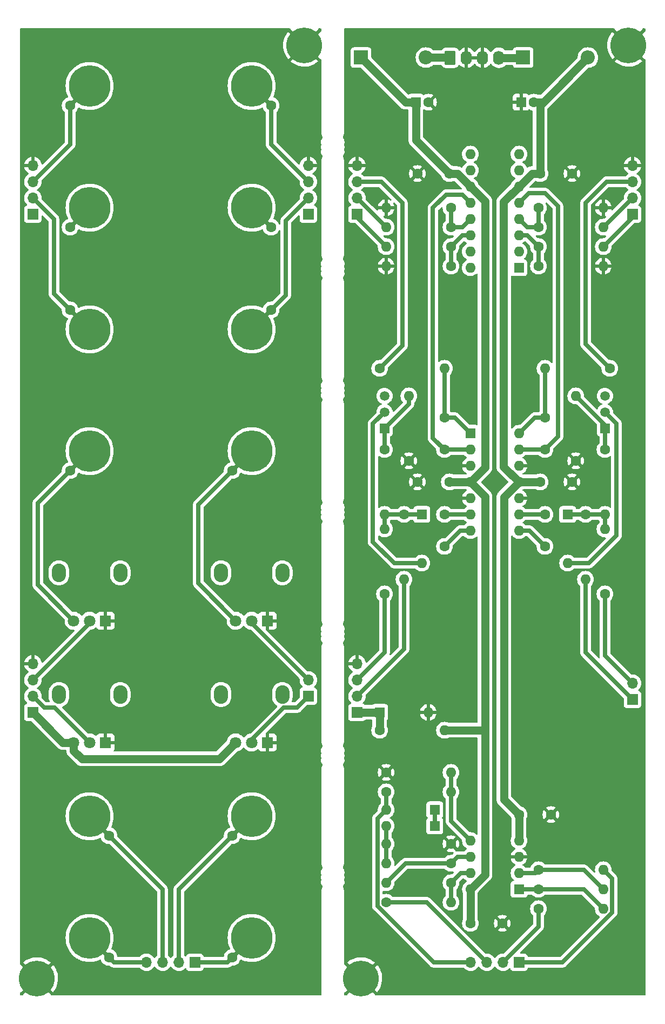
<source format=gtl>
%TF.GenerationSoftware,KiCad,Pcbnew,(6.0.6-0)*%
%TF.CreationDate,2022-09-04T11:19:33+01:00*%
%TF.ProjectId,4u-variable-integrator,34752d76-6172-4696-9162-6c652d696e74,r02*%
%TF.SameCoordinates,Original*%
%TF.FileFunction,Copper,L1,Top*%
%TF.FilePolarity,Positive*%
%FSLAX46Y46*%
G04 Gerber Fmt 4.6, Leading zero omitted, Abs format (unit mm)*
G04 Created by KiCad (PCBNEW (6.0.6-0)) date 2022-09-04 11:19:33*
%MOMM*%
%LPD*%
G01*
G04 APERTURE LIST*
G04 Aperture macros list*
%AMRoundRect*
0 Rectangle with rounded corners*
0 $1 Rounding radius*
0 $2 $3 $4 $5 $6 $7 $8 $9 X,Y pos of 4 corners*
0 Add a 4 corners polygon primitive as box body*
4,1,4,$2,$3,$4,$5,$6,$7,$8,$9,$2,$3,0*
0 Add four circle primitives for the rounded corners*
1,1,$1+$1,$2,$3*
1,1,$1+$1,$4,$5*
1,1,$1+$1,$6,$7*
1,1,$1+$1,$8,$9*
0 Add four rect primitives between the rounded corners*
20,1,$1+$1,$2,$3,$4,$5,0*
20,1,$1+$1,$4,$5,$6,$7,0*
20,1,$1+$1,$6,$7,$8,$9,0*
20,1,$1+$1,$8,$9,$2,$3,0*%
G04 Aperture macros list end*
%TA.AperFunction,ComponentPad*%
%ADD10C,1.600000*%
%TD*%
%TA.AperFunction,ComponentPad*%
%ADD11O,1.600000X1.600000*%
%TD*%
%TA.AperFunction,ComponentPad*%
%ADD12R,1.500000X1.500000*%
%TD*%
%TA.AperFunction,ComponentPad*%
%ADD13C,1.500000*%
%TD*%
%TA.AperFunction,ComponentPad*%
%ADD14R,1.700000X1.700000*%
%TD*%
%TA.AperFunction,ComponentPad*%
%ADD15O,1.700000X1.700000*%
%TD*%
%TA.AperFunction,ComponentPad*%
%ADD16C,5.600000*%
%TD*%
%TA.AperFunction,ComponentPad*%
%ADD17R,1.600000X1.600000*%
%TD*%
%TA.AperFunction,ComponentPad*%
%ADD18R,2.200000X2.200000*%
%TD*%
%TA.AperFunction,ComponentPad*%
%ADD19O,2.200000X2.200000*%
%TD*%
%TA.AperFunction,ComponentPad*%
%ADD20RoundRect,0.250000X-0.620000X-0.845000X0.620000X-0.845000X0.620000X0.845000X-0.620000X0.845000X0*%
%TD*%
%TA.AperFunction,ComponentPad*%
%ADD21O,1.740000X2.190000*%
%TD*%
%TA.AperFunction,ComponentPad*%
%ADD22O,2.200000X2.900000*%
%TD*%
%TA.AperFunction,ComponentPad*%
%ADD23R,1.800000X1.800000*%
%TD*%
%TA.AperFunction,ComponentPad*%
%ADD24C,1.800000*%
%TD*%
%TA.AperFunction,ComponentPad*%
%ADD25C,6.500000*%
%TD*%
%TA.AperFunction,ViaPad*%
%ADD26C,0.762000*%
%TD*%
%TA.AperFunction,Conductor*%
%ADD27C,0.635000*%
%TD*%
%TA.AperFunction,Conductor*%
%ADD28C,1.270000*%
%TD*%
G04 APERTURE END LIST*
D10*
%TO.P,R21,1*%
%TO.N,/Extras/NonLinearity_Input_Main*%
X116332000Y-154940000D03*
D11*
%TO.P,R21,2*%
%TO.N,Net-(R21-Pad2)*%
X126492000Y-154940000D03*
%TD*%
D12*
%TO.P,Q2,1,E*%
%TO.N,Net-(Q2-Pad1)*%
X150622000Y-98044000D03*
D13*
%TO.P,Q2,2,B*%
%TO.N,Net-(C3-Pad2)*%
X150622000Y-95504000D03*
%TO.P,Q2,3,C*%
%TO.N,Net-(Q2-Pad3)*%
X150622000Y-92964000D03*
%TD*%
D10*
%TO.P,C5,1*%
%TO.N,+12V*%
X126238000Y-58166000D03*
%TO.P,C5,2*%
%TO.N,GND*%
X121238000Y-58166000D03*
%TD*%
%TO.P,R22,1*%
%TO.N,Net-(R22-Pad1)*%
X140208000Y-170180000D03*
D11*
%TO.P,R22,2*%
%TO.N,Net-(R20-Pad1)*%
X150368000Y-170180000D03*
%TD*%
D10*
%TO.P,R11,1*%
%TO.N,Net-(R11-Pad1)*%
X140208000Y-69596000D03*
D11*
%TO.P,R11,2*%
%TO.N,/I2_InputPos_Main*%
X150368000Y-69596000D03*
%TD*%
D14*
%TO.P,J20,1,Pin_1*%
%TO.N,/Extras/Inverter_Input_Ctrl*%
X86360000Y-181610000D03*
D15*
%TO.P,J20,2,Pin_2*%
%TO.N,/Extras/Inverter_Output_Ctrl*%
X83820000Y-181610000D03*
%TO.P,J20,3,Pin_3*%
%TO.N,/Extras/NonLinearity_Output_Ctrl*%
X81280000Y-181610000D03*
%TO.P,J20,4,Pin_4*%
%TO.N,/Extras/NonLinearity_Input_Ctrl*%
X78740000Y-181610000D03*
%TD*%
D16*
%TO.P,H3,1,1*%
%TO.N,GND*%
X112395000Y-184150000D03*
%TD*%
D17*
%TO.P,D5,1,K*%
%TO.N,V_REF*%
X115316000Y-142494000D03*
D11*
%TO.P,D5,2,A*%
%TO.N,GND*%
X122936000Y-142494000D03*
%TD*%
D16*
%TO.P,H2,1,1*%
%TO.N,GND*%
X103505000Y-38100000D03*
%TD*%
D10*
%TO.P,R8,1*%
%TO.N,Net-(R2-Pad1)*%
X126492000Y-72644000D03*
D11*
%TO.P,R8,2*%
%TO.N,GND*%
X116332000Y-72644000D03*
%TD*%
D17*
%TO.P,U2,1*%
%TO.N,Net-(Q2-Pad3)*%
X137150000Y-72898000D03*
D11*
%TO.P,U2,2,DIODE_BIAS*%
%TO.N,unconnected-(U2-Pad2)*%
X137150000Y-70358000D03*
%TO.P,U2,3,+*%
%TO.N,Net-(R11-Pad1)*%
X137150000Y-67818000D03*
%TO.P,U2,4,-*%
%TO.N,Net-(R10-Pad1)*%
X137150000Y-65278000D03*
%TO.P,U2,5*%
%TO.N,Net-(C4-Pad1)*%
X137150000Y-62738000D03*
%TO.P,U2,6,V-*%
%TO.N,-12V*%
X137150000Y-60198000D03*
%TO.P,U2,7*%
%TO.N,unconnected-(U2-Pad7)*%
X137150000Y-57658000D03*
%TO.P,U2,8*%
%TO.N,unconnected-(U2-Pad8)*%
X137150000Y-55118000D03*
%TO.P,U2,9*%
%TO.N,unconnected-(U2-Pad9)*%
X129530000Y-55118000D03*
%TO.P,U2,10*%
%TO.N,unconnected-(U2-Pad10)*%
X129530000Y-57658000D03*
%TO.P,U2,11,V+*%
%TO.N,+12V*%
X129530000Y-60198000D03*
%TO.P,U2,12*%
%TO.N,Net-(C2-Pad1)*%
X129530000Y-62738000D03*
%TO.P,U2,13,-*%
%TO.N,Net-(R1-Pad1)*%
X129530000Y-65278000D03*
%TO.P,U2,14,+*%
%TO.N,Net-(R2-Pad1)*%
X129530000Y-67818000D03*
%TO.P,U2,15,DIODE_BIAS*%
%TO.N,unconnected-(U2-Pad15)*%
X129530000Y-70358000D03*
%TO.P,U2,16*%
%TO.N,Net-(Q1-Pad3)*%
X129530000Y-72898000D03*
%TD*%
D14*
%TO.P,J14,1,Pin_1*%
%TO.N,/I2_Rate_Ctrl*%
X104140000Y-139954000D03*
D15*
%TO.P,J14,2,Pin_2*%
%TO.N,/I2_RateCV_Ctrl*%
X104140000Y-137414000D03*
%TD*%
D10*
%TO.P,R6,1*%
%TO.N,Net-(R1-Pad1)*%
X126492000Y-63500000D03*
D11*
%TO.P,R6,2*%
%TO.N,GND*%
X116332000Y-63500000D03*
%TD*%
D10*
%TO.P,C3,1*%
%TO.N,Net-(C3-Pad1)*%
X141224000Y-111506000D03*
%TO.P,C3,2*%
%TO.N,Net-(C3-Pad2)*%
X141224000Y-116506000D03*
%TD*%
%TO.P,R19,1*%
%TO.N,V_REF*%
X115316000Y-145288000D03*
D11*
%TO.P,R19,2*%
%TO.N,+12V*%
X125476000Y-145288000D03*
%TD*%
D18*
%TO.P,D4,1,K*%
%TO.N,Net-(D4-Pad1)*%
X137795000Y-40005000D03*
D19*
%TO.P,D4,2,A*%
%TO.N,-12V*%
X147955000Y-40005000D03*
%TD*%
D10*
%TO.P,R4,1*%
%TO.N,Net-(C1-Pad1)*%
X119126000Y-111506000D03*
D11*
%TO.P,R4,2*%
%TO.N,/I1_Rate_Main*%
X119126000Y-121666000D03*
%TD*%
D10*
%TO.P,R10,1*%
%TO.N,Net-(R10-Pad1)*%
X140208000Y-66548000D03*
D11*
%TO.P,R10,2*%
%TO.N,/I2_InputNeg_Main*%
X150368000Y-66548000D03*
%TD*%
D10*
%TO.P,R1,1*%
%TO.N,Net-(R1-Pad1)*%
X126492000Y-66548000D03*
D11*
%TO.P,R1,2*%
%TO.N,/I1_InputNeg_Main*%
X116332000Y-66548000D03*
%TD*%
D10*
%TO.P,R14,1*%
%TO.N,/I2_RateCV_Main*%
X150622000Y-123952000D03*
D11*
%TO.P,R14,2*%
%TO.N,Net-(C3-Pad1)*%
X150622000Y-113792000D03*
%TD*%
D18*
%TO.P,D3,1,K*%
%TO.N,+12V*%
X112395000Y-40005000D03*
D19*
%TO.P,D3,2,A*%
%TO.N,Net-(D3-Pad2)*%
X122555000Y-40005000D03*
%TD*%
D17*
%TO.P,U4,1*%
%TO.N,Net-(R22-Pad1)*%
X137160000Y-170180000D03*
D11*
%TO.P,U4,2,-*%
%TO.N,Net-(R20-Pad1)*%
X137160000Y-167640000D03*
%TO.P,U4,3,+*%
%TO.N,GND*%
X137160000Y-165100000D03*
%TO.P,U4,4,V-*%
%TO.N,-12V*%
X137160000Y-162560000D03*
%TO.P,U4,5,+*%
%TO.N,Net-(R21-Pad2)*%
X129540000Y-162560000D03*
%TO.P,U4,6,-*%
%TO.N,Net-(R24-Pad1)*%
X129540000Y-165100000D03*
%TO.P,U4,7*%
%TO.N,Net-(R27-Pad1)*%
X129540000Y-167640000D03*
%TO.P,U4,8,V+*%
%TO.N,+12V*%
X129540000Y-170180000D03*
%TD*%
D10*
%TO.P,R18,1*%
%TO.N,/I2_Output_Main*%
X151384000Y-88646000D03*
D11*
%TO.P,R18,2*%
%TO.N,Net-(C4-Pad2)*%
X141224000Y-88646000D03*
%TD*%
D17*
%TO.P,D1,1,K*%
%TO.N,Net-(C1-Pad1)*%
X121920000Y-111506000D03*
D11*
%TO.P,D1,2,A*%
%TO.N,Net-(C1-Pad2)*%
X121920000Y-119126000D03*
%TD*%
D10*
%TO.P,R15,1*%
%TO.N,Net-(R10-Pad1)*%
X140208000Y-63500000D03*
D11*
%TO.P,R15,2*%
%TO.N,GND*%
X150368000Y-63500000D03*
%TD*%
D10*
%TO.P,R2,1*%
%TO.N,Net-(R2-Pad1)*%
X126492000Y-69596000D03*
D11*
%TO.P,R2,2*%
%TO.N,/I1_InputPos_Main*%
X116332000Y-69596000D03*
%TD*%
D10*
%TO.P,C10,1*%
%TO.N,GND*%
X142160000Y-158496000D03*
%TO.P,C10,2*%
%TO.N,-12V*%
X137160000Y-158496000D03*
%TD*%
D17*
%TO.P,C12,1*%
%TO.N,GND*%
X137474888Y-46990000D03*
D10*
%TO.P,C12,2*%
%TO.N,-12V*%
X139474888Y-46990000D03*
%TD*%
%TO.P,R28,1*%
%TO.N,/Extras/NonLinearity_Output_Main*%
X116332000Y-172212000D03*
D11*
%TO.P,R28,2*%
%TO.N,Net-(R27-Pad1)*%
X126492000Y-172212000D03*
%TD*%
D10*
%TO.P,R5,1*%
%TO.N,/I1_RateCV_Main*%
X116078000Y-123952000D03*
D11*
%TO.P,R5,2*%
%TO.N,Net-(C1-Pad1)*%
X116078000Y-113792000D03*
%TD*%
D10*
%TO.P,R12,1*%
%TO.N,GND*%
X146050000Y-103124000D03*
D11*
%TO.P,R12,2*%
%TO.N,Net-(Q2-Pad1)*%
X146050000Y-92964000D03*
%TD*%
D10*
%TO.P,C9,1*%
%TO.N,+12V*%
X129540000Y-175514000D03*
%TO.P,C9,2*%
%TO.N,GND*%
X134540000Y-175514000D03*
%TD*%
%TO.P,C8,1*%
%TO.N,GND*%
X145462000Y-106426000D03*
%TO.P,C8,2*%
%TO.N,-12V*%
X140462000Y-106426000D03*
%TD*%
D14*
%TO.P,J12,1,Pin_1*%
%TO.N,/I2_InputPos_Ctrl*%
X104140000Y-64516000D03*
D15*
%TO.P,J12,2,Pin_2*%
%TO.N,/I2_InputNeg_Ctrl*%
X104140000Y-61976000D03*
%TO.P,J12,3,Pin_3*%
%TO.N,/I2_Output_Ctrl*%
X104140000Y-59436000D03*
%TO.P,J12,4,Pin_4*%
%TO.N,GND*%
X104140000Y-56896000D03*
%TD*%
D10*
%TO.P,R7,1*%
%TO.N,Net-(Q1-Pad1)*%
X116078000Y-101346000D03*
D11*
%TO.P,R7,2*%
%TO.N,Net-(C1-Pad1)*%
X116078000Y-111506000D03*
%TD*%
D20*
%TO.P,J17,1,+12V*%
%TO.N,Net-(D3-Pad2)*%
X126365000Y-40024990D03*
D21*
%TO.P,J17,2,GND*%
%TO.N,GND*%
X128905000Y-40024990D03*
%TO.P,J17,3,GND*%
X131445000Y-40024990D03*
%TO.P,J17,4,-12V*%
%TO.N,Net-(D4-Pad1)*%
X133985000Y-40024990D03*
%TD*%
D10*
%TO.P,R17,1*%
%TO.N,Net-(R11-Pad1)*%
X140208000Y-72644000D03*
D11*
%TO.P,R17,2*%
%TO.N,GND*%
X150368000Y-72644000D03*
%TD*%
D10*
%TO.P,R23,1*%
%TO.N,GND*%
X126492000Y-163068000D03*
D11*
%TO.P,R23,2*%
%TO.N,Net-(D7-Pad2)*%
X116332000Y-163068000D03*
%TD*%
D10*
%TO.P,R13,1*%
%TO.N,Net-(C3-Pad1)*%
X147574000Y-111506000D03*
D11*
%TO.P,R13,2*%
%TO.N,/I2_Rate_Main*%
X147574000Y-121666000D03*
%TD*%
D16*
%TO.P,H4,1,1*%
%TO.N,GND*%
X154305000Y-38100000D03*
%TD*%
D10*
%TO.P,C7,1*%
%TO.N,+12V*%
X126238000Y-106426000D03*
%TO.P,C7,2*%
%TO.N,GND*%
X121238000Y-106426000D03*
%TD*%
%TO.P,R20,1*%
%TO.N,Net-(R20-Pad1)*%
X140208000Y-167132000D03*
D11*
%TO.P,R20,2*%
%TO.N,/Extras/Inverter_Input_Main*%
X150368000Y-167132000D03*
%TD*%
D10*
%TO.P,C2,1*%
%TO.N,Net-(C2-Pad1)*%
X125476000Y-101346000D03*
%TO.P,C2,2*%
%TO.N,Net-(C2-Pad2)*%
X125476000Y-96346000D03*
%TD*%
%TO.P,R26,1*%
%TO.N,GND*%
X116332000Y-151892000D03*
D11*
%TO.P,R26,2*%
%TO.N,Net-(R21-Pad2)*%
X126492000Y-151892000D03*
%TD*%
D14*
%TO.P,J4,1,Pin_1*%
%TO.N,V_REF*%
X60960000Y-142494000D03*
D15*
%TO.P,J4,2,Pin_2*%
%TO.N,/I1_Rate_Ctrl*%
X60960000Y-139954000D03*
%TO.P,J4,3,Pin_3*%
%TO.N,/I1_RateCV_Ctrl*%
X60960000Y-137414000D03*
%TO.P,J4,4,Pin_4*%
%TO.N,GND*%
X60960000Y-134874000D03*
%TD*%
D10*
%TO.P,C6,1*%
%TO.N,GND*%
X145462000Y-58166000D03*
%TO.P,C6,2*%
%TO.N,-12V*%
X140462000Y-58166000D03*
%TD*%
D16*
%TO.P,H1,1,1*%
%TO.N,GND*%
X61595000Y-184150000D03*
%TD*%
D10*
%TO.P,R3,1*%
%TO.N,GND*%
X119888000Y-103124000D03*
D11*
%TO.P,R3,2*%
%TO.N,Net-(Q1-Pad1)*%
X119888000Y-92964000D03*
%TD*%
D10*
%TO.P,R24,1*%
%TO.N,Net-(R24-Pad1)*%
X126492000Y-166116000D03*
D11*
%TO.P,R24,2*%
%TO.N,Net-(D7-Pad2)*%
X116332000Y-166116000D03*
%TD*%
D10*
%TO.P,R9,1*%
%TO.N,/I1_Output_Main*%
X115316000Y-88646000D03*
D11*
%TO.P,R9,2*%
%TO.N,Net-(C2-Pad2)*%
X125476000Y-88646000D03*
%TD*%
D10*
%TO.P,R27,1*%
%TO.N,Net-(R27-Pad1)*%
X126492000Y-169164000D03*
D11*
%TO.P,R27,2*%
%TO.N,Net-(R24-Pad1)*%
X116332000Y-169164000D03*
%TD*%
D14*
%TO.P,J5,1,Pin_1*%
%TO.N,/I1_InputPos_Ctrl*%
X60960000Y-64516000D03*
D15*
%TO.P,J5,2,Pin_2*%
%TO.N,/I1_InputNeg_Ctrl*%
X60960000Y-61976000D03*
%TO.P,J5,3,Pin_3*%
%TO.N,/I1_Output_Ctrl*%
X60960000Y-59436000D03*
%TO.P,J5,4,Pin_4*%
%TO.N,GND*%
X60960000Y-56896000D03*
%TD*%
D17*
%TO.P,D6,1,K*%
%TO.N,Net-(D6-Pad1)*%
X123952000Y-157734000D03*
D11*
%TO.P,D6,2,A*%
%TO.N,/Extras/NonLinearity_Input_Main*%
X116332000Y-157734000D03*
%TD*%
D10*
%TO.P,R16,1*%
%TO.N,Net-(Q2-Pad1)*%
X150622000Y-101346000D03*
D11*
%TO.P,R16,2*%
%TO.N,Net-(C3-Pad1)*%
X150622000Y-111506000D03*
%TD*%
D17*
%TO.P,C11,1*%
%TO.N,+12V*%
X120964888Y-46990000D03*
D10*
%TO.P,C11,2*%
%TO.N,GND*%
X122964888Y-46990000D03*
%TD*%
D17*
%TO.P,D2,1,K*%
%TO.N,Net-(C3-Pad1)*%
X144780000Y-111506000D03*
D11*
%TO.P,D2,2,A*%
%TO.N,Net-(C3-Pad2)*%
X144780000Y-119126000D03*
%TD*%
D10*
%TO.P,C4,1*%
%TO.N,Net-(C4-Pad1)*%
X141224000Y-101346000D03*
%TO.P,C4,2*%
%TO.N,Net-(C4-Pad2)*%
X141224000Y-96346000D03*
%TD*%
%TO.P,C1,1*%
%TO.N,Net-(C1-Pad1)*%
X125476000Y-111506000D03*
%TO.P,C1,2*%
%TO.N,Net-(C1-Pad2)*%
X125476000Y-116506000D03*
%TD*%
D12*
%TO.P,Q1,1,E*%
%TO.N,Net-(Q1-Pad1)*%
X116078000Y-98044000D03*
D13*
%TO.P,Q1,2,B*%
%TO.N,Net-(C1-Pad2)*%
X116078000Y-95504000D03*
%TO.P,Q1,3,C*%
%TO.N,Net-(Q1-Pad3)*%
X116078000Y-92964000D03*
%TD*%
D17*
%TO.P,U1,1*%
%TO.N,Net-(C2-Pad2)*%
X129540000Y-98806000D03*
D11*
%TO.P,U1,2,-*%
%TO.N,Net-(C2-Pad1)*%
X129540000Y-101346000D03*
%TO.P,U1,3,+*%
%TO.N,GND*%
X129540000Y-103886000D03*
%TO.P,U1,4,V+*%
%TO.N,+12V*%
X129540000Y-106426000D03*
%TO.P,U1,5,+*%
%TO.N,GND*%
X129540000Y-108966000D03*
%TO.P,U1,6,-*%
%TO.N,Net-(C1-Pad1)*%
X129540000Y-111506000D03*
%TO.P,U1,7*%
%TO.N,Net-(C1-Pad2)*%
X129540000Y-114046000D03*
%TO.P,U1,8*%
%TO.N,Net-(C3-Pad2)*%
X137160000Y-114046000D03*
%TO.P,U1,9,-*%
%TO.N,Net-(C3-Pad1)*%
X137160000Y-111506000D03*
%TO.P,U1,10,+*%
%TO.N,GND*%
X137160000Y-108966000D03*
%TO.P,U1,11,V-*%
%TO.N,-12V*%
X137160000Y-106426000D03*
%TO.P,U1,12,+*%
%TO.N,GND*%
X137160000Y-103886000D03*
%TO.P,U1,13,-*%
%TO.N,Net-(C4-Pad1)*%
X137160000Y-101346000D03*
%TO.P,U1,14*%
%TO.N,Net-(C4-Pad2)*%
X137160000Y-98806000D03*
%TD*%
D10*
%TO.P,R25,1*%
%TO.N,/Extras/Inverter_Output_Main*%
X140208000Y-173228000D03*
D11*
%TO.P,R25,2*%
%TO.N,Net-(R22-Pad1)*%
X150368000Y-173228000D03*
%TD*%
D17*
%TO.P,D7,1,K*%
%TO.N,Net-(D6-Pad1)*%
X123952000Y-160274000D03*
D11*
%TO.P,D7,2,A*%
%TO.N,Net-(D7-Pad2)*%
X116332000Y-160274000D03*
%TD*%
D22*
%TO.P,RV3,*%
%TO.N,*%
X100050000Y-120650000D03*
X90450000Y-120650000D03*
D23*
%TO.P,RV3,1,1*%
%TO.N,GND*%
X97750000Y-128150000D03*
D24*
%TO.P,RV3,2,2*%
%TO.N,/I2_RateCV_Ctrl*%
X95250000Y-128150000D03*
%TO.P,RV3,3,3*%
%TO.N,Net-(J9-Pad1)*%
X92750000Y-128150000D03*
%TD*%
D14*
%TO.P,J13,1,Pin_1*%
%TO.N,/I2_InputPos_Main*%
X154940000Y-64516000D03*
D15*
%TO.P,J13,2,Pin_2*%
%TO.N,/I2_InputNeg_Main*%
X154940000Y-61976000D03*
%TO.P,J13,3,Pin_3*%
%TO.N,/I2_Output_Main*%
X154940000Y-59436000D03*
%TO.P,J13,4,Pin_4*%
%TO.N,GND*%
X154940000Y-56896000D03*
%TD*%
D25*
%TO.P,J19,1*%
%TO.N,/Extras/NonLinearity_Input_Ctrl*%
X69850000Y-177800000D03*
D10*
X72898000Y-180848000D03*
%TD*%
D25*
%TO.P,J10,1*%
%TO.N,/I2_InputNeg_Ctrl*%
X95250000Y-82550000D03*
D10*
X98298000Y-79502000D03*
%TD*%
D25*
%TO.P,J16,1*%
%TO.N,/I2_Output_Ctrl*%
X95250000Y-44450000D03*
D10*
X98298000Y-47498000D03*
%TD*%
%TO.P,J2,1*%
%TO.N,/I1_InputPos_Ctrl*%
X66802000Y-66548000D03*
D25*
X69850000Y-63500000D03*
%TD*%
D10*
%TO.P,J18,1*%
%TO.N,/Extras/Inverter_Input_Ctrl*%
X92202000Y-180848000D03*
D25*
X95250000Y-177800000D03*
%TD*%
D10*
%TO.P,J9,1*%
%TO.N,Net-(J9-Pad1)*%
X92202000Y-104648000D03*
D25*
X95250000Y-101600000D03*
%TD*%
%TO.P,J22,1*%
%TO.N,/Extras/Inverter_Output_Ctrl*%
X95250000Y-158750000D03*
D10*
X92202000Y-161798000D03*
%TD*%
D22*
%TO.P,RV1,*%
%TO.N,*%
X65050000Y-120650000D03*
X74650000Y-120650000D03*
D23*
%TO.P,RV1,1,1*%
%TO.N,GND*%
X72350000Y-128150000D03*
D24*
%TO.P,RV1,2,2*%
%TO.N,/I1_RateCV_Ctrl*%
X69850000Y-128150000D03*
%TO.P,RV1,3,3*%
%TO.N,Net-(J3-Pad1)*%
X67350000Y-128150000D03*
%TD*%
D10*
%TO.P,J8,1*%
%TO.N,/I1_Output_Ctrl*%
X66802000Y-47498000D03*
D25*
X69850000Y-44450000D03*
%TD*%
D14*
%TO.P,J7,1,Pin_1*%
%TO.N,/I1_InputPos_Main*%
X111760000Y-64516000D03*
D15*
%TO.P,J7,2,Pin_2*%
%TO.N,/I1_InputNeg_Main*%
X111760000Y-61976000D03*
%TO.P,J7,3,Pin_3*%
%TO.N,/I1_Output_Main*%
X111760000Y-59436000D03*
%TO.P,J7,4,Pin_4*%
%TO.N,GND*%
X111760000Y-56896000D03*
%TD*%
D10*
%TO.P,J3,1*%
%TO.N,Net-(J3-Pad1)*%
X66802000Y-104648000D03*
D25*
X69850000Y-101600000D03*
%TD*%
D22*
%TO.P,RV4,*%
%TO.N,*%
X90450000Y-139700000D03*
X100050000Y-139700000D03*
D23*
%TO.P,RV4,1,1*%
%TO.N,GND*%
X97750000Y-147200000D03*
D24*
%TO.P,RV4,2,2*%
%TO.N,/I2_Rate_Ctrl*%
X95250000Y-147200000D03*
%TO.P,RV4,3,3*%
%TO.N,V_REF*%
X92750000Y-147200000D03*
%TD*%
D25*
%TO.P,J1,1*%
%TO.N,/I1_InputNeg_Ctrl*%
X69850000Y-82550000D03*
D10*
X66802000Y-79502000D03*
%TD*%
D14*
%TO.P,J21,1,Pin_1*%
%TO.N,/Extras/Inverter_Input_Main*%
X137160000Y-181610000D03*
D15*
%TO.P,J21,2,Pin_2*%
%TO.N,/Extras/Inverter_Output_Main*%
X134620000Y-181610000D03*
%TO.P,J21,3,Pin_3*%
%TO.N,/Extras/NonLinearity_Output_Main*%
X132080000Y-181610000D03*
%TO.P,J21,4,Pin_4*%
%TO.N,/Extras/NonLinearity_Input_Main*%
X129540000Y-181610000D03*
%TD*%
D25*
%TO.P,J23,1*%
%TO.N,/Extras/NonLinearity_Output_Ctrl*%
X69850000Y-158750000D03*
D10*
X72898000Y-161798000D03*
%TD*%
D25*
%TO.P,J11,1*%
%TO.N,/I2_InputPos_Ctrl*%
X95250000Y-63500000D03*
D10*
X98298000Y-66548000D03*
%TD*%
D14*
%TO.P,J6,1,Pin_1*%
%TO.N,V_REF*%
X111760000Y-142494000D03*
D15*
%TO.P,J6,2,Pin_2*%
%TO.N,/I1_Rate_Main*%
X111760000Y-139954000D03*
%TO.P,J6,3,Pin_3*%
%TO.N,/I1_RateCV_Main*%
X111760000Y-137414000D03*
%TO.P,J6,4,Pin_4*%
%TO.N,GND*%
X111760000Y-134874000D03*
%TD*%
D22*
%TO.P,RV2,*%
%TO.N,*%
X65050000Y-139700000D03*
X74650000Y-139700000D03*
D23*
%TO.P,RV2,1,1*%
%TO.N,GND*%
X72350000Y-147200000D03*
D24*
%TO.P,RV2,2,2*%
%TO.N,/I1_Rate_Ctrl*%
X69850000Y-147200000D03*
%TO.P,RV2,3,3*%
%TO.N,V_REF*%
X67350000Y-147200000D03*
%TD*%
D14*
%TO.P,J15,1,Pin_1*%
%TO.N,/I2_Rate_Main*%
X154940000Y-140462000D03*
D15*
%TO.P,J15,2,Pin_2*%
%TO.N,/I2_RateCV_Main*%
X154940000Y-137922000D03*
%TD*%
D26*
%TO.N,GND*%
X133350000Y-106680000D03*
X128850000Y-87950000D03*
X126300000Y-77400000D03*
X137750000Y-87300000D03*
X141000000Y-77850000D03*
%TD*%
D27*
%TO.N,Net-(C1-Pad1)*%
X119126000Y-111506000D02*
X116078000Y-111506000D01*
X129540000Y-111506000D02*
X125476000Y-111506000D01*
X121920000Y-111506000D02*
X119126000Y-111506000D01*
X116078000Y-111506000D02*
X116078000Y-113792000D01*
%TO.N,Net-(C1-Pad2)*%
X129540000Y-114046000D02*
X127936000Y-114046000D01*
X121920000Y-119126000D02*
X117602000Y-119126000D01*
X114265114Y-115789114D02*
X114265114Y-97316886D01*
X117602000Y-119126000D02*
X114265114Y-115789114D01*
X127936000Y-114046000D02*
X125476000Y-116506000D01*
X114265114Y-97316886D02*
X116078000Y-95504000D01*
%TO.N,Net-(C2-Pad1)*%
X125476000Y-101346000D02*
X123663114Y-99533114D01*
X129540000Y-101346000D02*
X125476000Y-101346000D01*
X125730000Y-61468000D02*
X128260000Y-61468000D01*
X123663114Y-99533114D02*
X123663114Y-63534886D01*
X128260000Y-61468000D02*
X129530000Y-62738000D01*
X123663114Y-63534886D02*
X125730000Y-61468000D01*
%TO.N,/I1_Output_Main*%
X118872000Y-62738000D02*
X115570000Y-59436000D01*
X115570000Y-59436000D02*
X111760000Y-59436000D01*
X118872000Y-85090000D02*
X118872000Y-62738000D01*
X115316000Y-88646000D02*
X118872000Y-85090000D01*
%TO.N,Net-(C3-Pad1)*%
X137160000Y-111506000D02*
X141224000Y-111506000D01*
X147574000Y-111506000D02*
X150622000Y-111506000D01*
X150622000Y-111506000D02*
X150622000Y-113792000D01*
X144780000Y-111506000D02*
X147574000Y-111506000D01*
%TO.N,Net-(C3-Pad2)*%
X144780000Y-119126000D02*
X148092387Y-119126000D01*
X137160000Y-114046000D02*
X138764000Y-114046000D01*
X152434886Y-97316886D02*
X150622000Y-95504000D01*
X148092387Y-119126000D02*
X152434886Y-114783501D01*
X138764000Y-114046000D02*
X141224000Y-116506000D01*
X152434886Y-114783501D02*
X152434886Y-97316886D01*
%TO.N,/I2_Output_Main*%
X147574000Y-84836000D02*
X147574000Y-62738000D01*
X150876000Y-59436000D02*
X154940000Y-59436000D01*
X151384000Y-88646000D02*
X147574000Y-84836000D01*
X147574000Y-62738000D02*
X150876000Y-59436000D01*
D28*
%TO.N,+12V*%
X119380000Y-46990000D02*
X112395000Y-40005000D01*
X120964888Y-52892888D02*
X126238000Y-58166000D01*
X120964888Y-46990000D02*
X120964888Y-52892888D01*
X131826000Y-145034000D02*
X131572000Y-145288000D01*
X129530000Y-60198000D02*
X131826000Y-62494000D01*
X131826000Y-108712000D02*
X131826000Y-139700000D01*
X131826000Y-167894000D02*
X129540000Y-170180000D01*
X120964888Y-46990000D02*
X119380000Y-46990000D01*
X131572000Y-145288000D02*
X125476000Y-145288000D01*
X126238000Y-58166000D02*
X127498000Y-58166000D01*
X129540000Y-106426000D02*
X131826000Y-108712000D01*
X127498000Y-58166000D02*
X129530000Y-60198000D01*
X131826000Y-139700000D02*
X131826000Y-145034000D01*
X126238000Y-106426000D02*
X129540000Y-106426000D01*
X131826000Y-104140000D02*
X129540000Y-106426000D01*
X129540000Y-170180000D02*
X129540000Y-175514000D01*
X131826000Y-62494000D02*
X131826000Y-104140000D01*
X131826000Y-145034000D02*
X131826000Y-167894000D01*
%TO.N,-12V*%
X137160000Y-106426000D02*
X134766588Y-108819412D01*
X139182000Y-58166000D02*
X137150000Y-60198000D01*
X139474888Y-46990000D02*
X140970000Y-46990000D01*
X134766588Y-108819412D02*
X134766588Y-156102588D01*
X140970000Y-46990000D02*
X147955000Y-40005000D01*
X137150000Y-60198000D02*
X134756588Y-62591412D01*
X137160000Y-106426000D02*
X140462000Y-106426000D01*
X140462000Y-47498000D02*
X140462000Y-58166000D01*
X140970000Y-46990000D02*
X140462000Y-47498000D01*
X134756588Y-62591412D02*
X134756588Y-104022588D01*
X134756588Y-104022588D02*
X137160000Y-106426000D01*
X137160000Y-158496000D02*
X137160000Y-162560000D01*
X140462000Y-58166000D02*
X139182000Y-58166000D01*
X134766588Y-156102588D02*
X137160000Y-158496000D01*
D27*
%TO.N,/Extras/NonLinearity_Input_Main*%
X129540000Y-181610000D02*
X123790406Y-181610000D01*
X116332000Y-154940000D02*
X116332000Y-157734000D01*
X123790406Y-181610000D02*
X114960500Y-172780094D01*
X114960500Y-159105500D02*
X116332000Y-157734000D01*
X114960500Y-172780094D02*
X114960500Y-159105500D01*
%TO.N,/I1_InputNeg_Ctrl*%
X66802000Y-79502000D02*
X69850000Y-82550000D01*
X64262000Y-65278000D02*
X64262000Y-76962000D01*
X64262000Y-76962000D02*
X66802000Y-79502000D01*
X60960000Y-61976000D02*
X64262000Y-65278000D01*
%TO.N,/I1_InputPos_Ctrl*%
X66802000Y-66548000D02*
X69850000Y-63500000D01*
%TO.N,Net-(J3-Pad1)*%
X67350000Y-128150000D02*
X61722000Y-122522000D01*
X66802000Y-104648000D02*
X69850000Y-101600000D01*
X61722000Y-109728000D02*
X66802000Y-104648000D01*
X61722000Y-122522000D02*
X61722000Y-109728000D01*
%TO.N,/I1_Output_Ctrl*%
X66802000Y-47498000D02*
X69850000Y-44450000D01*
X60960000Y-59436000D02*
X66802000Y-53594000D01*
X66802000Y-53594000D02*
X66802000Y-47498000D01*
%TO.N,/I1_InputNeg_Main*%
X111760000Y-61976000D02*
X116332000Y-66548000D01*
%TO.N,/I1_InputPos_Main*%
X111760000Y-65024000D02*
X116332000Y-69596000D01*
X111760000Y-64516000D02*
X111760000Y-65024000D01*
%TO.N,/I2_InputNeg_Ctrl*%
X100584000Y-65532000D02*
X100584000Y-77216000D01*
X100584000Y-77216000D02*
X98298000Y-79502000D01*
X98298000Y-79502000D02*
X95250000Y-82550000D01*
X104140000Y-61976000D02*
X100584000Y-65532000D01*
%TO.N,/I2_InputPos_Ctrl*%
X95250000Y-63500000D02*
X98298000Y-66548000D01*
%TO.N,/I2_Output_Ctrl*%
X98298000Y-47498000D02*
X98298000Y-53594000D01*
X98298000Y-53594000D02*
X104140000Y-59436000D01*
X95250000Y-44450000D02*
X98298000Y-47498000D01*
%TO.N,/I2_InputNeg_Main*%
X150368000Y-66548000D02*
X154940000Y-61976000D01*
%TO.N,/I2_InputPos_Main*%
X150368000Y-69596000D02*
X154940000Y-65024000D01*
X154940000Y-65024000D02*
X154940000Y-64516000D01*
%TO.N,/Extras/Inverter_Input_Ctrl*%
X91440000Y-181610000D02*
X92202000Y-180848000D01*
X86360000Y-181610000D02*
X91440000Y-181610000D01*
X92202000Y-180848000D02*
X95250000Y-177800000D01*
%TO.N,/Extras/Inverter_Output_Ctrl*%
X83820000Y-181610000D02*
X83820000Y-170180000D01*
X92202000Y-161798000D02*
X95250000Y-158750000D01*
X83820000Y-170180000D02*
X92202000Y-161798000D01*
%TO.N,/Extras/NonLinearity_Input_Ctrl*%
X78740000Y-181610000D02*
X73660000Y-181610000D01*
X73660000Y-181610000D02*
X72898000Y-180848000D01*
X72898000Y-180848000D02*
X69850000Y-177800000D01*
%TO.N,/Extras/NonLinearity_Output_Ctrl*%
X81280000Y-181610000D02*
X81280000Y-170180000D01*
X72898000Y-161798000D02*
X69850000Y-158750000D01*
X81280000Y-170180000D02*
X72898000Y-161798000D01*
%TO.N,/Extras/Inverter_Input_Main*%
X137160000Y-181610000D02*
X143925594Y-181610000D01*
X143925594Y-181610000D02*
X151739500Y-173796094D01*
X151739500Y-168503500D02*
X150368000Y-167132000D01*
X151739500Y-173796094D02*
X151739500Y-168503500D01*
%TO.N,/Extras/Inverter_Output_Main*%
X140208000Y-176022000D02*
X140208000Y-173228000D01*
X134620000Y-181610000D02*
X140208000Y-176022000D01*
%TO.N,/Extras/NonLinearity_Output_Main*%
X122682000Y-172212000D02*
X132080000Y-181610000D01*
X116332000Y-172212000D02*
X122682000Y-172212000D01*
%TO.N,Net-(Q1-Pad1)*%
X116078000Y-98044000D02*
X119888000Y-94234000D01*
X119888000Y-94234000D02*
X119888000Y-92964000D01*
X116078000Y-101346000D02*
X116078000Y-98044000D01*
%TO.N,Net-(R21-Pad2)*%
X126492000Y-151892000D02*
X126492000Y-154940000D01*
X126492000Y-159512000D02*
X129540000Y-162560000D01*
X126492000Y-154940000D02*
X126492000Y-159512000D01*
%TO.N,Net-(C4-Pad1)*%
X143256000Y-63246000D02*
X141224000Y-61214000D01*
X137160000Y-101346000D02*
X141224000Y-101346000D01*
X141224000Y-61214000D02*
X138674000Y-61214000D01*
X138674000Y-61214000D02*
X137150000Y-62738000D01*
X143256000Y-99314000D02*
X143256000Y-63246000D01*
X141224000Y-101346000D02*
X143256000Y-99314000D01*
%TO.N,Net-(C2-Pad2)*%
X125476000Y-96346000D02*
X127080000Y-96346000D01*
X127080000Y-96346000D02*
X129540000Y-98806000D01*
X125476000Y-96346000D02*
X125476000Y-88646000D01*
%TO.N,Net-(C4-Pad2)*%
X141224000Y-96346000D02*
X141224000Y-88646000D01*
X141224000Y-96346000D02*
X139620000Y-96346000D01*
X139620000Y-96346000D02*
X137160000Y-98806000D01*
D28*
%TO.N,Net-(D3-Pad2)*%
X126345010Y-40005000D02*
X126365000Y-40024990D01*
X122555000Y-40005000D02*
X126345010Y-40005000D01*
%TO.N,Net-(D4-Pad1)*%
X137775010Y-40024990D02*
X137795000Y-40005000D01*
X133985000Y-40024990D02*
X137775010Y-40024990D01*
D27*
%TO.N,Net-(D6-Pad1)*%
X123952000Y-160274000D02*
X123952000Y-157734000D01*
%TO.N,Net-(D7-Pad2)*%
X116332000Y-163068000D02*
X116332000Y-160274000D01*
X116332000Y-166116000D02*
X116332000Y-163068000D01*
%TO.N,/I1_Rate_Ctrl*%
X60960000Y-139954000D02*
X62727500Y-141721500D01*
X62727500Y-141721500D02*
X64371500Y-141721500D01*
X64371500Y-141721500D02*
X69850000Y-147200000D01*
%TO.N,/I1_RateCV_Ctrl*%
X69850000Y-128524000D02*
X69850000Y-128150000D01*
X60960000Y-137414000D02*
X69850000Y-128524000D01*
%TO.N,/I1_Rate_Main*%
X119126000Y-132588000D02*
X119126000Y-121666000D01*
X111760000Y-139954000D02*
X119126000Y-132588000D01*
%TO.N,/I1_RateCV_Main*%
X111760000Y-137414000D02*
X116078000Y-133096000D01*
X116078000Y-133096000D02*
X116078000Y-123952000D01*
%TO.N,Net-(J9-Pad1)*%
X86868000Y-109982000D02*
X92202000Y-104648000D01*
X92202000Y-104648000D02*
X95250000Y-101600000D01*
X92750000Y-128150000D02*
X86868000Y-122268000D01*
X86868000Y-122268000D02*
X86868000Y-109982000D01*
%TO.N,/I2_Rate_Ctrl*%
X100275000Y-141732000D02*
X95250000Y-146757000D01*
X102362000Y-141732000D02*
X100275000Y-141732000D01*
X104140000Y-139954000D02*
X102362000Y-141732000D01*
X95250000Y-146757000D02*
X95250000Y-147200000D01*
%TO.N,/I2_RateCV_Ctrl*%
X95250000Y-128150000D02*
X95250000Y-128524000D01*
X95250000Y-128524000D02*
X104140000Y-137414000D01*
%TO.N,/I2_Rate_Main*%
X147574000Y-121666000D02*
X147574000Y-133096000D01*
X147574000Y-133096000D02*
X154940000Y-140462000D01*
%TO.N,/I2_RateCV_Main*%
X154940000Y-137922000D02*
X150622000Y-133604000D01*
X150622000Y-133604000D02*
X150622000Y-123952000D01*
%TO.N,Net-(Q2-Pad1)*%
X150622000Y-98044000D02*
X150622000Y-97536000D01*
X150622000Y-101346000D02*
X150622000Y-98044000D01*
X150622000Y-97536000D02*
X146050000Y-92964000D01*
%TO.N,Net-(R1-Pad1)*%
X128260000Y-66548000D02*
X129530000Y-65278000D01*
X126492000Y-66548000D02*
X128260000Y-66548000D01*
X126492000Y-63500000D02*
X126492000Y-66548000D01*
%TO.N,Net-(R2-Pad1)*%
X126492000Y-72644000D02*
X126492000Y-69596000D01*
X128270000Y-67818000D02*
X126492000Y-69596000D01*
X129530000Y-67818000D02*
X128270000Y-67818000D01*
%TO.N,Net-(R10-Pad1)*%
X140208000Y-63500000D02*
X140208000Y-66548000D01*
X138420000Y-66548000D02*
X137150000Y-65278000D01*
X140208000Y-66548000D02*
X138420000Y-66548000D01*
%TO.N,Net-(R11-Pad1)*%
X137150000Y-67818000D02*
X138430000Y-67818000D01*
X140208000Y-72644000D02*
X140208000Y-69596000D01*
X138430000Y-67818000D02*
X140208000Y-69596000D01*
%TO.N,Net-(R20-Pad1)*%
X139700000Y-167640000D02*
X140208000Y-167132000D01*
X137160000Y-167640000D02*
X139700000Y-167640000D01*
X147320000Y-167132000D02*
X150368000Y-170180000D01*
X140208000Y-167132000D02*
X147320000Y-167132000D01*
%TO.N,Net-(R22-Pad1)*%
X140208000Y-170180000D02*
X147320000Y-170180000D01*
X137160000Y-170180000D02*
X140208000Y-170180000D01*
X147320000Y-170180000D02*
X150368000Y-173228000D01*
%TO.N,Net-(R24-Pad1)*%
X129540000Y-165100000D02*
X127508000Y-165100000D01*
X119380000Y-166116000D02*
X116332000Y-169164000D01*
X127508000Y-165100000D02*
X126492000Y-166116000D01*
X126492000Y-166116000D02*
X119380000Y-166116000D01*
%TO.N,Net-(R27-Pad1)*%
X129540000Y-167640000D02*
X128016000Y-167640000D01*
X126492000Y-169164000D02*
X126492000Y-172212000D01*
X128016000Y-167640000D02*
X126492000Y-169164000D01*
D28*
%TO.N,V_REF*%
X67350000Y-147200000D02*
X65666000Y-147200000D01*
X90173745Y-149776255D02*
X92750000Y-147200000D01*
X115316000Y-142494000D02*
X111760000Y-142494000D01*
X115316000Y-145288000D02*
X115316000Y-142494000D01*
X67350000Y-148472792D02*
X68653463Y-149776255D01*
X68653463Y-149776255D02*
X90173745Y-149776255D01*
X67350000Y-147200000D02*
X67350000Y-148472792D01*
X65666000Y-147200000D02*
X60960000Y-142494000D01*
%TD*%
%TA.AperFunction,Conductor*%
%TO.N,GND*%
G36*
X152095819Y-35453502D02*
G01*
X152142312Y-35507158D01*
X152153588Y-35554242D01*
X152154985Y-35587704D01*
X152160037Y-35595826D01*
X154292190Y-37727980D01*
X154306131Y-37735592D01*
X154307966Y-37735461D01*
X154314580Y-37731210D01*
X156447798Y-35597991D01*
X156455413Y-35584046D01*
X156454300Y-35568488D01*
X156469392Y-35499114D01*
X156519594Y-35448912D01*
X156579979Y-35433500D01*
X156795633Y-35433500D01*
X156815018Y-35435000D01*
X156829853Y-35437310D01*
X156829855Y-35437310D01*
X156838724Y-35438691D01*
X156844508Y-35437935D01*
X156910868Y-35458307D01*
X156956700Y-35512528D01*
X156965165Y-35553873D01*
X156966309Y-35553723D01*
X156966309Y-35553724D01*
X156966329Y-35553873D01*
X156970436Y-35585283D01*
X156971500Y-35601621D01*
X156971500Y-35826765D01*
X156951498Y-35894886D01*
X156897842Y-35941379D01*
X156844159Y-35952758D01*
X156816222Y-35952461D01*
X156805416Y-35958795D01*
X154677020Y-38087190D01*
X154669408Y-38101131D01*
X154669539Y-38102966D01*
X154673790Y-38109580D01*
X156804009Y-40239798D01*
X156817953Y-40247412D01*
X156836511Y-40246085D01*
X156905885Y-40261176D01*
X156956087Y-40311378D01*
X156971500Y-40371764D01*
X156971500Y-186640633D01*
X156970000Y-186660018D01*
X156966309Y-186683724D01*
X156967065Y-186689508D01*
X156946693Y-186755868D01*
X156892472Y-186801700D01*
X156851127Y-186810165D01*
X156851277Y-186811309D01*
X156851276Y-186811309D01*
X156819714Y-186815436D01*
X156803379Y-186816500D01*
X114671837Y-186816500D01*
X114603716Y-186796498D01*
X114557223Y-186742842D01*
X114545929Y-186695319D01*
X114544655Y-186662024D01*
X114539512Y-186653723D01*
X112407810Y-184522020D01*
X112393869Y-184514408D01*
X112392034Y-184514539D01*
X112385420Y-184518790D01*
X110251774Y-186652437D01*
X110244160Y-186666381D01*
X110245242Y-186681510D01*
X110230151Y-186750884D01*
X110179949Y-186801087D01*
X110119563Y-186816500D01*
X109904367Y-186816500D01*
X109884982Y-186815000D01*
X109870148Y-186812690D01*
X109870145Y-186812690D01*
X109861276Y-186811309D01*
X109856065Y-186811990D01*
X109789984Y-186791706D01*
X109744150Y-186737486D01*
X109733671Y-186694778D01*
X109733729Y-186690000D01*
X109729773Y-186662376D01*
X109728500Y-186644514D01*
X109728500Y-186423198D01*
X109748502Y-186355077D01*
X109802158Y-186308584D01*
X109856279Y-186297211D01*
X109883619Y-186297597D01*
X109894608Y-186291181D01*
X112022980Y-184162810D01*
X112029357Y-184151131D01*
X112759408Y-184151131D01*
X112759539Y-184152966D01*
X112763790Y-184159580D01*
X114894009Y-186289798D01*
X114907605Y-186297223D01*
X114917218Y-186290522D01*
X115017518Y-186173912D01*
X115021676Y-186168514D01*
X115220762Y-185878840D01*
X115224310Y-185873029D01*
X115390942Y-185563559D01*
X115393849Y-185557381D01*
X115526090Y-185231713D01*
X115528304Y-185225283D01*
X115624598Y-184887237D01*
X115626105Y-184880607D01*
X115685332Y-184534118D01*
X115686112Y-184527378D01*
X115707668Y-184174925D01*
X115707784Y-184171323D01*
X115707853Y-184151819D01*
X115707761Y-184148194D01*
X115688666Y-183795615D01*
X115687931Y-183788849D01*
X115631130Y-183441985D01*
X115629663Y-183435313D01*
X115535736Y-183096627D01*
X115533562Y-183090163D01*
X115403598Y-182763578D01*
X115400742Y-182757398D01*
X115236269Y-182446763D01*
X115232769Y-182440937D01*
X115035697Y-182149862D01*
X115031590Y-182144453D01*
X114918565Y-182011179D01*
X114905740Y-182002743D01*
X114895416Y-182008795D01*
X112767020Y-184137190D01*
X112759408Y-184151131D01*
X112029357Y-184151131D01*
X112030592Y-184148869D01*
X112030461Y-184147034D01*
X112026210Y-184140420D01*
X109895992Y-182010203D01*
X109882048Y-182002589D01*
X109863489Y-182003916D01*
X109794115Y-181988825D01*
X109743913Y-181938623D01*
X109728500Y-181878237D01*
X109728500Y-181636862D01*
X110244950Y-181636862D01*
X110244986Y-181637704D01*
X110250037Y-181645826D01*
X112382190Y-183777980D01*
X112396131Y-183785592D01*
X112397966Y-183785461D01*
X112404580Y-183781210D01*
X114537798Y-181647991D01*
X114545412Y-181634047D01*
X114545344Y-181633089D01*
X114540836Y-181626272D01*
X114539418Y-181625065D01*
X114259813Y-181412064D01*
X114254187Y-181408240D01*
X113953214Y-181226681D01*
X113947202Y-181223484D01*
X113628370Y-181075487D01*
X113622070Y-181072967D01*
X113289129Y-180960273D01*
X113282551Y-180958437D01*
X112939417Y-180882367D01*
X112932678Y-180881251D01*
X112583310Y-180842680D01*
X112576529Y-180842301D01*
X112225015Y-180841687D01*
X112218242Y-180842042D01*
X111868720Y-180879395D01*
X111862010Y-180880482D01*
X111518586Y-180955361D01*
X111512011Y-180957172D01*
X111178683Y-181068702D01*
X111172361Y-181071205D01*
X110853034Y-181218079D01*
X110846991Y-181221265D01*
X110545401Y-181401763D01*
X110539755Y-181405571D01*
X110259408Y-181617596D01*
X110254211Y-181621987D01*
X110252972Y-181623155D01*
X110244950Y-181636862D01*
X109728500Y-181636862D01*
X109728500Y-170614250D01*
X109730246Y-170593345D01*
X109732770Y-170578344D01*
X109732770Y-170578341D01*
X109733576Y-170573552D01*
X109733729Y-170561000D01*
X109732992Y-170555851D01*
X109732041Y-170546984D01*
X109715215Y-170311735D01*
X109714894Y-170307247D01*
X109688404Y-170185475D01*
X109661774Y-170063056D01*
X109661772Y-170063050D01*
X109660817Y-170058659D01*
X109571913Y-169820297D01*
X109548904Y-169778159D01*
X109533813Y-169708786D01*
X109558624Y-169642266D01*
X109568020Y-169631122D01*
X109656452Y-169537772D01*
X109656455Y-169537768D01*
X109661490Y-169532453D01*
X109750326Y-169379510D01*
X109756700Y-169358467D01*
X109799473Y-169217239D01*
X109801595Y-169210233D01*
X109812547Y-169033702D01*
X109810914Y-169024195D01*
X109783834Y-168866602D01*
X109783834Y-168866601D01*
X109782594Y-168859386D01*
X109724919Y-168723841D01*
X109716653Y-168653328D01*
X109731906Y-168611222D01*
X109746650Y-168585839D01*
X109746651Y-168585838D01*
X109750326Y-168579510D01*
X109754837Y-168564618D01*
X109794456Y-168433804D01*
X109801595Y-168410233D01*
X109812547Y-168233702D01*
X109800242Y-168162088D01*
X109783834Y-168066602D01*
X109783834Y-168066601D01*
X109782594Y-168059386D01*
X109726813Y-167928293D01*
X109724919Y-167923841D01*
X109716653Y-167853328D01*
X109731906Y-167811222D01*
X109746650Y-167785839D01*
X109746651Y-167785838D01*
X109750326Y-167779510D01*
X109758085Y-167753894D01*
X109799473Y-167617239D01*
X109801595Y-167610233D01*
X109812547Y-167433702D01*
X109807069Y-167401818D01*
X109783834Y-167266602D01*
X109783834Y-167266601D01*
X109782594Y-167259386D01*
X109713343Y-167096636D01*
X109709010Y-167090748D01*
X109709007Y-167090743D01*
X109631331Y-166985195D01*
X109608508Y-166954182D01*
X109577934Y-166928207D01*
X109538971Y-166868860D01*
X109538278Y-166797867D01*
X109548927Y-166771799D01*
X109569759Y-166733648D01*
X109569760Y-166733647D01*
X109571913Y-166729703D01*
X109578057Y-166713230D01*
X109659244Y-166495559D01*
X109659245Y-166495556D01*
X109660817Y-166491341D01*
X109662863Y-166481940D01*
X109713938Y-166247147D01*
X109714894Y-166242753D01*
X109722980Y-166129699D01*
X109730659Y-166022332D01*
X109732084Y-166010418D01*
X109732768Y-166006355D01*
X109732768Y-166006353D01*
X109733576Y-166001552D01*
X109733662Y-165994477D01*
X109733670Y-165993860D01*
X109733670Y-165993857D01*
X109733729Y-165989000D01*
X109729773Y-165961376D01*
X109728500Y-165943514D01*
X109728500Y-152978062D01*
X115610493Y-152978062D01*
X115619789Y-152990077D01*
X115670994Y-153025931D01*
X115680489Y-153031414D01*
X115877947Y-153123490D01*
X115888239Y-153127236D01*
X116098688Y-153183625D01*
X116109481Y-153185528D01*
X116326525Y-153204517D01*
X116337475Y-153204517D01*
X116554519Y-153185528D01*
X116565312Y-153183625D01*
X116775761Y-153127236D01*
X116786053Y-153123490D01*
X116983511Y-153031414D01*
X116993006Y-153025931D01*
X117045048Y-152989491D01*
X117053424Y-152979012D01*
X117046356Y-152965566D01*
X116344812Y-152264022D01*
X116330868Y-152256408D01*
X116329035Y-152256539D01*
X116322420Y-152260790D01*
X115616923Y-152966287D01*
X115610493Y-152978062D01*
X109728500Y-152978062D01*
X109728500Y-151897475D01*
X115019483Y-151897475D01*
X115038472Y-152114519D01*
X115040375Y-152125312D01*
X115096764Y-152335761D01*
X115100510Y-152346053D01*
X115192586Y-152543511D01*
X115198069Y-152553006D01*
X115234509Y-152605048D01*
X115244988Y-152613424D01*
X115258434Y-152606356D01*
X115959978Y-151904812D01*
X115966356Y-151893132D01*
X116696408Y-151893132D01*
X116696539Y-151894965D01*
X116700790Y-151901580D01*
X117406287Y-152607077D01*
X117418062Y-152613507D01*
X117430077Y-152604211D01*
X117465931Y-152553006D01*
X117471414Y-152543511D01*
X117563490Y-152346053D01*
X117567236Y-152335761D01*
X117623625Y-152125312D01*
X117625528Y-152114519D01*
X117644517Y-151897475D01*
X117644517Y-151886525D01*
X117625528Y-151669481D01*
X117623625Y-151658688D01*
X117567236Y-151448239D01*
X117563490Y-151437947D01*
X117471414Y-151240489D01*
X117465931Y-151230994D01*
X117429491Y-151178952D01*
X117419012Y-151170576D01*
X117405566Y-151177644D01*
X116704022Y-151879188D01*
X116696408Y-151893132D01*
X115966356Y-151893132D01*
X115967592Y-151890868D01*
X115967461Y-151889035D01*
X115963210Y-151882420D01*
X115257713Y-151176923D01*
X115245938Y-151170493D01*
X115233923Y-151179789D01*
X115198069Y-151230994D01*
X115192586Y-151240489D01*
X115100510Y-151437947D01*
X115096764Y-151448239D01*
X115040375Y-151658688D01*
X115038472Y-151669481D01*
X115019483Y-151886525D01*
X115019483Y-151897475D01*
X109728500Y-151897475D01*
X109728500Y-151564250D01*
X109730246Y-151543345D01*
X109732770Y-151528344D01*
X109732770Y-151528341D01*
X109733576Y-151523552D01*
X109733729Y-151511000D01*
X109732992Y-151505851D01*
X109732041Y-151496984D01*
X109715215Y-151261735D01*
X109714894Y-151257247D01*
X109672726Y-151063402D01*
X109661774Y-151013056D01*
X109661772Y-151013050D01*
X109660817Y-151008659D01*
X109584852Y-150804988D01*
X115610576Y-150804988D01*
X115617644Y-150818434D01*
X116319188Y-151519978D01*
X116333132Y-151527592D01*
X116334965Y-151527461D01*
X116341580Y-151523210D01*
X117047077Y-150817713D01*
X117053507Y-150805938D01*
X117044211Y-150793923D01*
X116993006Y-150758069D01*
X116983511Y-150752586D01*
X116786053Y-150660510D01*
X116775761Y-150656764D01*
X116565312Y-150600375D01*
X116554519Y-150598472D01*
X116337475Y-150579483D01*
X116326525Y-150579483D01*
X116109481Y-150598472D01*
X116098688Y-150600375D01*
X115888239Y-150656764D01*
X115877947Y-150660510D01*
X115680489Y-150752586D01*
X115670994Y-150758069D01*
X115618952Y-150794509D01*
X115610576Y-150804988D01*
X109584852Y-150804988D01*
X109571913Y-150770297D01*
X109548904Y-150728159D01*
X109533813Y-150658786D01*
X109558624Y-150592266D01*
X109568020Y-150581122D01*
X109656452Y-150487772D01*
X109656455Y-150487768D01*
X109661490Y-150482453D01*
X109750326Y-150329510D01*
X109801595Y-150160233D01*
X109812547Y-149983702D01*
X109782594Y-149809386D01*
X109724919Y-149673841D01*
X109716653Y-149603328D01*
X109731906Y-149561222D01*
X109746650Y-149535839D01*
X109746651Y-149535838D01*
X109750326Y-149529510D01*
X109801595Y-149360233D01*
X109812547Y-149183702D01*
X109782594Y-149009386D01*
X109724919Y-148873841D01*
X109716653Y-148803328D01*
X109731906Y-148761222D01*
X109746650Y-148735839D01*
X109746651Y-148735838D01*
X109750326Y-148729510D01*
X109758085Y-148703894D01*
X109799473Y-148567239D01*
X109801595Y-148560233D01*
X109812547Y-148383702D01*
X109795851Y-148286534D01*
X109783834Y-148216602D01*
X109783834Y-148216601D01*
X109782594Y-148209386D01*
X109713343Y-148046636D01*
X109709010Y-148040748D01*
X109709007Y-148040743D01*
X109612846Y-147910077D01*
X109608508Y-147904182D01*
X109577934Y-147878207D01*
X109538971Y-147818860D01*
X109538278Y-147747867D01*
X109548927Y-147721799D01*
X109569759Y-147683648D01*
X109569760Y-147683647D01*
X109571913Y-147679703D01*
X109660817Y-147441341D01*
X109714894Y-147192753D01*
X109730659Y-146972332D01*
X109732084Y-146960418D01*
X109732768Y-146956355D01*
X109732768Y-146956353D01*
X109733576Y-146951552D01*
X109733729Y-146939000D01*
X109729773Y-146911376D01*
X109728500Y-146893514D01*
X109728500Y-139920695D01*
X110397251Y-139920695D01*
X110397548Y-139925848D01*
X110397548Y-139925851D01*
X110403011Y-140020590D01*
X110410110Y-140143715D01*
X110411247Y-140148761D01*
X110411248Y-140148767D01*
X110431119Y-140236939D01*
X110459222Y-140361639D01*
X110543266Y-140568616D01*
X110659987Y-140759088D01*
X110806250Y-140927938D01*
X110810230Y-140931242D01*
X110814981Y-140935187D01*
X110854616Y-140994090D01*
X110856113Y-141065071D01*
X110818997Y-141125593D01*
X110778724Y-141150112D01*
X110663295Y-141193385D01*
X110546739Y-141280739D01*
X110459385Y-141397295D01*
X110408255Y-141533684D01*
X110401500Y-141595866D01*
X110401500Y-143392134D01*
X110408255Y-143454316D01*
X110459385Y-143590705D01*
X110546739Y-143707261D01*
X110663295Y-143794615D01*
X110799684Y-143845745D01*
X110861866Y-143852500D01*
X112658134Y-143852500D01*
X112720316Y-143845745D01*
X112856705Y-143794615D01*
X112973261Y-143707261D01*
X112987745Y-143687935D01*
X113044604Y-143645420D01*
X113088571Y-143637500D01*
X114046500Y-143637500D01*
X114114621Y-143657502D01*
X114161114Y-143711158D01*
X114172500Y-143763500D01*
X114172500Y-144616135D01*
X114160695Y-144669385D01*
X114081716Y-144838757D01*
X114022457Y-145059913D01*
X114002502Y-145288000D01*
X114022457Y-145516087D01*
X114081716Y-145737243D01*
X114084039Y-145742224D01*
X114084039Y-145742225D01*
X114176151Y-145939762D01*
X114176154Y-145939767D01*
X114178477Y-145944749D01*
X114309802Y-146132300D01*
X114471700Y-146294198D01*
X114476208Y-146297355D01*
X114476211Y-146297357D01*
X114554389Y-146352098D01*
X114659251Y-146425523D01*
X114664233Y-146427846D01*
X114664238Y-146427849D01*
X114830030Y-146505158D01*
X114866757Y-146522284D01*
X114872065Y-146523706D01*
X114872067Y-146523707D01*
X115082598Y-146580119D01*
X115082600Y-146580119D01*
X115087913Y-146581543D01*
X115316000Y-146601498D01*
X115544087Y-146581543D01*
X115549400Y-146580119D01*
X115549402Y-146580119D01*
X115759933Y-146523707D01*
X115759935Y-146523706D01*
X115765243Y-146522284D01*
X115801970Y-146505158D01*
X115967762Y-146427849D01*
X115967767Y-146427846D01*
X115972749Y-146425523D01*
X116077611Y-146352098D01*
X116155789Y-146297357D01*
X116155792Y-146297355D01*
X116160300Y-146294198D01*
X116322198Y-146132300D01*
X116453523Y-145944749D01*
X116455846Y-145939767D01*
X116455849Y-145939762D01*
X116547961Y-145742225D01*
X116547961Y-145742224D01*
X116550284Y-145737243D01*
X116609543Y-145516087D01*
X116629498Y-145288000D01*
X116609543Y-145059913D01*
X116550284Y-144838757D01*
X116471305Y-144669385D01*
X116459500Y-144616135D01*
X116459500Y-143725603D01*
X116479502Y-143657482D01*
X116484674Y-143650038D01*
X116497133Y-143633414D01*
X116566615Y-143540705D01*
X116617745Y-143404316D01*
X116624500Y-143342134D01*
X116624500Y-142760522D01*
X121653273Y-142760522D01*
X121700764Y-142937761D01*
X121704510Y-142948053D01*
X121796586Y-143145511D01*
X121802069Y-143155007D01*
X121927028Y-143333467D01*
X121934084Y-143341875D01*
X122088125Y-143495916D01*
X122096533Y-143502972D01*
X122274993Y-143627931D01*
X122284489Y-143633414D01*
X122481947Y-143725490D01*
X122492239Y-143729236D01*
X122664503Y-143775394D01*
X122678599Y-143775058D01*
X122682000Y-143767116D01*
X122682000Y-143761967D01*
X123190000Y-143761967D01*
X123193973Y-143775498D01*
X123202522Y-143776727D01*
X123379761Y-143729236D01*
X123390053Y-143725490D01*
X123587511Y-143633414D01*
X123597007Y-143627931D01*
X123775467Y-143502972D01*
X123783875Y-143495916D01*
X123937916Y-143341875D01*
X123944972Y-143333467D01*
X124069931Y-143155007D01*
X124075414Y-143145511D01*
X124167490Y-142948053D01*
X124171236Y-142937761D01*
X124217394Y-142765497D01*
X124217058Y-142751401D01*
X124209116Y-142748000D01*
X123208115Y-142748000D01*
X123192876Y-142752475D01*
X123191671Y-142753865D01*
X123190000Y-142761548D01*
X123190000Y-143761967D01*
X122682000Y-143761967D01*
X122682000Y-142766115D01*
X122677525Y-142750876D01*
X122676135Y-142749671D01*
X122668452Y-142748000D01*
X121668033Y-142748000D01*
X121654502Y-142751973D01*
X121653273Y-142760522D01*
X116624500Y-142760522D01*
X116624500Y-142222503D01*
X121654606Y-142222503D01*
X121654942Y-142236599D01*
X121662884Y-142240000D01*
X122663885Y-142240000D01*
X122679124Y-142235525D01*
X122680329Y-142234135D01*
X122682000Y-142226452D01*
X122682000Y-142221885D01*
X123190000Y-142221885D01*
X123194475Y-142237124D01*
X123195865Y-142238329D01*
X123203548Y-142240000D01*
X124203967Y-142240000D01*
X124217498Y-142236027D01*
X124218727Y-142227478D01*
X124171236Y-142050239D01*
X124167490Y-142039947D01*
X124075414Y-141842489D01*
X124069931Y-141832993D01*
X123944972Y-141654533D01*
X123937916Y-141646125D01*
X123783875Y-141492084D01*
X123775467Y-141485028D01*
X123597007Y-141360069D01*
X123587511Y-141354586D01*
X123390053Y-141262510D01*
X123379761Y-141258764D01*
X123207497Y-141212606D01*
X123193401Y-141212942D01*
X123190000Y-141220884D01*
X123190000Y-142221885D01*
X122682000Y-142221885D01*
X122682000Y-141226033D01*
X122678027Y-141212502D01*
X122669478Y-141211273D01*
X122492239Y-141258764D01*
X122481947Y-141262510D01*
X122284489Y-141354586D01*
X122274993Y-141360069D01*
X122096533Y-141485028D01*
X122088125Y-141492084D01*
X121934084Y-141646125D01*
X121927028Y-141654533D01*
X121802069Y-141832993D01*
X121796586Y-141842489D01*
X121704510Y-142039947D01*
X121700764Y-142050239D01*
X121654606Y-142222503D01*
X116624500Y-142222503D01*
X116624500Y-141645866D01*
X116617745Y-141583684D01*
X116566615Y-141447295D01*
X116479261Y-141330739D01*
X116362705Y-141243385D01*
X116226316Y-141192255D01*
X116164134Y-141185500D01*
X114467866Y-141185500D01*
X114405684Y-141192255D01*
X114269295Y-141243385D01*
X114159962Y-141325326D01*
X114093456Y-141350174D01*
X114084397Y-141350500D01*
X113088571Y-141350500D01*
X113020450Y-141330498D01*
X112987745Y-141300065D01*
X112978642Y-141287919D01*
X112973261Y-141280739D01*
X112856705Y-141193385D01*
X112835672Y-141185500D01*
X112738203Y-141148960D01*
X112681439Y-141106318D01*
X112656739Y-141039756D01*
X112671947Y-140970408D01*
X112693493Y-140941727D01*
X112794435Y-140841137D01*
X112798096Y-140837489D01*
X112857594Y-140754689D01*
X112925435Y-140660277D01*
X112928453Y-140656077D01*
X113027430Y-140455811D01*
X113092370Y-140242069D01*
X113121529Y-140020590D01*
X113123156Y-139954000D01*
X113113122Y-139831956D01*
X113127475Y-139762427D01*
X113149603Y-139732538D01*
X119681755Y-133200385D01*
X119689522Y-133193242D01*
X119722480Y-133165390D01*
X119727693Y-133160985D01*
X119775134Y-133098934D01*
X119777032Y-133096514D01*
X119821693Y-133040968D01*
X119825969Y-133035650D01*
X119829002Y-133029540D01*
X119830304Y-133027504D01*
X119830623Y-133027048D01*
X119831033Y-133026390D01*
X119831302Y-133025900D01*
X119832553Y-133023834D01*
X119836697Y-133018414D01*
X119869696Y-132947646D01*
X119871030Y-132944875D01*
X119902732Y-132881011D01*
X119905767Y-132874898D01*
X119907419Y-132868273D01*
X119908253Y-132866006D01*
X119908472Y-132865481D01*
X119908721Y-132864777D01*
X119908883Y-132864227D01*
X119909661Y-132861943D01*
X119912543Y-132855761D01*
X119914031Y-132849103D01*
X119914034Y-132849095D01*
X119929581Y-132779542D01*
X119930289Y-132776546D01*
X119947533Y-132707385D01*
X119947533Y-132707382D01*
X119949184Y-132700762D01*
X119949375Y-132693941D01*
X119949703Y-132691544D01*
X119949904Y-132690430D01*
X119950566Y-132685656D01*
X119951693Y-132680616D01*
X119952000Y-132675125D01*
X119952000Y-132601711D01*
X119952049Y-132598193D01*
X119954004Y-132528186D01*
X119954195Y-132521365D01*
X119952916Y-132514658D01*
X119952406Y-132508323D01*
X119952000Y-132498216D01*
X119952000Y-122742688D01*
X119972002Y-122674567D01*
X119988905Y-122653593D01*
X120132198Y-122510300D01*
X120263523Y-122322749D01*
X120265846Y-122317767D01*
X120265849Y-122317762D01*
X120357961Y-122120225D01*
X120357961Y-122120224D01*
X120360284Y-122115243D01*
X120419543Y-121894087D01*
X120439498Y-121666000D01*
X120419543Y-121437913D01*
X120360284Y-121216757D01*
X120357961Y-121211775D01*
X120265849Y-121014238D01*
X120265846Y-121014233D01*
X120263523Y-121009251D01*
X120132198Y-120821700D01*
X119970300Y-120659802D01*
X119965792Y-120656645D01*
X119965789Y-120656643D01*
X119887611Y-120601902D01*
X119782749Y-120528477D01*
X119777767Y-120526154D01*
X119777762Y-120526151D01*
X119580225Y-120434039D01*
X119580224Y-120434039D01*
X119575243Y-120431716D01*
X119569935Y-120430294D01*
X119569933Y-120430293D01*
X119359402Y-120373881D01*
X119359400Y-120373881D01*
X119354087Y-120372457D01*
X119126000Y-120352502D01*
X118897913Y-120372457D01*
X118892600Y-120373881D01*
X118892598Y-120373881D01*
X118682067Y-120430293D01*
X118682065Y-120430294D01*
X118676757Y-120431716D01*
X118671776Y-120434039D01*
X118671775Y-120434039D01*
X118474238Y-120526151D01*
X118474233Y-120526154D01*
X118469251Y-120528477D01*
X118364389Y-120601902D01*
X118286211Y-120656643D01*
X118286208Y-120656645D01*
X118281700Y-120659802D01*
X118119802Y-120821700D01*
X117988477Y-121009251D01*
X117986154Y-121014233D01*
X117986151Y-121014238D01*
X117894039Y-121211775D01*
X117891716Y-121216757D01*
X117832457Y-121437913D01*
X117812502Y-121666000D01*
X117832457Y-121894087D01*
X117891716Y-122115243D01*
X117894039Y-122120224D01*
X117894039Y-122120225D01*
X117986151Y-122317762D01*
X117986154Y-122317767D01*
X117988477Y-122322749D01*
X118119802Y-122510300D01*
X118263095Y-122653593D01*
X118297121Y-122715905D01*
X118300000Y-122742688D01*
X118300000Y-132193669D01*
X118279998Y-132261790D01*
X118263095Y-132282764D01*
X117079794Y-133466065D01*
X117017484Y-133500089D01*
X116946669Y-133495025D01*
X116889833Y-133452478D01*
X116865022Y-133385958D01*
X116867735Y-133349484D01*
X116881580Y-133287543D01*
X116882289Y-133284546D01*
X116899533Y-133215385D01*
X116899533Y-133215382D01*
X116901184Y-133208762D01*
X116901375Y-133201941D01*
X116901704Y-133199537D01*
X116901901Y-133198441D01*
X116902563Y-133193672D01*
X116903693Y-133188616D01*
X116904000Y-133183125D01*
X116904000Y-133109689D01*
X116904049Y-133106172D01*
X116906004Y-133036186D01*
X116906004Y-133036181D01*
X116906194Y-133029365D01*
X116904915Y-133022661D01*
X116904406Y-133016335D01*
X116904000Y-133006228D01*
X116904000Y-125028688D01*
X116924002Y-124960567D01*
X116940905Y-124939593D01*
X117084198Y-124796300D01*
X117215523Y-124608749D01*
X117217846Y-124603767D01*
X117217849Y-124603762D01*
X117309961Y-124406225D01*
X117309961Y-124406224D01*
X117312284Y-124401243D01*
X117371543Y-124180087D01*
X117391498Y-123952000D01*
X117371543Y-123723913D01*
X117312284Y-123502757D01*
X117309961Y-123497775D01*
X117217849Y-123300238D01*
X117217846Y-123300233D01*
X117215523Y-123295251D01*
X117084198Y-123107700D01*
X116922300Y-122945802D01*
X116917792Y-122942645D01*
X116917789Y-122942643D01*
X116839611Y-122887902D01*
X116734749Y-122814477D01*
X116729767Y-122812154D01*
X116729762Y-122812151D01*
X116532225Y-122720039D01*
X116532224Y-122720039D01*
X116527243Y-122717716D01*
X116521935Y-122716294D01*
X116521933Y-122716293D01*
X116311402Y-122659881D01*
X116311400Y-122659881D01*
X116306087Y-122658457D01*
X116078000Y-122638502D01*
X115849913Y-122658457D01*
X115844600Y-122659881D01*
X115844598Y-122659881D01*
X115634067Y-122716293D01*
X115634065Y-122716294D01*
X115628757Y-122717716D01*
X115623776Y-122720039D01*
X115623775Y-122720039D01*
X115426238Y-122812151D01*
X115426233Y-122812154D01*
X115421251Y-122814477D01*
X115316389Y-122887902D01*
X115238211Y-122942643D01*
X115238208Y-122942645D01*
X115233700Y-122945802D01*
X115071802Y-123107700D01*
X114940477Y-123295251D01*
X114938154Y-123300233D01*
X114938151Y-123300238D01*
X114846039Y-123497775D01*
X114843716Y-123502757D01*
X114784457Y-123723913D01*
X114764502Y-123952000D01*
X114784457Y-124180087D01*
X114843716Y-124401243D01*
X114846039Y-124406224D01*
X114846039Y-124406225D01*
X114938151Y-124603762D01*
X114938154Y-124603767D01*
X114940477Y-124608749D01*
X115071802Y-124796300D01*
X115215095Y-124939593D01*
X115249121Y-125001905D01*
X115252000Y-125028688D01*
X115252000Y-132701669D01*
X115231998Y-132769790D01*
X115215095Y-132790764D01*
X113311713Y-134694146D01*
X113249401Y-134728172D01*
X113178586Y-134723107D01*
X113121750Y-134680560D01*
X113100414Y-134635747D01*
X113051214Y-134439875D01*
X113047894Y-134430124D01*
X112962972Y-134234814D01*
X112958105Y-134225739D01*
X112842426Y-134046926D01*
X112836136Y-134038757D01*
X112692806Y-133881240D01*
X112685273Y-133874215D01*
X112518139Y-133742222D01*
X112509552Y-133736517D01*
X112323117Y-133633599D01*
X112313705Y-133629369D01*
X112112959Y-133558280D01*
X112102988Y-133555646D01*
X112031837Y-133542972D01*
X112018540Y-133544432D01*
X112014000Y-133558989D01*
X112014000Y-135002000D01*
X111993998Y-135070121D01*
X111940342Y-135116614D01*
X111888000Y-135128000D01*
X110443225Y-135128000D01*
X110429694Y-135131973D01*
X110428257Y-135141966D01*
X110458565Y-135276446D01*
X110461645Y-135286275D01*
X110541770Y-135483603D01*
X110546413Y-135492794D01*
X110657694Y-135674388D01*
X110663777Y-135682699D01*
X110803213Y-135843667D01*
X110810580Y-135850883D01*
X110974434Y-135986916D01*
X110982881Y-135992831D01*
X111051969Y-136033203D01*
X111100693Y-136084842D01*
X111113764Y-136154625D01*
X111087033Y-136220396D01*
X111046584Y-136253752D01*
X111033607Y-136260507D01*
X111029474Y-136263610D01*
X111029471Y-136263612D01*
X110859100Y-136391530D01*
X110854965Y-136394635D01*
X110700629Y-136556138D01*
X110574743Y-136740680D01*
X110480688Y-136943305D01*
X110420989Y-137158570D01*
X110397251Y-137380695D01*
X110397548Y-137385848D01*
X110397548Y-137385851D01*
X110403422Y-137487720D01*
X110410110Y-137603715D01*
X110411247Y-137608761D01*
X110411248Y-137608767D01*
X110430534Y-137694342D01*
X110459222Y-137821639D01*
X110520673Y-137972976D01*
X110528361Y-137991908D01*
X110543266Y-138028616D01*
X110545965Y-138033020D01*
X110651317Y-138204939D01*
X110659987Y-138219088D01*
X110806250Y-138387938D01*
X110978126Y-138530632D01*
X111048595Y-138571811D01*
X111051445Y-138573476D01*
X111100169Y-138625114D01*
X111113240Y-138694897D01*
X111086509Y-138760669D01*
X111046055Y-138794027D01*
X111033607Y-138800507D01*
X111029474Y-138803610D01*
X111029471Y-138803612D01*
X110888139Y-138909727D01*
X110854965Y-138934635D01*
X110700629Y-139096138D01*
X110697715Y-139100410D01*
X110697714Y-139100411D01*
X110652446Y-139166771D01*
X110574743Y-139280680D01*
X110480688Y-139483305D01*
X110420989Y-139698570D01*
X110397251Y-139920695D01*
X109728500Y-139920695D01*
X109728500Y-134608183D01*
X110424389Y-134608183D01*
X110425912Y-134616607D01*
X110438292Y-134620000D01*
X111487885Y-134620000D01*
X111503124Y-134615525D01*
X111504329Y-134614135D01*
X111506000Y-134606452D01*
X111506000Y-133557102D01*
X111502082Y-133543758D01*
X111487806Y-133541771D01*
X111449324Y-133547660D01*
X111439288Y-133550051D01*
X111236868Y-133616212D01*
X111227359Y-133620209D01*
X111038463Y-133718542D01*
X111029738Y-133724036D01*
X110859433Y-133851905D01*
X110851726Y-133858748D01*
X110704590Y-134012717D01*
X110698104Y-134020727D01*
X110578098Y-134196649D01*
X110573000Y-134205623D01*
X110483338Y-134398783D01*
X110479775Y-134408470D01*
X110424389Y-134608183D01*
X109728500Y-134608183D01*
X109728500Y-132514250D01*
X109730246Y-132493345D01*
X109732770Y-132478344D01*
X109732770Y-132478341D01*
X109733576Y-132473552D01*
X109733729Y-132461000D01*
X109732992Y-132455851D01*
X109732041Y-132446984D01*
X109715215Y-132211735D01*
X109714894Y-132207247D01*
X109660817Y-131958659D01*
X109571913Y-131720297D01*
X109548904Y-131678159D01*
X109533813Y-131608786D01*
X109558624Y-131542266D01*
X109568020Y-131531122D01*
X109656452Y-131437772D01*
X109656455Y-131437768D01*
X109661490Y-131432453D01*
X109750326Y-131279510D01*
X109801595Y-131110233D01*
X109812547Y-130933702D01*
X109782594Y-130759386D01*
X109724919Y-130623841D01*
X109716653Y-130553328D01*
X109731906Y-130511222D01*
X109746650Y-130485839D01*
X109746651Y-130485838D01*
X109750326Y-130479510D01*
X109801595Y-130310233D01*
X109812547Y-130133702D01*
X109782594Y-129959386D01*
X109724919Y-129823841D01*
X109716653Y-129753328D01*
X109731906Y-129711222D01*
X109746650Y-129685839D01*
X109746651Y-129685838D01*
X109750326Y-129679510D01*
X109758085Y-129653894D01*
X109799473Y-129517239D01*
X109801595Y-129510233D01*
X109812547Y-129333702D01*
X109795851Y-129236534D01*
X109783834Y-129166602D01*
X109783834Y-129166601D01*
X109782594Y-129159386D01*
X109713343Y-128996636D01*
X109709010Y-128990748D01*
X109709007Y-128990743D01*
X109612846Y-128860077D01*
X109608508Y-128854182D01*
X109577934Y-128828207D01*
X109538971Y-128768860D01*
X109538278Y-128697867D01*
X109548927Y-128671799D01*
X109569759Y-128633648D01*
X109569760Y-128633647D01*
X109571913Y-128629703D01*
X109660817Y-128391341D01*
X109714894Y-128142753D01*
X109730659Y-127922332D01*
X109732084Y-127910418D01*
X109732768Y-127906355D01*
X109732768Y-127906353D01*
X109733576Y-127901552D01*
X109733729Y-127889000D01*
X109729773Y-127861376D01*
X109728500Y-127843514D01*
X109728500Y-115809414D01*
X113434491Y-115809414D01*
X113435393Y-115816174D01*
X113444820Y-115886818D01*
X113445187Y-115889857D01*
X113453625Y-115967531D01*
X113455801Y-115973997D01*
X113456318Y-115976347D01*
X113456415Y-115976897D01*
X113456594Y-115977664D01*
X113456749Y-115978199D01*
X113457325Y-115980546D01*
X113458227Y-115987304D01*
X113460559Y-115993710D01*
X113484924Y-116060654D01*
X113485940Y-116063557D01*
X113508689Y-116131153D01*
X113508692Y-116131160D01*
X113510868Y-116137625D01*
X113514383Y-116143474D01*
X113515396Y-116145667D01*
X113515608Y-116146182D01*
X113515941Y-116146880D01*
X113516214Y-116147381D01*
X113517274Y-116149535D01*
X113519608Y-116155948D01*
X113561456Y-116221889D01*
X113563070Y-116224504D01*
X113603300Y-116291458D01*
X113607981Y-116296409D01*
X113609451Y-116298345D01*
X113610099Y-116299276D01*
X113612999Y-116303110D01*
X113615771Y-116307478D01*
X113619437Y-116311578D01*
X113671360Y-116363501D01*
X113673813Y-116366023D01*
X113699420Y-116393101D01*
X113726610Y-116421854D01*
X113732251Y-116425688D01*
X113737103Y-116429817D01*
X113744533Y-116436674D01*
X116989621Y-119681762D01*
X116996763Y-119689528D01*
X117029015Y-119727693D01*
X117091108Y-119775167D01*
X117093416Y-119776976D01*
X117154350Y-119825969D01*
X117160465Y-119829004D01*
X117162494Y-119830302D01*
X117162960Y-119830628D01*
X117163605Y-119831029D01*
X117164100Y-119831302D01*
X117166166Y-119832553D01*
X117171586Y-119836697D01*
X117242351Y-119869695D01*
X117245122Y-119871029D01*
X117315102Y-119905767D01*
X117321727Y-119907419D01*
X117323994Y-119908253D01*
X117324519Y-119908472D01*
X117325223Y-119908721D01*
X117325773Y-119908883D01*
X117328057Y-119909661D01*
X117334239Y-119912543D01*
X117340897Y-119914031D01*
X117340905Y-119914034D01*
X117410453Y-119929580D01*
X117413449Y-119930288D01*
X117477646Y-119946294D01*
X117489237Y-119949184D01*
X117496058Y-119949375D01*
X117498469Y-119949705D01*
X117499573Y-119949903D01*
X117504328Y-119950563D01*
X117509384Y-119951693D01*
X117514875Y-119952000D01*
X117588310Y-119952000D01*
X117591827Y-119952049D01*
X117661814Y-119954004D01*
X117661818Y-119954004D01*
X117668635Y-119954194D01*
X117675339Y-119952915D01*
X117681665Y-119952406D01*
X117691772Y-119952000D01*
X120843312Y-119952000D01*
X120911433Y-119972002D01*
X120932407Y-119988905D01*
X121075700Y-120132198D01*
X121080208Y-120135355D01*
X121080211Y-120135357D01*
X121158389Y-120190098D01*
X121263251Y-120263523D01*
X121268233Y-120265846D01*
X121268238Y-120265849D01*
X121465775Y-120357961D01*
X121470757Y-120360284D01*
X121476065Y-120361706D01*
X121476067Y-120361707D01*
X121686598Y-120418119D01*
X121686600Y-120418119D01*
X121691913Y-120419543D01*
X121920000Y-120439498D01*
X122148087Y-120419543D01*
X122153400Y-120418119D01*
X122153402Y-120418119D01*
X122363933Y-120361707D01*
X122363935Y-120361706D01*
X122369243Y-120360284D01*
X122374225Y-120357961D01*
X122571762Y-120265849D01*
X122571767Y-120265846D01*
X122576749Y-120263523D01*
X122681611Y-120190098D01*
X122759789Y-120135357D01*
X122759792Y-120135355D01*
X122764300Y-120132198D01*
X122926198Y-119970300D01*
X122936407Y-119955721D01*
X122992998Y-119874900D01*
X123057523Y-119782749D01*
X123059846Y-119777767D01*
X123059849Y-119777762D01*
X123151961Y-119580225D01*
X123151961Y-119580224D01*
X123154284Y-119575243D01*
X123213543Y-119354087D01*
X123233498Y-119126000D01*
X123213543Y-118897913D01*
X123154284Y-118676757D01*
X123151961Y-118671775D01*
X123059849Y-118474238D01*
X123059846Y-118474233D01*
X123057523Y-118469251D01*
X122926198Y-118281700D01*
X122764300Y-118119802D01*
X122759792Y-118116645D01*
X122759789Y-118116643D01*
X122681611Y-118061902D01*
X122576749Y-117988477D01*
X122571767Y-117986154D01*
X122571762Y-117986151D01*
X122374225Y-117894039D01*
X122374224Y-117894039D01*
X122369243Y-117891716D01*
X122363935Y-117890294D01*
X122363933Y-117890293D01*
X122153402Y-117833881D01*
X122153400Y-117833881D01*
X122148087Y-117832457D01*
X121920000Y-117812502D01*
X121691913Y-117832457D01*
X121686600Y-117833881D01*
X121686598Y-117833881D01*
X121476067Y-117890293D01*
X121476065Y-117890294D01*
X121470757Y-117891716D01*
X121465776Y-117894039D01*
X121465775Y-117894039D01*
X121268238Y-117986151D01*
X121268233Y-117986154D01*
X121263251Y-117988477D01*
X121158389Y-118061902D01*
X121080211Y-118116643D01*
X121080208Y-118116645D01*
X121075700Y-118119802D01*
X120932407Y-118263095D01*
X120870095Y-118297121D01*
X120843312Y-118300000D01*
X117996331Y-118300000D01*
X117928210Y-118279998D01*
X117907236Y-118263095D01*
X115128019Y-115483879D01*
X115093993Y-115421567D01*
X115091114Y-115394784D01*
X115091114Y-114940402D01*
X115111116Y-114872281D01*
X115164772Y-114825788D01*
X115235046Y-114815684D01*
X115289384Y-114837189D01*
X115421251Y-114929523D01*
X115426233Y-114931846D01*
X115426238Y-114931849D01*
X115623775Y-115023961D01*
X115628757Y-115026284D01*
X115634065Y-115027706D01*
X115634067Y-115027707D01*
X115844598Y-115084119D01*
X115844600Y-115084119D01*
X115849913Y-115085543D01*
X116078000Y-115105498D01*
X116306087Y-115085543D01*
X116311400Y-115084119D01*
X116311402Y-115084119D01*
X116521933Y-115027707D01*
X116521935Y-115027706D01*
X116527243Y-115026284D01*
X116532225Y-115023961D01*
X116729762Y-114931849D01*
X116729767Y-114931846D01*
X116734749Y-114929523D01*
X116895244Y-114817143D01*
X116917789Y-114801357D01*
X116917792Y-114801355D01*
X116922300Y-114798198D01*
X117084198Y-114636300D01*
X117215523Y-114448749D01*
X117217846Y-114443767D01*
X117217849Y-114443762D01*
X117309961Y-114246225D01*
X117309961Y-114246224D01*
X117312284Y-114241243D01*
X117371543Y-114020087D01*
X117391498Y-113792000D01*
X117371543Y-113563913D01*
X117367588Y-113549152D01*
X117313707Y-113348067D01*
X117313706Y-113348065D01*
X117312284Y-113342757D01*
X117293421Y-113302305D01*
X117217849Y-113140238D01*
X117217846Y-113140233D01*
X117215523Y-113135251D01*
X117084198Y-112947700D01*
X116940905Y-112804407D01*
X116906879Y-112742095D01*
X116904000Y-112715312D01*
X116904000Y-112582688D01*
X116924002Y-112514567D01*
X116940905Y-112493593D01*
X117065593Y-112368905D01*
X117127905Y-112334879D01*
X117154688Y-112332000D01*
X118049312Y-112332000D01*
X118117433Y-112352002D01*
X118138407Y-112368905D01*
X118281700Y-112512198D01*
X118286208Y-112515355D01*
X118286211Y-112515357D01*
X118300000Y-112525012D01*
X118469251Y-112643523D01*
X118474233Y-112645846D01*
X118474238Y-112645849D01*
X118623204Y-112715312D01*
X118676757Y-112740284D01*
X118682065Y-112741706D01*
X118682067Y-112741707D01*
X118892598Y-112798119D01*
X118892600Y-112798119D01*
X118897913Y-112799543D01*
X119126000Y-112819498D01*
X119354087Y-112799543D01*
X119359400Y-112798119D01*
X119359402Y-112798119D01*
X119569933Y-112741707D01*
X119569935Y-112741706D01*
X119575243Y-112740284D01*
X119628796Y-112715312D01*
X119777762Y-112645849D01*
X119777767Y-112645846D01*
X119782749Y-112643523D01*
X119952000Y-112525012D01*
X119965789Y-112515357D01*
X119965792Y-112515355D01*
X119970300Y-112512198D01*
X120113593Y-112368905D01*
X120175905Y-112334879D01*
X120202688Y-112332000D01*
X120499668Y-112332000D01*
X120567789Y-112352002D01*
X120614282Y-112405658D01*
X120617978Y-112416420D01*
X120618255Y-112416316D01*
X120669385Y-112552705D01*
X120756739Y-112669261D01*
X120873295Y-112756615D01*
X121009684Y-112807745D01*
X121071866Y-112814500D01*
X122768134Y-112814500D01*
X122830316Y-112807745D01*
X122966705Y-112756615D01*
X123083261Y-112669261D01*
X123170615Y-112552705D01*
X123221745Y-112416316D01*
X123228500Y-112354134D01*
X123228500Y-110657866D01*
X123221745Y-110595684D01*
X123170615Y-110459295D01*
X123083261Y-110342739D01*
X122966705Y-110255385D01*
X122830316Y-110204255D01*
X122768134Y-110197500D01*
X121071866Y-110197500D01*
X121009684Y-110204255D01*
X120873295Y-110255385D01*
X120756739Y-110342739D01*
X120669385Y-110459295D01*
X120618255Y-110595684D01*
X120615644Y-110594705D01*
X120587045Y-110644781D01*
X120524095Y-110677610D01*
X120499668Y-110680000D01*
X120202688Y-110680000D01*
X120134567Y-110659998D01*
X120113593Y-110643095D01*
X119970300Y-110499802D01*
X119965792Y-110496645D01*
X119965789Y-110496643D01*
X119848398Y-110414445D01*
X119782749Y-110368477D01*
X119777767Y-110366154D01*
X119777762Y-110366151D01*
X119580225Y-110274039D01*
X119580224Y-110274039D01*
X119575243Y-110271716D01*
X119569935Y-110270294D01*
X119569933Y-110270293D01*
X119359402Y-110213881D01*
X119359400Y-110213881D01*
X119354087Y-110212457D01*
X119126000Y-110192502D01*
X118897913Y-110212457D01*
X118892600Y-110213881D01*
X118892598Y-110213881D01*
X118682067Y-110270293D01*
X118682065Y-110270294D01*
X118676757Y-110271716D01*
X118671776Y-110274039D01*
X118671775Y-110274039D01*
X118474238Y-110366151D01*
X118474233Y-110366154D01*
X118469251Y-110368477D01*
X118403602Y-110414445D01*
X118286211Y-110496643D01*
X118286208Y-110496645D01*
X118281700Y-110499802D01*
X118138407Y-110643095D01*
X118076095Y-110677121D01*
X118049312Y-110680000D01*
X117154688Y-110680000D01*
X117086567Y-110659998D01*
X117065593Y-110643095D01*
X116922300Y-110499802D01*
X116917792Y-110496645D01*
X116917789Y-110496643D01*
X116800398Y-110414445D01*
X116734749Y-110368477D01*
X116729767Y-110366154D01*
X116729762Y-110366151D01*
X116532225Y-110274039D01*
X116532224Y-110274039D01*
X116527243Y-110271716D01*
X116521935Y-110270294D01*
X116521933Y-110270293D01*
X116311402Y-110213881D01*
X116311400Y-110213881D01*
X116306087Y-110212457D01*
X116078000Y-110192502D01*
X115849913Y-110212457D01*
X115844600Y-110213881D01*
X115844598Y-110213881D01*
X115634067Y-110270293D01*
X115634065Y-110270294D01*
X115628757Y-110271716D01*
X115623776Y-110274039D01*
X115623775Y-110274039D01*
X115426238Y-110366151D01*
X115426233Y-110366154D01*
X115421251Y-110368477D01*
X115300643Y-110452928D01*
X115289385Y-110460811D01*
X115222111Y-110483499D01*
X115153251Y-110466214D01*
X115104666Y-110414445D01*
X115091114Y-110357598D01*
X115091114Y-107512062D01*
X120516493Y-107512062D01*
X120525789Y-107524077D01*
X120576994Y-107559931D01*
X120586489Y-107565414D01*
X120783947Y-107657490D01*
X120794239Y-107661236D01*
X121004688Y-107717625D01*
X121015481Y-107719528D01*
X121232525Y-107738517D01*
X121243475Y-107738517D01*
X121460519Y-107719528D01*
X121471312Y-107717625D01*
X121681761Y-107661236D01*
X121692053Y-107657490D01*
X121889511Y-107565414D01*
X121899006Y-107559931D01*
X121951048Y-107523491D01*
X121959424Y-107513012D01*
X121952356Y-107499566D01*
X121250812Y-106798022D01*
X121236868Y-106790408D01*
X121235035Y-106790539D01*
X121228420Y-106794790D01*
X120522923Y-107500287D01*
X120516493Y-107512062D01*
X115091114Y-107512062D01*
X115091114Y-106431475D01*
X119925483Y-106431475D01*
X119944472Y-106648519D01*
X119946375Y-106659312D01*
X120002764Y-106869761D01*
X120006510Y-106880053D01*
X120098586Y-107077511D01*
X120104069Y-107087006D01*
X120140509Y-107139048D01*
X120150988Y-107147424D01*
X120164434Y-107140356D01*
X120865978Y-106438812D01*
X120872356Y-106427132D01*
X121602408Y-106427132D01*
X121602539Y-106428965D01*
X121606790Y-106435580D01*
X122312287Y-107141077D01*
X122324062Y-107147507D01*
X122336077Y-107138211D01*
X122371931Y-107087006D01*
X122377414Y-107077511D01*
X122469490Y-106880053D01*
X122473236Y-106869761D01*
X122529625Y-106659312D01*
X122531528Y-106648519D01*
X122550517Y-106431475D01*
X122550517Y-106420525D01*
X122531528Y-106203481D01*
X122529625Y-106192688D01*
X122473236Y-105982239D01*
X122469490Y-105971947D01*
X122377414Y-105774489D01*
X122371931Y-105764994D01*
X122335491Y-105712952D01*
X122325012Y-105704576D01*
X122311566Y-105711644D01*
X121610022Y-106413188D01*
X121602408Y-106427132D01*
X120872356Y-106427132D01*
X120873592Y-106424868D01*
X120873461Y-106423035D01*
X120869210Y-106416420D01*
X120163713Y-105710923D01*
X120151938Y-105704493D01*
X120139923Y-105713789D01*
X120104069Y-105764994D01*
X120098586Y-105774489D01*
X120006510Y-105971947D01*
X120002764Y-105982239D01*
X119946375Y-106192688D01*
X119944472Y-106203481D01*
X119925483Y-106420525D01*
X119925483Y-106431475D01*
X115091114Y-106431475D01*
X115091114Y-105338988D01*
X120516576Y-105338988D01*
X120523644Y-105352434D01*
X121225188Y-106053978D01*
X121239132Y-106061592D01*
X121240965Y-106061461D01*
X121247580Y-106057210D01*
X121953077Y-105351713D01*
X121959507Y-105339938D01*
X121950211Y-105327923D01*
X121899006Y-105292069D01*
X121889511Y-105286586D01*
X121692053Y-105194510D01*
X121681761Y-105190764D01*
X121471312Y-105134375D01*
X121460519Y-105132472D01*
X121243475Y-105113483D01*
X121232525Y-105113483D01*
X121015481Y-105132472D01*
X121004688Y-105134375D01*
X120794239Y-105190764D01*
X120783947Y-105194510D01*
X120586489Y-105286586D01*
X120576994Y-105292069D01*
X120524952Y-105328509D01*
X120516576Y-105338988D01*
X115091114Y-105338988D01*
X115091114Y-104210062D01*
X119166493Y-104210062D01*
X119175789Y-104222077D01*
X119226994Y-104257931D01*
X119236489Y-104263414D01*
X119433947Y-104355490D01*
X119444239Y-104359236D01*
X119654688Y-104415625D01*
X119665481Y-104417528D01*
X119882525Y-104436517D01*
X119893475Y-104436517D01*
X120110519Y-104417528D01*
X120121312Y-104415625D01*
X120331761Y-104359236D01*
X120342053Y-104355490D01*
X120539511Y-104263414D01*
X120549006Y-104257931D01*
X120601048Y-104221491D01*
X120609424Y-104211012D01*
X120602356Y-104197566D01*
X119900812Y-103496022D01*
X119886868Y-103488408D01*
X119885035Y-103488539D01*
X119878420Y-103492790D01*
X119172923Y-104198287D01*
X119166493Y-104210062D01*
X115091114Y-104210062D01*
X115091114Y-103129475D01*
X118575483Y-103129475D01*
X118594472Y-103346519D01*
X118596375Y-103357312D01*
X118652764Y-103567761D01*
X118656510Y-103578053D01*
X118748586Y-103775511D01*
X118754069Y-103785006D01*
X118790509Y-103837048D01*
X118800988Y-103845424D01*
X118814434Y-103838356D01*
X119515978Y-103136812D01*
X119522356Y-103125132D01*
X120252408Y-103125132D01*
X120252539Y-103126965D01*
X120256790Y-103133580D01*
X120962287Y-103839077D01*
X120974062Y-103845507D01*
X120986077Y-103836211D01*
X121021931Y-103785006D01*
X121027414Y-103775511D01*
X121119490Y-103578053D01*
X121123236Y-103567761D01*
X121179625Y-103357312D01*
X121181528Y-103346519D01*
X121200517Y-103129475D01*
X121200517Y-103118525D01*
X121181528Y-102901481D01*
X121179625Y-102890688D01*
X121123236Y-102680239D01*
X121119490Y-102669947D01*
X121027414Y-102472489D01*
X121021931Y-102462994D01*
X120985491Y-102410952D01*
X120975012Y-102402576D01*
X120961566Y-102409644D01*
X120260022Y-103111188D01*
X120252408Y-103125132D01*
X119522356Y-103125132D01*
X119523592Y-103122868D01*
X119523461Y-103121035D01*
X119519210Y-103114420D01*
X118813713Y-102408923D01*
X118801938Y-102402493D01*
X118789923Y-102411789D01*
X118754069Y-102462994D01*
X118748586Y-102472489D01*
X118656510Y-102669947D01*
X118652764Y-102680239D01*
X118596375Y-102890688D01*
X118594472Y-102901481D01*
X118575483Y-103118525D01*
X118575483Y-103129475D01*
X115091114Y-103129475D01*
X115091114Y-102494402D01*
X115111116Y-102426281D01*
X115164772Y-102379788D01*
X115235046Y-102369684D01*
X115289384Y-102391189D01*
X115421251Y-102483523D01*
X115426233Y-102485846D01*
X115426238Y-102485849D01*
X115623775Y-102577961D01*
X115628757Y-102580284D01*
X115634065Y-102581706D01*
X115634067Y-102581707D01*
X115844598Y-102638119D01*
X115844600Y-102638119D01*
X115849913Y-102639543D01*
X116078000Y-102659498D01*
X116306087Y-102639543D01*
X116311400Y-102638119D01*
X116311402Y-102638119D01*
X116521933Y-102581707D01*
X116521935Y-102581706D01*
X116527243Y-102580284D01*
X116532225Y-102577961D01*
X116729762Y-102485849D01*
X116729767Y-102485846D01*
X116734749Y-102483523D01*
X116882898Y-102379788D01*
X116917789Y-102355357D01*
X116917792Y-102355355D01*
X116922300Y-102352198D01*
X117084198Y-102190300D01*
X117191549Y-102036988D01*
X119166576Y-102036988D01*
X119173644Y-102050434D01*
X119875188Y-102751978D01*
X119889132Y-102759592D01*
X119890965Y-102759461D01*
X119897580Y-102755210D01*
X120603077Y-102049713D01*
X120609507Y-102037938D01*
X120600211Y-102025923D01*
X120549006Y-101990069D01*
X120539511Y-101984586D01*
X120342053Y-101892510D01*
X120331761Y-101888764D01*
X120121312Y-101832375D01*
X120110519Y-101830472D01*
X119893475Y-101811483D01*
X119882525Y-101811483D01*
X119665481Y-101830472D01*
X119654688Y-101832375D01*
X119444239Y-101888764D01*
X119433947Y-101892510D01*
X119236489Y-101984586D01*
X119226994Y-101990069D01*
X119174952Y-102026509D01*
X119166576Y-102036988D01*
X117191549Y-102036988D01*
X117215523Y-102002749D01*
X117217846Y-101997767D01*
X117217849Y-101997762D01*
X117309961Y-101800225D01*
X117309961Y-101800224D01*
X117312284Y-101795243D01*
X117371543Y-101574087D01*
X117391498Y-101346000D01*
X117371543Y-101117913D01*
X117312284Y-100896757D01*
X117220500Y-100699924D01*
X117217849Y-100694238D01*
X117217846Y-100694233D01*
X117215523Y-100689251D01*
X117084198Y-100501700D01*
X116940905Y-100358407D01*
X116906879Y-100296095D01*
X116904000Y-100269312D01*
X116904000Y-99395937D01*
X116924002Y-99327816D01*
X116977658Y-99281323D01*
X116985771Y-99277955D01*
X117066295Y-99247768D01*
X117066296Y-99247767D01*
X117074705Y-99244615D01*
X117191261Y-99157261D01*
X117278615Y-99040705D01*
X117329745Y-98904316D01*
X117336500Y-98842134D01*
X117336500Y-98005831D01*
X117356502Y-97937710D01*
X117373405Y-97916736D01*
X120443755Y-94846385D01*
X120451522Y-94839242D01*
X120484480Y-94811390D01*
X120489693Y-94806985D01*
X120493841Y-94801560D01*
X120537130Y-94744941D01*
X120539029Y-94742518D01*
X120583692Y-94686969D01*
X120583693Y-94686967D01*
X120587969Y-94681649D01*
X120591006Y-94675531D01*
X120592295Y-94673515D01*
X120592623Y-94673046D01*
X120593030Y-94672393D01*
X120593302Y-94671898D01*
X120594549Y-94669839D01*
X120598697Y-94664414D01*
X120631700Y-94593639D01*
X120633034Y-94590867D01*
X120658211Y-94540148D01*
X120667767Y-94520898D01*
X120669419Y-94514273D01*
X120670253Y-94512006D01*
X120670472Y-94511481D01*
X120670721Y-94510777D01*
X120670883Y-94510227D01*
X120671661Y-94507943D01*
X120674543Y-94501761D01*
X120676031Y-94495103D01*
X120676034Y-94495095D01*
X120691581Y-94425542D01*
X120692289Y-94422546D01*
X120709533Y-94353385D01*
X120709533Y-94353382D01*
X120711184Y-94346762D01*
X120711375Y-94339941D01*
X120711703Y-94337544D01*
X120711904Y-94336430D01*
X120712566Y-94331656D01*
X120713693Y-94326616D01*
X120714000Y-94321125D01*
X120714000Y-94247711D01*
X120714049Y-94244193D01*
X120715057Y-94208115D01*
X120716195Y-94167365D01*
X120714916Y-94160658D01*
X120714406Y-94154323D01*
X120714000Y-94144216D01*
X120714000Y-94040688D01*
X120734002Y-93972567D01*
X120750905Y-93951593D01*
X120894198Y-93808300D01*
X120903445Y-93795095D01*
X121022366Y-93625257D01*
X121025523Y-93620749D01*
X121027846Y-93615767D01*
X121027849Y-93615762D01*
X121119961Y-93418225D01*
X121119961Y-93418224D01*
X121122284Y-93413243D01*
X121181543Y-93192087D01*
X121201498Y-92964000D01*
X121181543Y-92735913D01*
X121122284Y-92514757D01*
X121093656Y-92453364D01*
X121027849Y-92312238D01*
X121027846Y-92312233D01*
X121025523Y-92307251D01*
X120916788Y-92151962D01*
X120897357Y-92124211D01*
X120897355Y-92124208D01*
X120894198Y-92119700D01*
X120732300Y-91957802D01*
X120727792Y-91954645D01*
X120727789Y-91954643D01*
X120606826Y-91869944D01*
X120544749Y-91826477D01*
X120539767Y-91824154D01*
X120539762Y-91824151D01*
X120342225Y-91732039D01*
X120342224Y-91732039D01*
X120337243Y-91729716D01*
X120331935Y-91728294D01*
X120331933Y-91728293D01*
X120121402Y-91671881D01*
X120121400Y-91671881D01*
X120116087Y-91670457D01*
X119888000Y-91650502D01*
X119659913Y-91670457D01*
X119654600Y-91671881D01*
X119654598Y-91671881D01*
X119444067Y-91728293D01*
X119444065Y-91728294D01*
X119438757Y-91729716D01*
X119433776Y-91732039D01*
X119433775Y-91732039D01*
X119236238Y-91824151D01*
X119236233Y-91824154D01*
X119231251Y-91826477D01*
X119169174Y-91869944D01*
X119048211Y-91954643D01*
X119048208Y-91954645D01*
X119043700Y-91957802D01*
X118881802Y-92119700D01*
X118878645Y-92124208D01*
X118878643Y-92124211D01*
X118859212Y-92151962D01*
X118750477Y-92307251D01*
X118748154Y-92312233D01*
X118748151Y-92312238D01*
X118682344Y-92453364D01*
X118653716Y-92514757D01*
X118594457Y-92735913D01*
X118574502Y-92964000D01*
X118594457Y-93192087D01*
X118653716Y-93413243D01*
X118656039Y-93418224D01*
X118656039Y-93418225D01*
X118748151Y-93615762D01*
X118748154Y-93615767D01*
X118750477Y-93620749D01*
X118753634Y-93625257D01*
X118872556Y-93795095D01*
X118881802Y-93808300D01*
X118924586Y-93851084D01*
X118958612Y-93913396D01*
X118953547Y-93984211D01*
X118924586Y-94029274D01*
X117541106Y-95412754D01*
X117478794Y-95446780D01*
X117407979Y-95441715D01*
X117351143Y-95399168D01*
X117326490Y-95334640D01*
X117322594Y-95290106D01*
X117322115Y-95284629D01*
X117265120Y-95071924D01*
X117221585Y-94978562D01*
X117174382Y-94877334D01*
X117174379Y-94877329D01*
X117172056Y-94872347D01*
X117153877Y-94846385D01*
X117048908Y-94696473D01*
X117048906Y-94696470D01*
X117045749Y-94691962D01*
X116890038Y-94536251D01*
X116840782Y-94501761D01*
X116731930Y-94425542D01*
X116709654Y-94409944D01*
X116704672Y-94407621D01*
X116704667Y-94407618D01*
X116577232Y-94348195D01*
X116523947Y-94301278D01*
X116504486Y-94233001D01*
X116525028Y-94165041D01*
X116577232Y-94119805D01*
X116704667Y-94060382D01*
X116704672Y-94060379D01*
X116709654Y-94058056D01*
X116831744Y-93972567D01*
X116885527Y-93934908D01*
X116885529Y-93934906D01*
X116890038Y-93931749D01*
X117045749Y-93776038D01*
X117157565Y-93616349D01*
X117168899Y-93600162D01*
X117168900Y-93600160D01*
X117172056Y-93595653D01*
X117174379Y-93590671D01*
X117174382Y-93590666D01*
X117248778Y-93431122D01*
X117265120Y-93396076D01*
X117322115Y-93183371D01*
X117341307Y-92964000D01*
X117322115Y-92744629D01*
X117265120Y-92531924D01*
X117197000Y-92385839D01*
X117174382Y-92337334D01*
X117174379Y-92337329D01*
X117172056Y-92332347D01*
X117142834Y-92290614D01*
X117048908Y-92156473D01*
X117048906Y-92156470D01*
X117045749Y-92151962D01*
X116890038Y-91996251D01*
X116835128Y-91957802D01*
X116809371Y-91939767D01*
X116709654Y-91869944D01*
X116510076Y-91776880D01*
X116297371Y-91719885D01*
X116078000Y-91700693D01*
X115858629Y-91719885D01*
X115645924Y-91776880D01*
X115552562Y-91820415D01*
X115451334Y-91867618D01*
X115451329Y-91867621D01*
X115446347Y-91869944D01*
X115441840Y-91873100D01*
X115441838Y-91873101D01*
X115270473Y-91993092D01*
X115270470Y-91993094D01*
X115265962Y-91996251D01*
X115110251Y-92151962D01*
X115107094Y-92156470D01*
X115107092Y-92156473D01*
X115013166Y-92290614D01*
X114983944Y-92332347D01*
X114981621Y-92337329D01*
X114981618Y-92337334D01*
X114959000Y-92385839D01*
X114890880Y-92531924D01*
X114833885Y-92744629D01*
X114814693Y-92964000D01*
X114833885Y-93183371D01*
X114890880Y-93396076D01*
X114907222Y-93431122D01*
X114981618Y-93590666D01*
X114981621Y-93590671D01*
X114983944Y-93595653D01*
X114987100Y-93600160D01*
X114987101Y-93600162D01*
X114998436Y-93616349D01*
X115110251Y-93776038D01*
X115265962Y-93931749D01*
X115270471Y-93934906D01*
X115270473Y-93934908D01*
X115324256Y-93972567D01*
X115446346Y-94058056D01*
X115451328Y-94060379D01*
X115451333Y-94060382D01*
X115578768Y-94119805D01*
X115632053Y-94166722D01*
X115651514Y-94234999D01*
X115630972Y-94302959D01*
X115578768Y-94348195D01*
X115451334Y-94407618D01*
X115451329Y-94407621D01*
X115446347Y-94409944D01*
X115441840Y-94413100D01*
X115441838Y-94413101D01*
X115270473Y-94533092D01*
X115270470Y-94533094D01*
X115265962Y-94536251D01*
X115110251Y-94691962D01*
X115107094Y-94696470D01*
X115107092Y-94696473D01*
X115002123Y-94846385D01*
X114983944Y-94872347D01*
X114981621Y-94877329D01*
X114981618Y-94877334D01*
X114934415Y-94978562D01*
X114890880Y-95071924D01*
X114833885Y-95284629D01*
X114814693Y-95504000D01*
X114815172Y-95509475D01*
X114815172Y-95509478D01*
X114817228Y-95532983D01*
X114803238Y-95602587D01*
X114780802Y-95633057D01*
X113709359Y-96704501D01*
X113701592Y-96711644D01*
X113663421Y-96743901D01*
X113659278Y-96749320D01*
X113659277Y-96749321D01*
X113651379Y-96759651D01*
X113621661Y-96798522D01*
X113615983Y-96805948D01*
X113614085Y-96808368D01*
X113565145Y-96869236D01*
X113562112Y-96875346D01*
X113560810Y-96877382D01*
X113560491Y-96877838D01*
X113560081Y-96878496D01*
X113559812Y-96878986D01*
X113558561Y-96881052D01*
X113554417Y-96886472D01*
X113527454Y-96944295D01*
X113521419Y-96957237D01*
X113520085Y-96960008D01*
X113485347Y-97029988D01*
X113483695Y-97036613D01*
X113482861Y-97038880D01*
X113482642Y-97039405D01*
X113482393Y-97040109D01*
X113482231Y-97040659D01*
X113481453Y-97042943D01*
X113478571Y-97049125D01*
X113477083Y-97055783D01*
X113477080Y-97055791D01*
X113461533Y-97125344D01*
X113460825Y-97128340D01*
X113444952Y-97192002D01*
X113441930Y-97204124D01*
X113441739Y-97210945D01*
X113441411Y-97213342D01*
X113441210Y-97214456D01*
X113440548Y-97219230D01*
X113439421Y-97224270D01*
X113439114Y-97229761D01*
X113439114Y-97303175D01*
X113439065Y-97306693D01*
X113436919Y-97383521D01*
X113438198Y-97390228D01*
X113438708Y-97396563D01*
X113439114Y-97406670D01*
X113439114Y-115749081D01*
X113438672Y-115759625D01*
X113434491Y-115809414D01*
X109728500Y-115809414D01*
X109728500Y-113464250D01*
X109730246Y-113443345D01*
X109732770Y-113428344D01*
X109732770Y-113428341D01*
X109733576Y-113423552D01*
X109733729Y-113411000D01*
X109732992Y-113405851D01*
X109732041Y-113396984D01*
X109715215Y-113161735D01*
X109714894Y-113157247D01*
X109690193Y-113043699D01*
X109661774Y-112913056D01*
X109661772Y-112913050D01*
X109660817Y-112908659D01*
X109653931Y-112890195D01*
X109578057Y-112686770D01*
X109571913Y-112670297D01*
X109548904Y-112628159D01*
X109533813Y-112558786D01*
X109558624Y-112492266D01*
X109568020Y-112481122D01*
X109656452Y-112387772D01*
X109656455Y-112387768D01*
X109661490Y-112382453D01*
X109750326Y-112229510D01*
X109772057Y-112157762D01*
X109799473Y-112067239D01*
X109801595Y-112060233D01*
X109812547Y-111883702D01*
X109782594Y-111709386D01*
X109724919Y-111573841D01*
X109716653Y-111503328D01*
X109731906Y-111461222D01*
X109746650Y-111435839D01*
X109746651Y-111435838D01*
X109750326Y-111429510D01*
X109801595Y-111260233D01*
X109812547Y-111083702D01*
X109808830Y-111062067D01*
X109783834Y-110916602D01*
X109783834Y-110916601D01*
X109782594Y-110909386D01*
X109724919Y-110773841D01*
X109716653Y-110703328D01*
X109731906Y-110661222D01*
X109746650Y-110635839D01*
X109746651Y-110635838D01*
X109750326Y-110629510D01*
X109758085Y-110603894D01*
X109797967Y-110472212D01*
X109801595Y-110460233D01*
X109812547Y-110283702D01*
X109810488Y-110271716D01*
X109783834Y-110116602D01*
X109783834Y-110116601D01*
X109782594Y-110109386D01*
X109713343Y-109946636D01*
X109709010Y-109940748D01*
X109709007Y-109940743D01*
X109612846Y-109810077D01*
X109608508Y-109804182D01*
X109577934Y-109778207D01*
X109538971Y-109718860D01*
X109538278Y-109647867D01*
X109548927Y-109621799D01*
X109569759Y-109583648D01*
X109569760Y-109583647D01*
X109571913Y-109579703D01*
X109660817Y-109341341D01*
X109714894Y-109092753D01*
X109730659Y-108872332D01*
X109732084Y-108860418D01*
X109732768Y-108856355D01*
X109732768Y-108856353D01*
X109733576Y-108851552D01*
X109733729Y-108839000D01*
X109729773Y-108811376D01*
X109728500Y-108793514D01*
X109728500Y-94414250D01*
X109730246Y-94393345D01*
X109732770Y-94378344D01*
X109732770Y-94378341D01*
X109733576Y-94373552D01*
X109733729Y-94361000D01*
X109732992Y-94355851D01*
X109732041Y-94346984D01*
X109715215Y-94111735D01*
X109714894Y-94107247D01*
X109688129Y-93984211D01*
X109661774Y-93863056D01*
X109661772Y-93863050D01*
X109660817Y-93858659D01*
X109571913Y-93620297D01*
X109548904Y-93578159D01*
X109533813Y-93508786D01*
X109558624Y-93442266D01*
X109568020Y-93431122D01*
X109656452Y-93337772D01*
X109656455Y-93337768D01*
X109661490Y-93332453D01*
X109750326Y-93179510D01*
X109762532Y-93139211D01*
X109799473Y-93017239D01*
X109801595Y-93010233D01*
X109812547Y-92833702D01*
X109797242Y-92744629D01*
X109783834Y-92666602D01*
X109783834Y-92666601D01*
X109782594Y-92659386D01*
X109724919Y-92523841D01*
X109716653Y-92453328D01*
X109731906Y-92411222D01*
X109746650Y-92385839D01*
X109746651Y-92385838D01*
X109750326Y-92379510D01*
X109764611Y-92332347D01*
X109799473Y-92217239D01*
X109801595Y-92210233D01*
X109812547Y-92033702D01*
X109806782Y-92000148D01*
X109783834Y-91866602D01*
X109783834Y-91866601D01*
X109782594Y-91859386D01*
X109724919Y-91723841D01*
X109716653Y-91653328D01*
X109731906Y-91611222D01*
X109746650Y-91585839D01*
X109746651Y-91585838D01*
X109750326Y-91579510D01*
X109758085Y-91553894D01*
X109799473Y-91417239D01*
X109801595Y-91410233D01*
X109812547Y-91233702D01*
X109795851Y-91136534D01*
X109783834Y-91066602D01*
X109783834Y-91066601D01*
X109782594Y-91059386D01*
X109713343Y-90896636D01*
X109709010Y-90890748D01*
X109709007Y-90890743D01*
X109612846Y-90760077D01*
X109608508Y-90754182D01*
X109577934Y-90728207D01*
X109538971Y-90668860D01*
X109538278Y-90597867D01*
X109548927Y-90571799D01*
X109569759Y-90533648D01*
X109569760Y-90533647D01*
X109571913Y-90529703D01*
X109660817Y-90291341D01*
X109714894Y-90042753D01*
X109721719Y-89947325D01*
X109730659Y-89822332D01*
X109732084Y-89810418D01*
X109732768Y-89806355D01*
X109732768Y-89806353D01*
X109733576Y-89801552D01*
X109733729Y-89789000D01*
X109729773Y-89761376D01*
X109728500Y-89743514D01*
X109728500Y-75364250D01*
X109730246Y-75343345D01*
X109732770Y-75328344D01*
X109732770Y-75328341D01*
X109733576Y-75323552D01*
X109733729Y-75311000D01*
X109732992Y-75305851D01*
X109732041Y-75296984D01*
X109715215Y-75061735D01*
X109714894Y-75057247D01*
X109660817Y-74808659D01*
X109571913Y-74570297D01*
X109548904Y-74528159D01*
X109533813Y-74458786D01*
X109558624Y-74392266D01*
X109568020Y-74381122D01*
X109656452Y-74287772D01*
X109656455Y-74287768D01*
X109661490Y-74282453D01*
X109750326Y-74129510D01*
X109778088Y-74037849D01*
X109799473Y-73967239D01*
X109801595Y-73960233D01*
X109812547Y-73783702D01*
X109806676Y-73749531D01*
X109783834Y-73616602D01*
X109783834Y-73616601D01*
X109782594Y-73609386D01*
X109744768Y-73520490D01*
X109724919Y-73473841D01*
X109716653Y-73403328D01*
X109731906Y-73361222D01*
X109746650Y-73335839D01*
X109746651Y-73335838D01*
X109750326Y-73329510D01*
X109757748Y-73305007D01*
X109799473Y-73167239D01*
X109801595Y-73160233D01*
X109812547Y-72983702D01*
X109800934Y-72916115D01*
X109799973Y-72910522D01*
X115049273Y-72910522D01*
X115096764Y-73087761D01*
X115100510Y-73098053D01*
X115192586Y-73295511D01*
X115198069Y-73305007D01*
X115323028Y-73483467D01*
X115330084Y-73491875D01*
X115484125Y-73645916D01*
X115492533Y-73652972D01*
X115670993Y-73777931D01*
X115680489Y-73783414D01*
X115877947Y-73875490D01*
X115888239Y-73879236D01*
X116060503Y-73925394D01*
X116074599Y-73925058D01*
X116078000Y-73917116D01*
X116078000Y-73911967D01*
X116586000Y-73911967D01*
X116589973Y-73925498D01*
X116598522Y-73926727D01*
X116775761Y-73879236D01*
X116786053Y-73875490D01*
X116983511Y-73783414D01*
X116993007Y-73777931D01*
X117171467Y-73652972D01*
X117179875Y-73645916D01*
X117333916Y-73491875D01*
X117340972Y-73483467D01*
X117465931Y-73305007D01*
X117471414Y-73295511D01*
X117563490Y-73098053D01*
X117567236Y-73087761D01*
X117613394Y-72915497D01*
X117613058Y-72901401D01*
X117605116Y-72898000D01*
X116604115Y-72898000D01*
X116588876Y-72902475D01*
X116587671Y-72903865D01*
X116586000Y-72911548D01*
X116586000Y-73911967D01*
X116078000Y-73911967D01*
X116078000Y-72916115D01*
X116073525Y-72900876D01*
X116072135Y-72899671D01*
X116064452Y-72898000D01*
X115064033Y-72898000D01*
X115050502Y-72901973D01*
X115049273Y-72910522D01*
X109799973Y-72910522D01*
X109783834Y-72816602D01*
X109783834Y-72816601D01*
X109782594Y-72809386D01*
X109724919Y-72673841D01*
X109716653Y-72603328D01*
X109731906Y-72561222D01*
X109746650Y-72535839D01*
X109746651Y-72535838D01*
X109750326Y-72529510D01*
X109758085Y-72503894D01*
X109793086Y-72388329D01*
X109797879Y-72372503D01*
X115050606Y-72372503D01*
X115050942Y-72386599D01*
X115058884Y-72390000D01*
X116059885Y-72390000D01*
X116075124Y-72385525D01*
X116076329Y-72384135D01*
X116078000Y-72376452D01*
X116078000Y-72371885D01*
X116586000Y-72371885D01*
X116590475Y-72387124D01*
X116591865Y-72388329D01*
X116599548Y-72390000D01*
X117599967Y-72390000D01*
X117613498Y-72386027D01*
X117614727Y-72377478D01*
X117567236Y-72200239D01*
X117563490Y-72189947D01*
X117471414Y-71992489D01*
X117465931Y-71982993D01*
X117340972Y-71804533D01*
X117333916Y-71796125D01*
X117179875Y-71642084D01*
X117171467Y-71635028D01*
X116993007Y-71510069D01*
X116983511Y-71504586D01*
X116786053Y-71412510D01*
X116775761Y-71408764D01*
X116603497Y-71362606D01*
X116589401Y-71362942D01*
X116586000Y-71370884D01*
X116586000Y-72371885D01*
X116078000Y-72371885D01*
X116078000Y-71376033D01*
X116074027Y-71362502D01*
X116065478Y-71361273D01*
X115888239Y-71408764D01*
X115877947Y-71412510D01*
X115680489Y-71504586D01*
X115670993Y-71510069D01*
X115492533Y-71635028D01*
X115484125Y-71642084D01*
X115330084Y-71796125D01*
X115323028Y-71804533D01*
X115198069Y-71982993D01*
X115192586Y-71992489D01*
X115100510Y-72189947D01*
X115096764Y-72200239D01*
X115050606Y-72372503D01*
X109797879Y-72372503D01*
X109801595Y-72360233D01*
X109812547Y-72183702D01*
X109795851Y-72086534D01*
X109783834Y-72016602D01*
X109783834Y-72016601D01*
X109782594Y-72009386D01*
X109713343Y-71846636D01*
X109709010Y-71840748D01*
X109709007Y-71840743D01*
X109630996Y-71734739D01*
X109608508Y-71704182D01*
X109577934Y-71678207D01*
X109538971Y-71618860D01*
X109538278Y-71547867D01*
X109548927Y-71521799D01*
X109569759Y-71483648D01*
X109569760Y-71483647D01*
X109571913Y-71479703D01*
X109614994Y-71364198D01*
X109659244Y-71245559D01*
X109659245Y-71245556D01*
X109660817Y-71241341D01*
X109668463Y-71206197D01*
X109713938Y-70997147D01*
X109714894Y-70992753D01*
X109721719Y-70897325D01*
X109730659Y-70772332D01*
X109732084Y-70760418D01*
X109732768Y-70756355D01*
X109732768Y-70756353D01*
X109733576Y-70751552D01*
X109733729Y-70739000D01*
X109729773Y-70711376D01*
X109728500Y-70693514D01*
X109728500Y-61942695D01*
X110397251Y-61942695D01*
X110397548Y-61947848D01*
X110397548Y-61947851D01*
X110408823Y-62143399D01*
X110410110Y-62165715D01*
X110411247Y-62170761D01*
X110411248Y-62170767D01*
X110433276Y-62268510D01*
X110459222Y-62383639D01*
X110543266Y-62590616D01*
X110570814Y-62635570D01*
X110654879Y-62772752D01*
X110659987Y-62781088D01*
X110806250Y-62949938D01*
X110810230Y-62953242D01*
X110814981Y-62957187D01*
X110854616Y-63016090D01*
X110856113Y-63087071D01*
X110818997Y-63147593D01*
X110778725Y-63172112D01*
X110725074Y-63192225D01*
X110663295Y-63215385D01*
X110546739Y-63302739D01*
X110459385Y-63419295D01*
X110408255Y-63555684D01*
X110401500Y-63617866D01*
X110401500Y-65414134D01*
X110408255Y-65476316D01*
X110459385Y-65612705D01*
X110546739Y-65729261D01*
X110663295Y-65816615D01*
X110799684Y-65867745D01*
X110861866Y-65874500D01*
X111390169Y-65874500D01*
X111458290Y-65894502D01*
X111479264Y-65911405D01*
X114988649Y-69420790D01*
X115022675Y-69483102D01*
X115025075Y-69520866D01*
X115022175Y-69554017D01*
X115018502Y-69596000D01*
X115038457Y-69824087D01*
X115097716Y-70045243D01*
X115100039Y-70050224D01*
X115100039Y-70050225D01*
X115192151Y-70247762D01*
X115192154Y-70247767D01*
X115194477Y-70252749D01*
X115325802Y-70440300D01*
X115487700Y-70602198D01*
X115492208Y-70605355D01*
X115492211Y-70605357D01*
X115506000Y-70615012D01*
X115675251Y-70733523D01*
X115680233Y-70735846D01*
X115680238Y-70735849D01*
X115833345Y-70807243D01*
X115882757Y-70830284D01*
X115888065Y-70831706D01*
X115888067Y-70831707D01*
X116098598Y-70888119D01*
X116098600Y-70888119D01*
X116103913Y-70889543D01*
X116332000Y-70909498D01*
X116560087Y-70889543D01*
X116565400Y-70888119D01*
X116565402Y-70888119D01*
X116775933Y-70831707D01*
X116775935Y-70831706D01*
X116781243Y-70830284D01*
X116830655Y-70807243D01*
X116983762Y-70735849D01*
X116983767Y-70735846D01*
X116988749Y-70733523D01*
X117158000Y-70615012D01*
X117171789Y-70605357D01*
X117171792Y-70605355D01*
X117176300Y-70602198D01*
X117338198Y-70440300D01*
X117469523Y-70252749D01*
X117471846Y-70247767D01*
X117471849Y-70247762D01*
X117563961Y-70050225D01*
X117563961Y-70050224D01*
X117566284Y-70045243D01*
X117625543Y-69824087D01*
X117645498Y-69596000D01*
X117625543Y-69367913D01*
X117586883Y-69223634D01*
X117567707Y-69152067D01*
X117567706Y-69152065D01*
X117566284Y-69146757D01*
X117539351Y-69088999D01*
X117471849Y-68944238D01*
X117471846Y-68944233D01*
X117469523Y-68939251D01*
X117338198Y-68751700D01*
X117176300Y-68589802D01*
X117171792Y-68586645D01*
X117171789Y-68586643D01*
X117093611Y-68531902D01*
X116988749Y-68458477D01*
X116983767Y-68456154D01*
X116983762Y-68456151D01*
X116786225Y-68364039D01*
X116786224Y-68364039D01*
X116781243Y-68361716D01*
X116775935Y-68360294D01*
X116775933Y-68360293D01*
X116565402Y-68303881D01*
X116565400Y-68303881D01*
X116560087Y-68302457D01*
X116332000Y-68282502D01*
X116326525Y-68282981D01*
X116326524Y-68282981D01*
X116256866Y-68289075D01*
X116187261Y-68275085D01*
X116156790Y-68252649D01*
X115947071Y-68042930D01*
X115913045Y-67980618D01*
X115918110Y-67909803D01*
X115960657Y-67852967D01*
X116027177Y-67828156D01*
X116068778Y-67832129D01*
X116098591Y-67840118D01*
X116098602Y-67840120D01*
X116103913Y-67841543D01*
X116332000Y-67861498D01*
X116560087Y-67841543D01*
X116565400Y-67840119D01*
X116565402Y-67840119D01*
X116775933Y-67783707D01*
X116775935Y-67783706D01*
X116781243Y-67782284D01*
X116786225Y-67779961D01*
X116983762Y-67687849D01*
X116983767Y-67687846D01*
X116988749Y-67685523D01*
X117093611Y-67612098D01*
X117171789Y-67557357D01*
X117171792Y-67557355D01*
X117176300Y-67554198D01*
X117338198Y-67392300D01*
X117469523Y-67204749D01*
X117471846Y-67199767D01*
X117471849Y-67199762D01*
X117563961Y-67002225D01*
X117563961Y-67002224D01*
X117566284Y-66997243D01*
X117571385Y-66978208D01*
X117624119Y-66781402D01*
X117624119Y-66781400D01*
X117625543Y-66776087D01*
X117645498Y-66548000D01*
X117625543Y-66319913D01*
X117586408Y-66173861D01*
X117567707Y-66104067D01*
X117567706Y-66104065D01*
X117566284Y-66098757D01*
X117556902Y-66078637D01*
X117471849Y-65896238D01*
X117471846Y-65896233D01*
X117469523Y-65891251D01*
X117338198Y-65703700D01*
X117176300Y-65541802D01*
X117171792Y-65538645D01*
X117171789Y-65538643D01*
X117093343Y-65483715D01*
X116988749Y-65410477D01*
X116983767Y-65408154D01*
X116983762Y-65408151D01*
X116786225Y-65316039D01*
X116786224Y-65316039D01*
X116781243Y-65313716D01*
X116775935Y-65312294D01*
X116775933Y-65312293D01*
X116565402Y-65255881D01*
X116565400Y-65255881D01*
X116560087Y-65254457D01*
X116332000Y-65234502D01*
X116326525Y-65234981D01*
X116326524Y-65234981D01*
X116256866Y-65241075D01*
X116187261Y-65227085D01*
X116156790Y-65204649D01*
X115946364Y-64994223D01*
X115912338Y-64931911D01*
X115917403Y-64861096D01*
X115959950Y-64804260D01*
X116026470Y-64779449D01*
X116049562Y-64781654D01*
X116074599Y-64781058D01*
X116078000Y-64773116D01*
X116078000Y-64767967D01*
X116586000Y-64767967D01*
X116589973Y-64781498D01*
X116598522Y-64782727D01*
X116775761Y-64735236D01*
X116786053Y-64731490D01*
X116983511Y-64639414D01*
X116993007Y-64633931D01*
X117171467Y-64508972D01*
X117179875Y-64501916D01*
X117333916Y-64347875D01*
X117340972Y-64339467D01*
X117465931Y-64161007D01*
X117471414Y-64151511D01*
X117563490Y-63954053D01*
X117567236Y-63943761D01*
X117613394Y-63771497D01*
X117613058Y-63757401D01*
X117605116Y-63754000D01*
X116604115Y-63754000D01*
X116588876Y-63758475D01*
X116587671Y-63759865D01*
X116586000Y-63767548D01*
X116586000Y-64767967D01*
X116078000Y-64767967D01*
X116078000Y-63772115D01*
X116073525Y-63756876D01*
X116072135Y-63755671D01*
X116064452Y-63754000D01*
X115064033Y-63754000D01*
X115050502Y-63757973D01*
X115048366Y-63772829D01*
X115046890Y-63834903D01*
X115007097Y-63893700D01*
X114941834Y-63921650D01*
X114871820Y-63909878D01*
X114837777Y-63885636D01*
X114180644Y-63228503D01*
X115050606Y-63228503D01*
X115050942Y-63242599D01*
X115058884Y-63246000D01*
X116059885Y-63246000D01*
X116075124Y-63241525D01*
X116076329Y-63240135D01*
X116078000Y-63232452D01*
X116078000Y-62232033D01*
X116074027Y-62218502D01*
X116065478Y-62217273D01*
X115888239Y-62264764D01*
X115877947Y-62268510D01*
X115680489Y-62360586D01*
X115670993Y-62366069D01*
X115492533Y-62491028D01*
X115484125Y-62498084D01*
X115330084Y-62652125D01*
X115323028Y-62660533D01*
X115198069Y-62838993D01*
X115192586Y-62848489D01*
X115100510Y-63045947D01*
X115096764Y-63056239D01*
X115050606Y-63228503D01*
X114180644Y-63228503D01*
X113150715Y-62198575D01*
X113116690Y-62136263D01*
X113114888Y-62093034D01*
X113121092Y-62045911D01*
X113121092Y-62045907D01*
X113121529Y-62042590D01*
X113123156Y-61976000D01*
X113104852Y-61753361D01*
X113050431Y-61536702D01*
X112961354Y-61331840D01*
X112840014Y-61144277D01*
X112689670Y-60979051D01*
X112685619Y-60975852D01*
X112685615Y-60975848D01*
X112518414Y-60843800D01*
X112518410Y-60843798D01*
X112514359Y-60840598D01*
X112473053Y-60817796D01*
X112423084Y-60767364D01*
X112408312Y-60697921D01*
X112433428Y-60631516D01*
X112460780Y-60604909D01*
X112528543Y-60556574D01*
X112639860Y-60477173D01*
X112647406Y-60469654D01*
X112794435Y-60323137D01*
X112798096Y-60319489D01*
X112801112Y-60315292D01*
X112801117Y-60315286D01*
X112801704Y-60314469D01*
X112802025Y-60314218D01*
X112804465Y-60311352D01*
X112805057Y-60311856D01*
X112857701Y-60270824D01*
X112904023Y-60262000D01*
X115175669Y-60262000D01*
X115243790Y-60282002D01*
X115264764Y-60298905D01*
X117120797Y-62154938D01*
X117154823Y-62217250D01*
X117149758Y-62288065D01*
X117107211Y-62344901D01*
X117040691Y-62369712D01*
X116978452Y-62358228D01*
X116786053Y-62268510D01*
X116775761Y-62264764D01*
X116603497Y-62218606D01*
X116589401Y-62218942D01*
X116586000Y-62226884D01*
X116586000Y-63227885D01*
X116590475Y-63243124D01*
X116591865Y-63244329D01*
X116599548Y-63246000D01*
X117599967Y-63246000D01*
X117613498Y-63242027D01*
X117614727Y-63233478D01*
X117567236Y-63056239D01*
X117563490Y-63045947D01*
X117473772Y-62853547D01*
X117463111Y-62783355D01*
X117492091Y-62718543D01*
X117551511Y-62679686D01*
X117622505Y-62679123D01*
X117677062Y-62711202D01*
X118009095Y-63043235D01*
X118043121Y-63105547D01*
X118046000Y-63132330D01*
X118046000Y-84695669D01*
X118025998Y-84763790D01*
X118009095Y-84784764D01*
X115491211Y-87302649D01*
X115428899Y-87336674D01*
X115391135Y-87339075D01*
X115321476Y-87332981D01*
X115321475Y-87332981D01*
X115316000Y-87332502D01*
X115087913Y-87352457D01*
X115082600Y-87353881D01*
X115082598Y-87353881D01*
X114872067Y-87410293D01*
X114872065Y-87410294D01*
X114866757Y-87411716D01*
X114861776Y-87414039D01*
X114861775Y-87414039D01*
X114664238Y-87506151D01*
X114664233Y-87506154D01*
X114659251Y-87508477D01*
X114593602Y-87554445D01*
X114476211Y-87636643D01*
X114476208Y-87636645D01*
X114471700Y-87639802D01*
X114309802Y-87801700D01*
X114306645Y-87806208D01*
X114306643Y-87806211D01*
X114251902Y-87884389D01*
X114178477Y-87989251D01*
X114176154Y-87994233D01*
X114176151Y-87994238D01*
X114110000Y-88136101D01*
X114081716Y-88196757D01*
X114022457Y-88417913D01*
X114002502Y-88646000D01*
X114022457Y-88874087D01*
X114081716Y-89095243D01*
X114084039Y-89100224D01*
X114084039Y-89100225D01*
X114176151Y-89297762D01*
X114176154Y-89297767D01*
X114178477Y-89302749D01*
X114245016Y-89397776D01*
X114300232Y-89476632D01*
X114309802Y-89490300D01*
X114471700Y-89652198D01*
X114476208Y-89655355D01*
X114476211Y-89655357D01*
X114490000Y-89665012D01*
X114659251Y-89783523D01*
X114664233Y-89785846D01*
X114664238Y-89785849D01*
X114861775Y-89877961D01*
X114866757Y-89880284D01*
X114872065Y-89881706D01*
X114872067Y-89881707D01*
X115082598Y-89938119D01*
X115082600Y-89938119D01*
X115087913Y-89939543D01*
X115316000Y-89959498D01*
X115544087Y-89939543D01*
X115549400Y-89938119D01*
X115549402Y-89938119D01*
X115759933Y-89881707D01*
X115759935Y-89881706D01*
X115765243Y-89880284D01*
X115770225Y-89877961D01*
X115967762Y-89785849D01*
X115967767Y-89785846D01*
X115972749Y-89783523D01*
X116142000Y-89665012D01*
X116155789Y-89655357D01*
X116155792Y-89655355D01*
X116160300Y-89652198D01*
X116322198Y-89490300D01*
X116331769Y-89476632D01*
X116386984Y-89397776D01*
X116453523Y-89302749D01*
X116455846Y-89297767D01*
X116455849Y-89297762D01*
X116547961Y-89100225D01*
X116547961Y-89100224D01*
X116550284Y-89095243D01*
X116609543Y-88874087D01*
X116629498Y-88646000D01*
X116622925Y-88570865D01*
X116636915Y-88501261D01*
X116659351Y-88470790D01*
X119427762Y-85702379D01*
X119435529Y-85695236D01*
X119468479Y-85667391D01*
X119473693Y-85662985D01*
X119521167Y-85600892D01*
X119522976Y-85598584D01*
X119571969Y-85537650D01*
X119575004Y-85531535D01*
X119576302Y-85529506D01*
X119576628Y-85529040D01*
X119577029Y-85528395D01*
X119577302Y-85527900D01*
X119578553Y-85525834D01*
X119582697Y-85520414D01*
X119615696Y-85449646D01*
X119617030Y-85446875D01*
X119648732Y-85383011D01*
X119651767Y-85376898D01*
X119653419Y-85370273D01*
X119654253Y-85368006D01*
X119654472Y-85367481D01*
X119654721Y-85366777D01*
X119654883Y-85366227D01*
X119655661Y-85363943D01*
X119658543Y-85357761D01*
X119660031Y-85351103D01*
X119660034Y-85351095D01*
X119675580Y-85281547D01*
X119676288Y-85278551D01*
X119693532Y-85209389D01*
X119693532Y-85209388D01*
X119695184Y-85202763D01*
X119695375Y-85195942D01*
X119695705Y-85193531D01*
X119695903Y-85192427D01*
X119696563Y-85187672D01*
X119697693Y-85182616D01*
X119698000Y-85177125D01*
X119698000Y-85103690D01*
X119698049Y-85100173D01*
X119700004Y-85030186D01*
X119700004Y-85030182D01*
X119700194Y-85023365D01*
X119698915Y-85016661D01*
X119698406Y-85010335D01*
X119698000Y-85000228D01*
X119698000Y-62778033D01*
X119698442Y-62767489D01*
X119700443Y-62743656D01*
X119702623Y-62717700D01*
X119692289Y-62640257D01*
X119691924Y-62637236D01*
X119691729Y-62635434D01*
X119683489Y-62559583D01*
X119681313Y-62553117D01*
X119680796Y-62550767D01*
X119680699Y-62550218D01*
X119680521Y-62549454D01*
X119680364Y-62548914D01*
X119679789Y-62546575D01*
X119678887Y-62539810D01*
X119652169Y-62466404D01*
X119651168Y-62463545D01*
X119649371Y-62458203D01*
X119626246Y-62389489D01*
X119622731Y-62383639D01*
X119621709Y-62381427D01*
X119621501Y-62380922D01*
X119621175Y-62380239D01*
X119620894Y-62379723D01*
X119619840Y-62377582D01*
X119617505Y-62371166D01*
X119584484Y-62319132D01*
X119575669Y-62305241D01*
X119574052Y-62302623D01*
X119537328Y-62241504D01*
X119537327Y-62241503D01*
X119533814Y-62235656D01*
X119529126Y-62230699D01*
X119527657Y-62228763D01*
X119527016Y-62227840D01*
X119524108Y-62223995D01*
X119521342Y-62219636D01*
X119517677Y-62215536D01*
X119465754Y-62163613D01*
X119463301Y-62161091D01*
X119415193Y-62110218D01*
X119415191Y-62110216D01*
X119410504Y-62105260D01*
X119404863Y-62101426D01*
X119400011Y-62097297D01*
X119392581Y-62090440D01*
X116554202Y-59252062D01*
X120516493Y-59252062D01*
X120525789Y-59264077D01*
X120576994Y-59299931D01*
X120586489Y-59305414D01*
X120783947Y-59397490D01*
X120794239Y-59401236D01*
X121004688Y-59457625D01*
X121015481Y-59459528D01*
X121232525Y-59478517D01*
X121243475Y-59478517D01*
X121460519Y-59459528D01*
X121471312Y-59457625D01*
X121681761Y-59401236D01*
X121692053Y-59397490D01*
X121889511Y-59305414D01*
X121899006Y-59299931D01*
X121951048Y-59263491D01*
X121959424Y-59253012D01*
X121952356Y-59239566D01*
X121250812Y-58538022D01*
X121236868Y-58530408D01*
X121235035Y-58530539D01*
X121228420Y-58534790D01*
X120522923Y-59240287D01*
X120516493Y-59252062D01*
X116554202Y-59252062D01*
X116182385Y-58880245D01*
X116175242Y-58872478D01*
X116147390Y-58839520D01*
X116142985Y-58834307D01*
X116080934Y-58786866D01*
X116078514Y-58784968D01*
X116017650Y-58736031D01*
X116011540Y-58732998D01*
X116009504Y-58731696D01*
X116009048Y-58731377D01*
X116008390Y-58730967D01*
X116007900Y-58730698D01*
X116005834Y-58729447D01*
X116000414Y-58725303D01*
X115929646Y-58692304D01*
X115926875Y-58690970D01*
X115917449Y-58686291D01*
X115856898Y-58656233D01*
X115850273Y-58654581D01*
X115848006Y-58653747D01*
X115847481Y-58653528D01*
X115846777Y-58653279D01*
X115846227Y-58653117D01*
X115843943Y-58652339D01*
X115837761Y-58649457D01*
X115831103Y-58647969D01*
X115831095Y-58647966D01*
X115761542Y-58632419D01*
X115758546Y-58631711D01*
X115689385Y-58614467D01*
X115689382Y-58614467D01*
X115682762Y-58612816D01*
X115675941Y-58612625D01*
X115673544Y-58612297D01*
X115672430Y-58612096D01*
X115667656Y-58611434D01*
X115662616Y-58610307D01*
X115657125Y-58610000D01*
X115583711Y-58610000D01*
X115580193Y-58609951D01*
X115579283Y-58609926D01*
X115503365Y-58607805D01*
X115496658Y-58609084D01*
X115490323Y-58609594D01*
X115480216Y-58610000D01*
X112900926Y-58610000D01*
X112832805Y-58589998D01*
X112807732Y-58568799D01*
X112693151Y-58442876D01*
X112693145Y-58442870D01*
X112689670Y-58439051D01*
X112685619Y-58435852D01*
X112685615Y-58435848D01*
X112518414Y-58303800D01*
X112518410Y-58303798D01*
X112514359Y-58300598D01*
X112472569Y-58277529D01*
X112422598Y-58227097D01*
X112410766Y-58171475D01*
X119925483Y-58171475D01*
X119944472Y-58388519D01*
X119946375Y-58399312D01*
X120002764Y-58609761D01*
X120006510Y-58620053D01*
X120098586Y-58817511D01*
X120104069Y-58827006D01*
X120140509Y-58879048D01*
X120150988Y-58887424D01*
X120164434Y-58880356D01*
X120865978Y-58178812D01*
X120872356Y-58167132D01*
X121602408Y-58167132D01*
X121602539Y-58168965D01*
X121606790Y-58175580D01*
X122312287Y-58881077D01*
X122324062Y-58887507D01*
X122336077Y-58878211D01*
X122371931Y-58827006D01*
X122377414Y-58817511D01*
X122469490Y-58620053D01*
X122473236Y-58609761D01*
X122529625Y-58399312D01*
X122531528Y-58388519D01*
X122550517Y-58171475D01*
X122550517Y-58160525D01*
X122531528Y-57943481D01*
X122529625Y-57932688D01*
X122473236Y-57722239D01*
X122469490Y-57711947D01*
X122377414Y-57514489D01*
X122371931Y-57504994D01*
X122335491Y-57452952D01*
X122325012Y-57444576D01*
X122311566Y-57451644D01*
X121610022Y-58153188D01*
X121602408Y-58167132D01*
X120872356Y-58167132D01*
X120873592Y-58164868D01*
X120873461Y-58163035D01*
X120869210Y-58156420D01*
X120163713Y-57450923D01*
X120151938Y-57444493D01*
X120139923Y-57453789D01*
X120104069Y-57504994D01*
X120098586Y-57514489D01*
X120006510Y-57711947D01*
X120002764Y-57722239D01*
X119946375Y-57932688D01*
X119944472Y-57943481D01*
X119925483Y-58160525D01*
X119925483Y-58171475D01*
X112410766Y-58171475D01*
X112407826Y-58157654D01*
X112432942Y-58091248D01*
X112460294Y-58064641D01*
X112635328Y-57939792D01*
X112643200Y-57933139D01*
X112794052Y-57782812D01*
X112800730Y-57774965D01*
X112925003Y-57602020D01*
X112930313Y-57593183D01*
X113024670Y-57402267D01*
X113028469Y-57392672D01*
X113090377Y-57188910D01*
X113092555Y-57178837D01*
X113093986Y-57167962D01*
X113091775Y-57153778D01*
X113078617Y-57150000D01*
X110443225Y-57150000D01*
X110429694Y-57153973D01*
X110428257Y-57163966D01*
X110458565Y-57298446D01*
X110461645Y-57308275D01*
X110541770Y-57505603D01*
X110546413Y-57514794D01*
X110657694Y-57696388D01*
X110663777Y-57704699D01*
X110803213Y-57865667D01*
X110810580Y-57872883D01*
X110974434Y-58008916D01*
X110982881Y-58014831D01*
X111051969Y-58055203D01*
X111100693Y-58106842D01*
X111113764Y-58176625D01*
X111087033Y-58242396D01*
X111046584Y-58275752D01*
X111033607Y-58282507D01*
X111029474Y-58285610D01*
X111029471Y-58285612D01*
X110884996Y-58394087D01*
X110854965Y-58416635D01*
X110789346Y-58485301D01*
X110707402Y-58571051D01*
X110700629Y-58578138D01*
X110697715Y-58582410D01*
X110697714Y-58582411D01*
X110651978Y-58649457D01*
X110574743Y-58762680D01*
X110543419Y-58830163D01*
X110497541Y-58928999D01*
X110480688Y-58965305D01*
X110420989Y-59180570D01*
X110397251Y-59402695D01*
X110397548Y-59407848D01*
X110397548Y-59407851D01*
X110403011Y-59502590D01*
X110410110Y-59625715D01*
X110411247Y-59630761D01*
X110411248Y-59630767D01*
X110431119Y-59718939D01*
X110459222Y-59843639D01*
X110543266Y-60050616D01*
X110545965Y-60055020D01*
X110622239Y-60179488D01*
X110659987Y-60241088D01*
X110806250Y-60409938D01*
X110978126Y-60552632D01*
X111048595Y-60593811D01*
X111051445Y-60595476D01*
X111100169Y-60647114D01*
X111113240Y-60716897D01*
X111086509Y-60782669D01*
X111046055Y-60816027D01*
X111033607Y-60822507D01*
X111029474Y-60825610D01*
X111029471Y-60825612D01*
X110859100Y-60953530D01*
X110854965Y-60956635D01*
X110700629Y-61118138D01*
X110574743Y-61302680D01*
X110480688Y-61505305D01*
X110420989Y-61720570D01*
X110397251Y-61942695D01*
X109728500Y-61942695D01*
X109728500Y-57078988D01*
X120516576Y-57078988D01*
X120523644Y-57092434D01*
X121225188Y-57793978D01*
X121239132Y-57801592D01*
X121240965Y-57801461D01*
X121247580Y-57797210D01*
X121953077Y-57091713D01*
X121959507Y-57079938D01*
X121950211Y-57067923D01*
X121899006Y-57032069D01*
X121889511Y-57026586D01*
X121692053Y-56934510D01*
X121681761Y-56930764D01*
X121471312Y-56874375D01*
X121460519Y-56872472D01*
X121243475Y-56853483D01*
X121232525Y-56853483D01*
X121015481Y-56872472D01*
X121004688Y-56874375D01*
X120794239Y-56930764D01*
X120783947Y-56934510D01*
X120586489Y-57026586D01*
X120576994Y-57032069D01*
X120524952Y-57068509D01*
X120516576Y-57078988D01*
X109728500Y-57078988D01*
X109728500Y-56630183D01*
X110424389Y-56630183D01*
X110425912Y-56638607D01*
X110438292Y-56642000D01*
X111487885Y-56642000D01*
X111503124Y-56637525D01*
X111504329Y-56636135D01*
X111506000Y-56628452D01*
X111506000Y-56623885D01*
X112014000Y-56623885D01*
X112018475Y-56639124D01*
X112019865Y-56640329D01*
X112027548Y-56642000D01*
X113078344Y-56642000D01*
X113091875Y-56638027D01*
X113093180Y-56628947D01*
X113051214Y-56461875D01*
X113047894Y-56452124D01*
X112962972Y-56256814D01*
X112958105Y-56247739D01*
X112842426Y-56068926D01*
X112836136Y-56060757D01*
X112692806Y-55903240D01*
X112685273Y-55896215D01*
X112518139Y-55764222D01*
X112509552Y-55758517D01*
X112323117Y-55655599D01*
X112313705Y-55651369D01*
X112112959Y-55580280D01*
X112102988Y-55577646D01*
X112031837Y-55564972D01*
X112018540Y-55566432D01*
X112014000Y-55580989D01*
X112014000Y-56623885D01*
X111506000Y-56623885D01*
X111506000Y-55579102D01*
X111502082Y-55565758D01*
X111487806Y-55563771D01*
X111449324Y-55569660D01*
X111439288Y-55572051D01*
X111236868Y-55638212D01*
X111227359Y-55642209D01*
X111038463Y-55740542D01*
X111029738Y-55746036D01*
X110859433Y-55873905D01*
X110851726Y-55880748D01*
X110704590Y-56034717D01*
X110698104Y-56042727D01*
X110578098Y-56218649D01*
X110573000Y-56227623D01*
X110483338Y-56420783D01*
X110479775Y-56430470D01*
X110424389Y-56630183D01*
X109728500Y-56630183D01*
X109728500Y-56314250D01*
X109730246Y-56293345D01*
X109732770Y-56278344D01*
X109732770Y-56278341D01*
X109733576Y-56273552D01*
X109733729Y-56261000D01*
X109732992Y-56255851D01*
X109732041Y-56246984D01*
X109715215Y-56011735D01*
X109714894Y-56007247D01*
X109692269Y-55903240D01*
X109661774Y-55763056D01*
X109661772Y-55763050D01*
X109660817Y-55758659D01*
X109571913Y-55520297D01*
X109548904Y-55478159D01*
X109533813Y-55408786D01*
X109558624Y-55342266D01*
X109568020Y-55331122D01*
X109656452Y-55237772D01*
X109656455Y-55237768D01*
X109661490Y-55232453D01*
X109750326Y-55079510D01*
X109801595Y-54910233D01*
X109812547Y-54733702D01*
X109801388Y-54668757D01*
X109783834Y-54566602D01*
X109783834Y-54566601D01*
X109782594Y-54559386D01*
X109724919Y-54423841D01*
X109716653Y-54353328D01*
X109731906Y-54311222D01*
X109746650Y-54285839D01*
X109746651Y-54285838D01*
X109750326Y-54279510D01*
X109801595Y-54110233D01*
X109812547Y-53933702D01*
X109803714Y-53882293D01*
X109783834Y-53766602D01*
X109783834Y-53766601D01*
X109782594Y-53759386D01*
X109724919Y-53623841D01*
X109716653Y-53553328D01*
X109731906Y-53511222D01*
X109746650Y-53485839D01*
X109746651Y-53485838D01*
X109750326Y-53479510D01*
X109758085Y-53453894D01*
X109799473Y-53317239D01*
X109801595Y-53310233D01*
X109812547Y-53133702D01*
X109810589Y-53122303D01*
X109783834Y-52966602D01*
X109783834Y-52966601D01*
X109782594Y-52959386D01*
X109713343Y-52796636D01*
X109709010Y-52790748D01*
X109709007Y-52790743D01*
X109612846Y-52660077D01*
X109608508Y-52654182D01*
X109577934Y-52628207D01*
X109538971Y-52568860D01*
X109538278Y-52497867D01*
X109548927Y-52471799D01*
X109569759Y-52433648D01*
X109569760Y-52433647D01*
X109571913Y-52429703D01*
X109660817Y-52191341D01*
X109714894Y-51942753D01*
X109730659Y-51722332D01*
X109732084Y-51710418D01*
X109732768Y-51706355D01*
X109732768Y-51706353D01*
X109733576Y-51701552D01*
X109733729Y-51689000D01*
X109729773Y-51661376D01*
X109728500Y-51643514D01*
X109728500Y-41153134D01*
X110786500Y-41153134D01*
X110793255Y-41215316D01*
X110796029Y-41222715D01*
X110838896Y-41337062D01*
X110844385Y-41351705D01*
X110931739Y-41468261D01*
X111048295Y-41555615D01*
X111184684Y-41606745D01*
X111246866Y-41613500D01*
X112334157Y-41613500D01*
X112402278Y-41633502D01*
X112423252Y-41650405D01*
X118541151Y-47768304D01*
X118546788Y-47774322D01*
X118589494Y-47823019D01*
X118594029Y-47826594D01*
X118594030Y-47826595D01*
X118658982Y-47877798D01*
X118661547Y-47879876D01*
X118725100Y-47932734D01*
X118725105Y-47932738D01*
X118729540Y-47936426D01*
X118734574Y-47939245D01*
X118737584Y-47941314D01*
X118746854Y-47947508D01*
X118749999Y-47949551D01*
X118754537Y-47953128D01*
X118759645Y-47955816D01*
X118759649Y-47955818D01*
X118832816Y-47994312D01*
X118835706Y-47995882D01*
X118912904Y-48039115D01*
X118918376Y-48040972D01*
X118921776Y-48042486D01*
X118931987Y-48046873D01*
X118935421Y-48048295D01*
X118940527Y-48050982D01*
X118946041Y-48052694D01*
X118946043Y-48052695D01*
X119024999Y-48077212D01*
X119028135Y-48078231D01*
X119055415Y-48087491D01*
X119111912Y-48106669D01*
X119117625Y-48107498D01*
X119121138Y-48108341D01*
X119132151Y-48110833D01*
X119135718Y-48111591D01*
X119141234Y-48113304D01*
X119146962Y-48113982D01*
X119146967Y-48113983D01*
X119199182Y-48120163D01*
X119229099Y-48123704D01*
X119232322Y-48124128D01*
X119268419Y-48129362D01*
X119314184Y-48135998D01*
X119314189Y-48135998D01*
X119319898Y-48136826D01*
X119402069Y-48133597D01*
X119407017Y-48133500D01*
X119695388Y-48133500D01*
X119763509Y-48153502D01*
X119810002Y-48207158D01*
X119821388Y-48259500D01*
X119821388Y-52850083D01*
X119821118Y-52858324D01*
X119816882Y-52922949D01*
X119827287Y-53010861D01*
X119827624Y-53014074D01*
X119835719Y-53102167D01*
X119837287Y-53107727D01*
X119837949Y-53111300D01*
X119840138Y-53122303D01*
X119840906Y-53125916D01*
X119841585Y-53131653D01*
X119867826Y-53216164D01*
X119868742Y-53219261D01*
X119892765Y-53304437D01*
X119895323Y-53309625D01*
X119896648Y-53313076D01*
X119900789Y-53323454D01*
X119902192Y-53326841D01*
X119903906Y-53332361D01*
X119906597Y-53337475D01*
X119906597Y-53337476D01*
X119945086Y-53410633D01*
X119946583Y-53413569D01*
X119985717Y-53492925D01*
X119989175Y-53497556D01*
X119991138Y-53500759D01*
X119997061Y-53510146D01*
X119999070Y-53513239D01*
X120001759Y-53518351D01*
X120056544Y-53587844D01*
X120058515Y-53590414D01*
X120108004Y-53656689D01*
X120108011Y-53656696D01*
X120111461Y-53661317D01*
X120115695Y-53665231D01*
X120115697Y-53665233D01*
X120171861Y-53717150D01*
X120175427Y-53720580D01*
X124955547Y-58500700D01*
X124988159Y-58557184D01*
X125001941Y-58608617D01*
X125003716Y-58615243D01*
X125036846Y-58686291D01*
X125098151Y-58817762D01*
X125098154Y-58817767D01*
X125100477Y-58822749D01*
X125139312Y-58878211D01*
X125222461Y-58996959D01*
X125231802Y-59010300D01*
X125393700Y-59172198D01*
X125398208Y-59175355D01*
X125398211Y-59175357D01*
X125445319Y-59208342D01*
X125581251Y-59303523D01*
X125586233Y-59305846D01*
X125586238Y-59305849D01*
X125783775Y-59397961D01*
X125788757Y-59400284D01*
X125794065Y-59401706D01*
X125794067Y-59401707D01*
X126004598Y-59458119D01*
X126004600Y-59458119D01*
X126009913Y-59459543D01*
X126238000Y-59479498D01*
X126466087Y-59459543D01*
X126471400Y-59458119D01*
X126471402Y-59458119D01*
X126681933Y-59401707D01*
X126681935Y-59401706D01*
X126687243Y-59400284D01*
X126693081Y-59397562D01*
X126856615Y-59321305D01*
X126909865Y-59309500D01*
X126972157Y-59309500D01*
X127040278Y-59329502D01*
X127061252Y-59346405D01*
X128141752Y-60426905D01*
X128175778Y-60489217D01*
X128170713Y-60560032D01*
X128128166Y-60616868D01*
X128061646Y-60641679D01*
X128052657Y-60642000D01*
X125770033Y-60642000D01*
X125759489Y-60641558D01*
X125738613Y-60639805D01*
X125709700Y-60637377D01*
X125632257Y-60647711D01*
X125629257Y-60648073D01*
X125587502Y-60652609D01*
X125558366Y-60655774D01*
X125558364Y-60655774D01*
X125551583Y-60656511D01*
X125545117Y-60658687D01*
X125542767Y-60659204D01*
X125542218Y-60659301D01*
X125541459Y-60659478D01*
X125540914Y-60659636D01*
X125538575Y-60660211D01*
X125531810Y-60661113D01*
X125458404Y-60687831D01*
X125455569Y-60688824D01*
X125381489Y-60713754D01*
X125375639Y-60717269D01*
X125373427Y-60718291D01*
X125372922Y-60718499D01*
X125372239Y-60718825D01*
X125371723Y-60719106D01*
X125369582Y-60720160D01*
X125363166Y-60722495D01*
X125357401Y-60726153D01*
X125357402Y-60726153D01*
X125297241Y-60764331D01*
X125294623Y-60765948D01*
X125292267Y-60767364D01*
X125227656Y-60806186D01*
X125222699Y-60810874D01*
X125220763Y-60812343D01*
X125219840Y-60812984D01*
X125215995Y-60815892D01*
X125211636Y-60818658D01*
X125207536Y-60822323D01*
X125155614Y-60874245D01*
X125153093Y-60876698D01*
X125097260Y-60929496D01*
X125093426Y-60935137D01*
X125089297Y-60939989D01*
X125082440Y-60947419D01*
X123107359Y-62922501D01*
X123099592Y-62929644D01*
X123061421Y-62961901D01*
X123057278Y-62967320D01*
X123057277Y-62967321D01*
X123013983Y-63023948D01*
X123012085Y-63026368D01*
X122963145Y-63087236D01*
X122960112Y-63093346D01*
X122958810Y-63095382D01*
X122958491Y-63095838D01*
X122958081Y-63096496D01*
X122957812Y-63096986D01*
X122956561Y-63099052D01*
X122952417Y-63104472D01*
X122931982Y-63148296D01*
X122919419Y-63175237D01*
X122918085Y-63178008D01*
X122883347Y-63247988D01*
X122881695Y-63254613D01*
X122880861Y-63256880D01*
X122880642Y-63257405D01*
X122880393Y-63258109D01*
X122880231Y-63258659D01*
X122879453Y-63260943D01*
X122876571Y-63267125D01*
X122875083Y-63273783D01*
X122875080Y-63273791D01*
X122859533Y-63343344D01*
X122858825Y-63346340D01*
X122844884Y-63402255D01*
X122839930Y-63422124D01*
X122839739Y-63428945D01*
X122839411Y-63431342D01*
X122839210Y-63432456D01*
X122838548Y-63437230D01*
X122837421Y-63442270D01*
X122837114Y-63447761D01*
X122837114Y-63521175D01*
X122837065Y-63524693D01*
X122834919Y-63601521D01*
X122836198Y-63608228D01*
X122836708Y-63614563D01*
X122837114Y-63624670D01*
X122837114Y-99493081D01*
X122836672Y-99503625D01*
X122836511Y-99505542D01*
X122832491Y-99553414D01*
X122837507Y-99591000D01*
X122842820Y-99630818D01*
X122843187Y-99633857D01*
X122851625Y-99711531D01*
X122853801Y-99717997D01*
X122854318Y-99720347D01*
X122854415Y-99720897D01*
X122854594Y-99721664D01*
X122854749Y-99722199D01*
X122855325Y-99724546D01*
X122856227Y-99731304D01*
X122864311Y-99753515D01*
X122882924Y-99804654D01*
X122883940Y-99807557D01*
X122906689Y-99875153D01*
X122906692Y-99875160D01*
X122908868Y-99881625D01*
X122912383Y-99887474D01*
X122913396Y-99889667D01*
X122913608Y-99890182D01*
X122913941Y-99890880D01*
X122914214Y-99891381D01*
X122915274Y-99893535D01*
X122917608Y-99899948D01*
X122956864Y-99961805D01*
X122959456Y-99965889D01*
X122961070Y-99968504D01*
X123001300Y-100035458D01*
X123005981Y-100040409D01*
X123007451Y-100042345D01*
X123008099Y-100043276D01*
X123010999Y-100047110D01*
X123013771Y-100051478D01*
X123017437Y-100055578D01*
X123069359Y-100107500D01*
X123071812Y-100110021D01*
X123124610Y-100165854D01*
X123130251Y-100169688D01*
X123135103Y-100173817D01*
X123142533Y-100180674D01*
X123651111Y-100689251D01*
X124132649Y-101170789D01*
X124166674Y-101233101D01*
X124169075Y-101270865D01*
X124162502Y-101346000D01*
X124182457Y-101574087D01*
X124241716Y-101795243D01*
X124244039Y-101800224D01*
X124244039Y-101800225D01*
X124336151Y-101997762D01*
X124336154Y-101997767D01*
X124338477Y-102002749D01*
X124469802Y-102190300D01*
X124631700Y-102352198D01*
X124636208Y-102355355D01*
X124636211Y-102355357D01*
X124671102Y-102379788D01*
X124819251Y-102483523D01*
X124824233Y-102485846D01*
X124824238Y-102485849D01*
X125021775Y-102577961D01*
X125026757Y-102580284D01*
X125032065Y-102581706D01*
X125032067Y-102581707D01*
X125242598Y-102638119D01*
X125242600Y-102638119D01*
X125247913Y-102639543D01*
X125476000Y-102659498D01*
X125704087Y-102639543D01*
X125709400Y-102638119D01*
X125709402Y-102638119D01*
X125919933Y-102581707D01*
X125919935Y-102581706D01*
X125925243Y-102580284D01*
X125930225Y-102577961D01*
X126127762Y-102485849D01*
X126127767Y-102485846D01*
X126132749Y-102483523D01*
X126280898Y-102379788D01*
X126315789Y-102355357D01*
X126315792Y-102355355D01*
X126320300Y-102352198D01*
X126463593Y-102208905D01*
X126525905Y-102174879D01*
X126552688Y-102172000D01*
X128463312Y-102172000D01*
X128531433Y-102192002D01*
X128552407Y-102208905D01*
X128695700Y-102352198D01*
X128700208Y-102355355D01*
X128700211Y-102355357D01*
X128735102Y-102379788D01*
X128883251Y-102483523D01*
X128888233Y-102485846D01*
X128888238Y-102485849D01*
X128923049Y-102502081D01*
X128976334Y-102548998D01*
X128995795Y-102617275D01*
X128975253Y-102685235D01*
X128923049Y-102730471D01*
X128888489Y-102746586D01*
X128878993Y-102752069D01*
X128700533Y-102877028D01*
X128692125Y-102884084D01*
X128538084Y-103038125D01*
X128531028Y-103046533D01*
X128406069Y-103224993D01*
X128400586Y-103234489D01*
X128308510Y-103431947D01*
X128304764Y-103442239D01*
X128258606Y-103614503D01*
X128258942Y-103628599D01*
X128266884Y-103632000D01*
X129668000Y-103632000D01*
X129736121Y-103652002D01*
X129782614Y-103705658D01*
X129794000Y-103758000D01*
X129794000Y-104014000D01*
X129773998Y-104082121D01*
X129720342Y-104128614D01*
X129668000Y-104140000D01*
X128272033Y-104140000D01*
X128258502Y-104143973D01*
X128257273Y-104152522D01*
X128304764Y-104329761D01*
X128308510Y-104340053D01*
X128400586Y-104537511D01*
X128406069Y-104547007D01*
X128531028Y-104725467D01*
X128538084Y-104733875D01*
X128692125Y-104887916D01*
X128700533Y-104894972D01*
X128878993Y-105019931D01*
X128888489Y-105025414D01*
X128923049Y-105041529D01*
X128976334Y-105088446D01*
X128995795Y-105156723D01*
X128975253Y-105224683D01*
X128923053Y-105269917D01*
X128921389Y-105270693D01*
X128868135Y-105282500D01*
X126909865Y-105282500D01*
X126856615Y-105270695D01*
X126692225Y-105194039D01*
X126692224Y-105194039D01*
X126687243Y-105191716D01*
X126681935Y-105190294D01*
X126681933Y-105190293D01*
X126471402Y-105133881D01*
X126471400Y-105133881D01*
X126466087Y-105132457D01*
X126238000Y-105112502D01*
X126009913Y-105132457D01*
X126004600Y-105133881D01*
X126004598Y-105133881D01*
X125794067Y-105190293D01*
X125794065Y-105190294D01*
X125788757Y-105191716D01*
X125783776Y-105194039D01*
X125783775Y-105194039D01*
X125586238Y-105286151D01*
X125586233Y-105286154D01*
X125581251Y-105288477D01*
X125524080Y-105328509D01*
X125398211Y-105416643D01*
X125398208Y-105416645D01*
X125393700Y-105419802D01*
X125231802Y-105581700D01*
X125100477Y-105769251D01*
X125098154Y-105774233D01*
X125098151Y-105774238D01*
X125098034Y-105774489D01*
X125003716Y-105976757D01*
X125002294Y-105982065D01*
X125002293Y-105982067D01*
X124981019Y-106061461D01*
X124944457Y-106197913D01*
X124924502Y-106426000D01*
X124944457Y-106654087D01*
X124945881Y-106659400D01*
X124945881Y-106659402D01*
X124983025Y-106798022D01*
X125003716Y-106875243D01*
X125006039Y-106880224D01*
X125006039Y-106880225D01*
X125098151Y-107077762D01*
X125098154Y-107077767D01*
X125100477Y-107082749D01*
X125231802Y-107270300D01*
X125393700Y-107432198D01*
X125398208Y-107435355D01*
X125398211Y-107435357D01*
X125476389Y-107490098D01*
X125581251Y-107563523D01*
X125586233Y-107565846D01*
X125586238Y-107565849D01*
X125721672Y-107629002D01*
X125788757Y-107660284D01*
X125794065Y-107661706D01*
X125794067Y-107661707D01*
X126004598Y-107718119D01*
X126004600Y-107718119D01*
X126009913Y-107719543D01*
X126238000Y-107739498D01*
X126466087Y-107719543D01*
X126471400Y-107718119D01*
X126471402Y-107718119D01*
X126681933Y-107661707D01*
X126681935Y-107661706D01*
X126687243Y-107660284D01*
X126757942Y-107627317D01*
X126856615Y-107581305D01*
X126909865Y-107569500D01*
X128868135Y-107569500D01*
X128921389Y-107581307D01*
X128923053Y-107582083D01*
X128976336Y-107629002D01*
X128995795Y-107697280D01*
X128975251Y-107765239D01*
X128923049Y-107810471D01*
X128888489Y-107826586D01*
X128878993Y-107832069D01*
X128700533Y-107957028D01*
X128692125Y-107964084D01*
X128538084Y-108118125D01*
X128531028Y-108126533D01*
X128406069Y-108304993D01*
X128400586Y-108314489D01*
X128308510Y-108511947D01*
X128304764Y-108522239D01*
X128258606Y-108694503D01*
X128258942Y-108708599D01*
X128266884Y-108712000D01*
X129668000Y-108712000D01*
X129736121Y-108732002D01*
X129782614Y-108785658D01*
X129794000Y-108838000D01*
X129794000Y-109094000D01*
X129773998Y-109162121D01*
X129720342Y-109208614D01*
X129668000Y-109220000D01*
X128272033Y-109220000D01*
X128258502Y-109223973D01*
X128257273Y-109232522D01*
X128304764Y-109409761D01*
X128308510Y-109420053D01*
X128400586Y-109617511D01*
X128406069Y-109627007D01*
X128531028Y-109805467D01*
X128538084Y-109813875D01*
X128692125Y-109967916D01*
X128700533Y-109974972D01*
X128878993Y-110099931D01*
X128888489Y-110105414D01*
X128923049Y-110121529D01*
X128976334Y-110168446D01*
X128995795Y-110236723D01*
X128975253Y-110304683D01*
X128923049Y-110349919D01*
X128888238Y-110366151D01*
X128888233Y-110366154D01*
X128883251Y-110368477D01*
X128817602Y-110414445D01*
X128700211Y-110496643D01*
X128700208Y-110496645D01*
X128695700Y-110499802D01*
X128552407Y-110643095D01*
X128490095Y-110677121D01*
X128463312Y-110680000D01*
X126552688Y-110680000D01*
X126484567Y-110659998D01*
X126463593Y-110643095D01*
X126320300Y-110499802D01*
X126315792Y-110496645D01*
X126315789Y-110496643D01*
X126198398Y-110414445D01*
X126132749Y-110368477D01*
X126127767Y-110366154D01*
X126127762Y-110366151D01*
X125930225Y-110274039D01*
X125930224Y-110274039D01*
X125925243Y-110271716D01*
X125919935Y-110270294D01*
X125919933Y-110270293D01*
X125709402Y-110213881D01*
X125709400Y-110213881D01*
X125704087Y-110212457D01*
X125476000Y-110192502D01*
X125247913Y-110212457D01*
X125242600Y-110213881D01*
X125242598Y-110213881D01*
X125032067Y-110270293D01*
X125032065Y-110270294D01*
X125026757Y-110271716D01*
X125021776Y-110274039D01*
X125021775Y-110274039D01*
X124824238Y-110366151D01*
X124824233Y-110366154D01*
X124819251Y-110368477D01*
X124753602Y-110414445D01*
X124636211Y-110496643D01*
X124636208Y-110496645D01*
X124631700Y-110499802D01*
X124469802Y-110661700D01*
X124466645Y-110666208D01*
X124466643Y-110666211D01*
X124419143Y-110734048D01*
X124338477Y-110849251D01*
X124336154Y-110854233D01*
X124336151Y-110854238D01*
X124244039Y-111051775D01*
X124241716Y-111056757D01*
X124182457Y-111277913D01*
X124162502Y-111506000D01*
X124182457Y-111734087D01*
X124183881Y-111739400D01*
X124183881Y-111739402D01*
X124222547Y-111883702D01*
X124241716Y-111955243D01*
X124244039Y-111960224D01*
X124244039Y-111960225D01*
X124336151Y-112157762D01*
X124336154Y-112157767D01*
X124338477Y-112162749D01*
X124341634Y-112167257D01*
X124458662Y-112334390D01*
X124469802Y-112350300D01*
X124631700Y-112512198D01*
X124636208Y-112515355D01*
X124636211Y-112515357D01*
X124650000Y-112525012D01*
X124819251Y-112643523D01*
X124824233Y-112645846D01*
X124824238Y-112645849D01*
X124973204Y-112715312D01*
X125026757Y-112740284D01*
X125032065Y-112741706D01*
X125032067Y-112741707D01*
X125242598Y-112798119D01*
X125242600Y-112798119D01*
X125247913Y-112799543D01*
X125476000Y-112819498D01*
X125704087Y-112799543D01*
X125709400Y-112798119D01*
X125709402Y-112798119D01*
X125919933Y-112741707D01*
X125919935Y-112741706D01*
X125925243Y-112740284D01*
X125978796Y-112715312D01*
X126127762Y-112645849D01*
X126127767Y-112645846D01*
X126132749Y-112643523D01*
X126302000Y-112525012D01*
X126315789Y-112515357D01*
X126315792Y-112515355D01*
X126320300Y-112512198D01*
X126463593Y-112368905D01*
X126525905Y-112334879D01*
X126552688Y-112332000D01*
X128463312Y-112332000D01*
X128531433Y-112352002D01*
X128552407Y-112368905D01*
X128695700Y-112512198D01*
X128700208Y-112515355D01*
X128700211Y-112515357D01*
X128714000Y-112525012D01*
X128883251Y-112643523D01*
X128888233Y-112645846D01*
X128888238Y-112645849D01*
X128922457Y-112661805D01*
X128975742Y-112708722D01*
X128995203Y-112776999D01*
X128974661Y-112844959D01*
X128922457Y-112890195D01*
X128888238Y-112906151D01*
X128888233Y-112906154D01*
X128883251Y-112908477D01*
X128827235Y-112947700D01*
X128700211Y-113036643D01*
X128700208Y-113036645D01*
X128695700Y-113039802D01*
X128552407Y-113183095D01*
X128490095Y-113217121D01*
X128463312Y-113220000D01*
X127976033Y-113220000D01*
X127965489Y-113219558D01*
X127956000Y-113218761D01*
X127915700Y-113215377D01*
X127838257Y-113225711D01*
X127835257Y-113226073D01*
X127793502Y-113230609D01*
X127764366Y-113233774D01*
X127764364Y-113233774D01*
X127757583Y-113234511D01*
X127751117Y-113236687D01*
X127748767Y-113237204D01*
X127748218Y-113237301D01*
X127747459Y-113237478D01*
X127746914Y-113237636D01*
X127744574Y-113238211D01*
X127737810Y-113239113D01*
X127731401Y-113241446D01*
X127731396Y-113241447D01*
X127664459Y-113265811D01*
X127661552Y-113266829D01*
X127593959Y-113289576D01*
X127593954Y-113289578D01*
X127587489Y-113291754D01*
X127581636Y-113295271D01*
X127579453Y-113296280D01*
X127578946Y-113296489D01*
X127578226Y-113296833D01*
X127577728Y-113297104D01*
X127575583Y-113298159D01*
X127569165Y-113300495D01*
X127503211Y-113342351D01*
X127500643Y-113343936D01*
X127497157Y-113346031D01*
X127433656Y-113384186D01*
X127428699Y-113388874D01*
X127426763Y-113390343D01*
X127425840Y-113390984D01*
X127421995Y-113393892D01*
X127417636Y-113396658D01*
X127413536Y-113400323D01*
X127361614Y-113452245D01*
X127359092Y-113454698D01*
X127329716Y-113482478D01*
X127303260Y-113507496D01*
X127299426Y-113513137D01*
X127295297Y-113517989D01*
X127288440Y-113525419D01*
X125651211Y-115162649D01*
X125588899Y-115196674D01*
X125551135Y-115199075D01*
X125481476Y-115192981D01*
X125481475Y-115192981D01*
X125476000Y-115192502D01*
X125247913Y-115212457D01*
X125242600Y-115213881D01*
X125242598Y-115213881D01*
X125032067Y-115270293D01*
X125032065Y-115270294D01*
X125026757Y-115271716D01*
X125021776Y-115274039D01*
X125021775Y-115274039D01*
X124824238Y-115366151D01*
X124824233Y-115366154D01*
X124819251Y-115368477D01*
X124781681Y-115394784D01*
X124636211Y-115496643D01*
X124636208Y-115496645D01*
X124631700Y-115499802D01*
X124469802Y-115661700D01*
X124338477Y-115849251D01*
X124336154Y-115854233D01*
X124336151Y-115854238D01*
X124278955Y-115976897D01*
X124241716Y-116056757D01*
X124240294Y-116062065D01*
X124240293Y-116062067D01*
X124213595Y-116161705D01*
X124182457Y-116277913D01*
X124162502Y-116506000D01*
X124182457Y-116734087D01*
X124241716Y-116955243D01*
X124244039Y-116960224D01*
X124244039Y-116960225D01*
X124336151Y-117157762D01*
X124336154Y-117157767D01*
X124338477Y-117162749D01*
X124469802Y-117350300D01*
X124631700Y-117512198D01*
X124636208Y-117515355D01*
X124636211Y-117515357D01*
X124714389Y-117570098D01*
X124819251Y-117643523D01*
X124824233Y-117645846D01*
X124824238Y-117645849D01*
X125021775Y-117737961D01*
X125026757Y-117740284D01*
X125032065Y-117741706D01*
X125032067Y-117741707D01*
X125242598Y-117798119D01*
X125242600Y-117798119D01*
X125247913Y-117799543D01*
X125476000Y-117819498D01*
X125704087Y-117799543D01*
X125709400Y-117798119D01*
X125709402Y-117798119D01*
X125919933Y-117741707D01*
X125919935Y-117741706D01*
X125925243Y-117740284D01*
X125930225Y-117737961D01*
X126127762Y-117645849D01*
X126127767Y-117645846D01*
X126132749Y-117643523D01*
X126237611Y-117570098D01*
X126315789Y-117515357D01*
X126315792Y-117515355D01*
X126320300Y-117512198D01*
X126482198Y-117350300D01*
X126613523Y-117162749D01*
X126615846Y-117157767D01*
X126615849Y-117157762D01*
X126707961Y-116960225D01*
X126707961Y-116960224D01*
X126710284Y-116955243D01*
X126769543Y-116734087D01*
X126789498Y-116506000D01*
X126782925Y-116430865D01*
X126796915Y-116361261D01*
X126819351Y-116330790D01*
X128241235Y-114908905D01*
X128303547Y-114874880D01*
X128330330Y-114872000D01*
X128463312Y-114872000D01*
X128531433Y-114892002D01*
X128552407Y-114908905D01*
X128695700Y-115052198D01*
X128700208Y-115055355D01*
X128700211Y-115055357D01*
X128771820Y-115105498D01*
X128883251Y-115183523D01*
X128888233Y-115185846D01*
X128888238Y-115185849D01*
X129077364Y-115274039D01*
X129090757Y-115280284D01*
X129096065Y-115281706D01*
X129096067Y-115281707D01*
X129306598Y-115338119D01*
X129306600Y-115338119D01*
X129311913Y-115339543D01*
X129540000Y-115359498D01*
X129768087Y-115339543D01*
X129773400Y-115338119D01*
X129773402Y-115338119D01*
X129983933Y-115281707D01*
X129983935Y-115281706D01*
X129989243Y-115280284D01*
X130002636Y-115274039D01*
X130191762Y-115185849D01*
X130191767Y-115185846D01*
X130196749Y-115183523D01*
X130308180Y-115105498D01*
X130379789Y-115055357D01*
X130379792Y-115055355D01*
X130384300Y-115052198D01*
X130467405Y-114969093D01*
X130529717Y-114935067D01*
X130600532Y-114940132D01*
X130657368Y-114982679D01*
X130682179Y-115049199D01*
X130682500Y-115058188D01*
X130682500Y-144018500D01*
X130662498Y-144086621D01*
X130608842Y-144133114D01*
X130556500Y-144144500D01*
X126147865Y-144144500D01*
X126094615Y-144132695D01*
X125930225Y-144056039D01*
X125930224Y-144056039D01*
X125925243Y-144053716D01*
X125919935Y-144052294D01*
X125919933Y-144052293D01*
X125709402Y-143995881D01*
X125709400Y-143995881D01*
X125704087Y-143994457D01*
X125476000Y-143974502D01*
X125247913Y-143994457D01*
X125242600Y-143995881D01*
X125242598Y-143995881D01*
X125032067Y-144052293D01*
X125032065Y-144052294D01*
X125026757Y-144053716D01*
X125021776Y-144056039D01*
X125021775Y-144056039D01*
X124824238Y-144148151D01*
X124824233Y-144148154D01*
X124819251Y-144150477D01*
X124714389Y-144223902D01*
X124636211Y-144278643D01*
X124636208Y-144278645D01*
X124631700Y-144281802D01*
X124469802Y-144443700D01*
X124338477Y-144631251D01*
X124336154Y-144636233D01*
X124336151Y-144636238D01*
X124244039Y-144833775D01*
X124241716Y-144838757D01*
X124182457Y-145059913D01*
X124162502Y-145288000D01*
X124182457Y-145516087D01*
X124241716Y-145737243D01*
X124244039Y-145742224D01*
X124244039Y-145742225D01*
X124336151Y-145939762D01*
X124336154Y-145939767D01*
X124338477Y-145944749D01*
X124469802Y-146132300D01*
X124631700Y-146294198D01*
X124636208Y-146297355D01*
X124636211Y-146297357D01*
X124714389Y-146352098D01*
X124819251Y-146425523D01*
X124824233Y-146427846D01*
X124824238Y-146427849D01*
X124990030Y-146505158D01*
X125026757Y-146522284D01*
X125032065Y-146523706D01*
X125032067Y-146523707D01*
X125242598Y-146580119D01*
X125242600Y-146580119D01*
X125247913Y-146581543D01*
X125476000Y-146601498D01*
X125704087Y-146581543D01*
X125709400Y-146580119D01*
X125709402Y-146580119D01*
X125919933Y-146523707D01*
X125919935Y-146523706D01*
X125925243Y-146522284D01*
X126094615Y-146443305D01*
X126147865Y-146431500D01*
X130556500Y-146431500D01*
X130624621Y-146451502D01*
X130671114Y-146505158D01*
X130682500Y-146557500D01*
X130682500Y-161547812D01*
X130662498Y-161615933D01*
X130608842Y-161662426D01*
X130538568Y-161672530D01*
X130473988Y-161643036D01*
X130467405Y-161636907D01*
X130384300Y-161553802D01*
X130379792Y-161550645D01*
X130379789Y-161550643D01*
X130301611Y-161495902D01*
X130196749Y-161422477D01*
X130191767Y-161420154D01*
X130191762Y-161420151D01*
X129994225Y-161328039D01*
X129994224Y-161328039D01*
X129989243Y-161325716D01*
X129983935Y-161324294D01*
X129983933Y-161324293D01*
X129773402Y-161267881D01*
X129773400Y-161267881D01*
X129768087Y-161266457D01*
X129540000Y-161246502D01*
X129534525Y-161246981D01*
X129534524Y-161246981D01*
X129464865Y-161253075D01*
X129395260Y-161239085D01*
X129364789Y-161216649D01*
X127354905Y-159206765D01*
X127320879Y-159144453D01*
X127318000Y-159117670D01*
X127318000Y-156016688D01*
X127338002Y-155948567D01*
X127354905Y-155927593D01*
X127498198Y-155784300D01*
X127629523Y-155596749D01*
X127631846Y-155591767D01*
X127631849Y-155591762D01*
X127723961Y-155394225D01*
X127723961Y-155394224D01*
X127726284Y-155389243D01*
X127785543Y-155168087D01*
X127805498Y-154940000D01*
X127785543Y-154711913D01*
X127726284Y-154490757D01*
X127723961Y-154485775D01*
X127631849Y-154288238D01*
X127631846Y-154288233D01*
X127629523Y-154283251D01*
X127498198Y-154095700D01*
X127354905Y-153952407D01*
X127320879Y-153890095D01*
X127318000Y-153863312D01*
X127318000Y-152968688D01*
X127338002Y-152900567D01*
X127354905Y-152879593D01*
X127498198Y-152736300D01*
X127629523Y-152548749D01*
X127631846Y-152543767D01*
X127631849Y-152543762D01*
X127723961Y-152346225D01*
X127723961Y-152346224D01*
X127726284Y-152341243D01*
X127746976Y-152264022D01*
X127784119Y-152125402D01*
X127784119Y-152125400D01*
X127785543Y-152120087D01*
X127805498Y-151892000D01*
X127785543Y-151663913D01*
X127758838Y-151564250D01*
X127727707Y-151448067D01*
X127727706Y-151448065D01*
X127726284Y-151442757D01*
X127723961Y-151437775D01*
X127631849Y-151240238D01*
X127631846Y-151240233D01*
X127629523Y-151235251D01*
X127498198Y-151047700D01*
X127336300Y-150885802D01*
X127331792Y-150882645D01*
X127331789Y-150882643D01*
X127205920Y-150794509D01*
X127148749Y-150754477D01*
X127143767Y-150752154D01*
X127143762Y-150752151D01*
X126946225Y-150660039D01*
X126946224Y-150660039D01*
X126941243Y-150657716D01*
X126935935Y-150656294D01*
X126935933Y-150656293D01*
X126725402Y-150599881D01*
X126725400Y-150599881D01*
X126720087Y-150598457D01*
X126492000Y-150578502D01*
X126263913Y-150598457D01*
X126258600Y-150599881D01*
X126258598Y-150599881D01*
X126048067Y-150656293D01*
X126048065Y-150656294D01*
X126042757Y-150657716D01*
X126037776Y-150660039D01*
X126037775Y-150660039D01*
X125840238Y-150752151D01*
X125840233Y-150752154D01*
X125835251Y-150754477D01*
X125778080Y-150794509D01*
X125652211Y-150882643D01*
X125652208Y-150882645D01*
X125647700Y-150885802D01*
X125485802Y-151047700D01*
X125354477Y-151235251D01*
X125352154Y-151240233D01*
X125352151Y-151240238D01*
X125260039Y-151437775D01*
X125257716Y-151442757D01*
X125256294Y-151448065D01*
X125256293Y-151448067D01*
X125225162Y-151564250D01*
X125198457Y-151663913D01*
X125178502Y-151892000D01*
X125198457Y-152120087D01*
X125199881Y-152125400D01*
X125199881Y-152125402D01*
X125237025Y-152264022D01*
X125257716Y-152341243D01*
X125260039Y-152346224D01*
X125260039Y-152346225D01*
X125352151Y-152543762D01*
X125352154Y-152543767D01*
X125354477Y-152548749D01*
X125485802Y-152736300D01*
X125629095Y-152879593D01*
X125663121Y-152941905D01*
X125666000Y-152968688D01*
X125666000Y-153863312D01*
X125645998Y-153931433D01*
X125629095Y-153952407D01*
X125485802Y-154095700D01*
X125354477Y-154283251D01*
X125352154Y-154288233D01*
X125352151Y-154288238D01*
X125260039Y-154485775D01*
X125257716Y-154490757D01*
X125198457Y-154711913D01*
X125178502Y-154940000D01*
X125198457Y-155168087D01*
X125257716Y-155389243D01*
X125260039Y-155394224D01*
X125260039Y-155394225D01*
X125352151Y-155591762D01*
X125352154Y-155591767D01*
X125354477Y-155596749D01*
X125485802Y-155784300D01*
X125629095Y-155927593D01*
X125663121Y-155989905D01*
X125666000Y-156016688D01*
X125666000Y-159471967D01*
X125665558Y-159482511D01*
X125661377Y-159532300D01*
X125669621Y-159594077D01*
X125671706Y-159609704D01*
X125672073Y-159612743D01*
X125680511Y-159690417D01*
X125682687Y-159696883D01*
X125683204Y-159699233D01*
X125683301Y-159699783D01*
X125683480Y-159700550D01*
X125683635Y-159701085D01*
X125684211Y-159703432D01*
X125685113Y-159710190D01*
X125687445Y-159716596D01*
X125711810Y-159783540D01*
X125712826Y-159786443D01*
X125735575Y-159854039D01*
X125735578Y-159854046D01*
X125737754Y-159860511D01*
X125741269Y-159866360D01*
X125742282Y-159868553D01*
X125742494Y-159869068D01*
X125742827Y-159869766D01*
X125743100Y-159870267D01*
X125744160Y-159872421D01*
X125746494Y-159878834D01*
X125788342Y-159944775D01*
X125789956Y-159947390D01*
X125830186Y-160014344D01*
X125834867Y-160019295D01*
X125836337Y-160021231D01*
X125836985Y-160022162D01*
X125839885Y-160025996D01*
X125842657Y-160030364D01*
X125846323Y-160034464D01*
X125898246Y-160086387D01*
X125900698Y-160088908D01*
X125953496Y-160144740D01*
X125959137Y-160148574D01*
X125963989Y-160152703D01*
X125971419Y-160159560D01*
X127094427Y-161282567D01*
X128196649Y-162384789D01*
X128230674Y-162447101D01*
X128233075Y-162484865D01*
X128226502Y-162560000D01*
X128246457Y-162788087D01*
X128305716Y-163009243D01*
X128308039Y-163014224D01*
X128308039Y-163014225D01*
X128400151Y-163211762D01*
X128400154Y-163211767D01*
X128402477Y-163216749D01*
X128533802Y-163404300D01*
X128695700Y-163566198D01*
X128700208Y-163569355D01*
X128700211Y-163569357D01*
X128778389Y-163624098D01*
X128883251Y-163697523D01*
X128888233Y-163699846D01*
X128888238Y-163699849D01*
X128922457Y-163715805D01*
X128975742Y-163762722D01*
X128995203Y-163830999D01*
X128974661Y-163898959D01*
X128922457Y-163944195D01*
X128888238Y-163960151D01*
X128888233Y-163960154D01*
X128883251Y-163962477D01*
X128778389Y-164035902D01*
X128700211Y-164090643D01*
X128700208Y-164090645D01*
X128695700Y-164093802D01*
X128552407Y-164237095D01*
X128490095Y-164271121D01*
X128463312Y-164274000D01*
X127548033Y-164274000D01*
X127537489Y-164273558D01*
X127528000Y-164272761D01*
X127487700Y-164269377D01*
X127410257Y-164279711D01*
X127407257Y-164280073D01*
X127381013Y-164282924D01*
X127354473Y-164285807D01*
X127284591Y-164273278D01*
X127232576Y-164224957D01*
X127215801Y-164159534D01*
X127206356Y-164141566D01*
X126504812Y-163440022D01*
X126490868Y-163432408D01*
X126489035Y-163432539D01*
X126482420Y-163436790D01*
X125776923Y-164142287D01*
X125770493Y-164154062D01*
X125779789Y-164166077D01*
X125830994Y-164201931D01*
X125840489Y-164207414D01*
X126037947Y-164299490D01*
X126048239Y-164303236D01*
X126258688Y-164359625D01*
X126269481Y-164361528D01*
X126486525Y-164380517D01*
X126497475Y-164380517D01*
X126714519Y-164361528D01*
X126725309Y-164359626D01*
X126752612Y-164352310D01*
X126823589Y-164354000D01*
X126882385Y-164393794D01*
X126910333Y-164459058D01*
X126898560Y-164529072D01*
X126881176Y-164555682D01*
X126880219Y-164556807D01*
X126875260Y-164561496D01*
X126871425Y-164567138D01*
X126867297Y-164571989D01*
X126860440Y-164579419D01*
X126667210Y-164772649D01*
X126604898Y-164806675D01*
X126567134Y-164809075D01*
X126497476Y-164802981D01*
X126497475Y-164802981D01*
X126492000Y-164802502D01*
X126263913Y-164822457D01*
X126258600Y-164823881D01*
X126258598Y-164823881D01*
X126048067Y-164880293D01*
X126048065Y-164880294D01*
X126042757Y-164881716D01*
X126037776Y-164884039D01*
X126037775Y-164884039D01*
X125840238Y-164976151D01*
X125840233Y-164976154D01*
X125835251Y-164978477D01*
X125748370Y-165039312D01*
X125652211Y-165106643D01*
X125652208Y-165106645D01*
X125647700Y-165109802D01*
X125504407Y-165253095D01*
X125442095Y-165287121D01*
X125415312Y-165290000D01*
X119420033Y-165290000D01*
X119409489Y-165289558D01*
X119400000Y-165288761D01*
X119359700Y-165285377D01*
X119282257Y-165295711D01*
X119279257Y-165296073D01*
X119237502Y-165300609D01*
X119208366Y-165303774D01*
X119208364Y-165303774D01*
X119201583Y-165304511D01*
X119195117Y-165306687D01*
X119192767Y-165307204D01*
X119192217Y-165307301D01*
X119191450Y-165307480D01*
X119190915Y-165307635D01*
X119188568Y-165308211D01*
X119181810Y-165309113D01*
X119108460Y-165335810D01*
X119105557Y-165336826D01*
X119037961Y-165359575D01*
X119037954Y-165359578D01*
X119031489Y-165361754D01*
X119025640Y-165365269D01*
X119023447Y-165366282D01*
X119022932Y-165366494D01*
X119022234Y-165366827D01*
X119021733Y-165367100D01*
X119019579Y-165368160D01*
X119013166Y-165370494D01*
X118947198Y-165412359D01*
X118944610Y-165413956D01*
X118877656Y-165454186D01*
X118872705Y-165458867D01*
X118870769Y-165460337D01*
X118869838Y-165460984D01*
X118866000Y-165463887D01*
X118861636Y-165466657D01*
X118857537Y-165470323D01*
X118805632Y-165522228D01*
X118803110Y-165524681D01*
X118752223Y-165572802D01*
X118752220Y-165572806D01*
X118747260Y-165577496D01*
X118743422Y-165583143D01*
X118739293Y-165587995D01*
X118732435Y-165595425D01*
X117826930Y-166500930D01*
X117764618Y-166534956D01*
X117693803Y-166529891D01*
X117636967Y-166487344D01*
X117612156Y-166420824D01*
X117616128Y-166379224D01*
X117624119Y-166349402D01*
X117624119Y-166349400D01*
X117625543Y-166344087D01*
X117645498Y-166116000D01*
X117625543Y-165887913D01*
X117606944Y-165818502D01*
X117567707Y-165672067D01*
X117567706Y-165672065D01*
X117566284Y-165666757D01*
X117563961Y-165661775D01*
X117471849Y-165464238D01*
X117471846Y-165464233D01*
X117469523Y-165459251D01*
X117383463Y-165336345D01*
X117341357Y-165276211D01*
X117341355Y-165276208D01*
X117338198Y-165271700D01*
X117194905Y-165128407D01*
X117160879Y-165066095D01*
X117158000Y-165039312D01*
X117158000Y-164144688D01*
X117178002Y-164076567D01*
X117194905Y-164055593D01*
X117338198Y-163912300D01*
X117347347Y-163899235D01*
X117430688Y-163780211D01*
X117469523Y-163724749D01*
X117471846Y-163719767D01*
X117471849Y-163719762D01*
X117563961Y-163522225D01*
X117563961Y-163522224D01*
X117566284Y-163517243D01*
X117586976Y-163440022D01*
X117624119Y-163301402D01*
X117624119Y-163301400D01*
X117625543Y-163296087D01*
X117645019Y-163073475D01*
X125179483Y-163073475D01*
X125198472Y-163290519D01*
X125200375Y-163301312D01*
X125256764Y-163511761D01*
X125260510Y-163522053D01*
X125352586Y-163719511D01*
X125358069Y-163729006D01*
X125394509Y-163781048D01*
X125404988Y-163789424D01*
X125418434Y-163782356D01*
X126119978Y-163080812D01*
X126126356Y-163069132D01*
X126856408Y-163069132D01*
X126856539Y-163070965D01*
X126860790Y-163077580D01*
X127566287Y-163783077D01*
X127578062Y-163789507D01*
X127590077Y-163780211D01*
X127625931Y-163729006D01*
X127631414Y-163719511D01*
X127723490Y-163522053D01*
X127727236Y-163511761D01*
X127783625Y-163301312D01*
X127785528Y-163290519D01*
X127804517Y-163073475D01*
X127804517Y-163062525D01*
X127785528Y-162845481D01*
X127783625Y-162834688D01*
X127727236Y-162624239D01*
X127723490Y-162613947D01*
X127631414Y-162416489D01*
X127625931Y-162406994D01*
X127589491Y-162354952D01*
X127579012Y-162346576D01*
X127565566Y-162353644D01*
X126864022Y-163055188D01*
X126856408Y-163069132D01*
X126126356Y-163069132D01*
X126127592Y-163066868D01*
X126127461Y-163065035D01*
X126123210Y-163058420D01*
X125417713Y-162352923D01*
X125405938Y-162346493D01*
X125393923Y-162355789D01*
X125358069Y-162406994D01*
X125352586Y-162416489D01*
X125260510Y-162613947D01*
X125256764Y-162624239D01*
X125200375Y-162834688D01*
X125198472Y-162845481D01*
X125179483Y-163062525D01*
X125179483Y-163073475D01*
X117645019Y-163073475D01*
X117645498Y-163068000D01*
X117625543Y-162839913D01*
X117588981Y-162703461D01*
X117567707Y-162624067D01*
X117567706Y-162624065D01*
X117566284Y-162618757D01*
X117563961Y-162613775D01*
X117471849Y-162416238D01*
X117471846Y-162416233D01*
X117469523Y-162411251D01*
X117338198Y-162223700D01*
X117194905Y-162080407D01*
X117160879Y-162018095D01*
X117158000Y-161991312D01*
X117158000Y-161980988D01*
X125770576Y-161980988D01*
X125777644Y-161994434D01*
X126479188Y-162695978D01*
X126493132Y-162703592D01*
X126494965Y-162703461D01*
X126501580Y-162699210D01*
X127207077Y-161993713D01*
X127213507Y-161981938D01*
X127204211Y-161969923D01*
X127153006Y-161934069D01*
X127143511Y-161928586D01*
X126946053Y-161836510D01*
X126935761Y-161832764D01*
X126725312Y-161776375D01*
X126714519Y-161774472D01*
X126497475Y-161755483D01*
X126486525Y-161755483D01*
X126269481Y-161774472D01*
X126258688Y-161776375D01*
X126048239Y-161832764D01*
X126037947Y-161836510D01*
X125840489Y-161928586D01*
X125830994Y-161934069D01*
X125778952Y-161970509D01*
X125770576Y-161980988D01*
X117158000Y-161980988D01*
X117158000Y-161350688D01*
X117178002Y-161282567D01*
X117194905Y-161261593D01*
X117334364Y-161122134D01*
X122643500Y-161122134D01*
X122650255Y-161184316D01*
X122701385Y-161320705D01*
X122788739Y-161437261D01*
X122905295Y-161524615D01*
X123041684Y-161575745D01*
X123103866Y-161582500D01*
X124800134Y-161582500D01*
X124862316Y-161575745D01*
X124998705Y-161524615D01*
X125115261Y-161437261D01*
X125202615Y-161320705D01*
X125253745Y-161184316D01*
X125260500Y-161122134D01*
X125260500Y-159425866D01*
X125253745Y-159363684D01*
X125202615Y-159227295D01*
X125115261Y-159110739D01*
X125107372Y-159104826D01*
X125106845Y-159104122D01*
X125101731Y-159099008D01*
X125102469Y-159098270D01*
X125064857Y-159047969D01*
X125059830Y-158977151D01*
X125093888Y-158914857D01*
X125107367Y-158903177D01*
X125115261Y-158897261D01*
X125202615Y-158780705D01*
X125253745Y-158644316D01*
X125260500Y-158582134D01*
X125260500Y-156885866D01*
X125253745Y-156823684D01*
X125202615Y-156687295D01*
X125115261Y-156570739D01*
X124998705Y-156483385D01*
X124862316Y-156432255D01*
X124800134Y-156425500D01*
X123103866Y-156425500D01*
X123041684Y-156432255D01*
X122905295Y-156483385D01*
X122788739Y-156570739D01*
X122701385Y-156687295D01*
X122650255Y-156823684D01*
X122643500Y-156885866D01*
X122643500Y-158582134D01*
X122650255Y-158644316D01*
X122701385Y-158780705D01*
X122788739Y-158897261D01*
X122796628Y-158903174D01*
X122797155Y-158903878D01*
X122802269Y-158908992D01*
X122801531Y-158909730D01*
X122839143Y-158960031D01*
X122844170Y-159030849D01*
X122810112Y-159093143D01*
X122796633Y-159104823D01*
X122788739Y-159110739D01*
X122701385Y-159227295D01*
X122650255Y-159363684D01*
X122643500Y-159425866D01*
X122643500Y-161122134D01*
X117334364Y-161122134D01*
X117338198Y-161118300D01*
X117469523Y-160930749D01*
X117471846Y-160925767D01*
X117471849Y-160925762D01*
X117563961Y-160728225D01*
X117563961Y-160728224D01*
X117566284Y-160723243D01*
X117625543Y-160502087D01*
X117645498Y-160274000D01*
X117625543Y-160045913D01*
X117619069Y-160021753D01*
X117567707Y-159830067D01*
X117567706Y-159830065D01*
X117566284Y-159824757D01*
X117547750Y-159785010D01*
X117471849Y-159622238D01*
X117471846Y-159622233D01*
X117469523Y-159617251D01*
X117338198Y-159429700D01*
X117176300Y-159267802D01*
X117171792Y-159264645D01*
X117171789Y-159264643D01*
X117072734Y-159195284D01*
X116988749Y-159136477D01*
X116983767Y-159134154D01*
X116983762Y-159134151D01*
X116949543Y-159118195D01*
X116896258Y-159071278D01*
X116876797Y-159003001D01*
X116897339Y-158935041D01*
X116949543Y-158889805D01*
X116983762Y-158873849D01*
X116983767Y-158873846D01*
X116988749Y-158871523D01*
X117168227Y-158745851D01*
X117171789Y-158743357D01*
X117171792Y-158743355D01*
X117176300Y-158740198D01*
X117338198Y-158578300D01*
X117469523Y-158390749D01*
X117471846Y-158385767D01*
X117471849Y-158385762D01*
X117563961Y-158188225D01*
X117563961Y-158188224D01*
X117566284Y-158183243D01*
X117604145Y-158041947D01*
X117624119Y-157967402D01*
X117624119Y-157967400D01*
X117625543Y-157962087D01*
X117645498Y-157734000D01*
X117625543Y-157505913D01*
X117602982Y-157421713D01*
X117567707Y-157290067D01*
X117567706Y-157290065D01*
X117566284Y-157284757D01*
X117544211Y-157237421D01*
X117471849Y-157082238D01*
X117471846Y-157082233D01*
X117469523Y-157077251D01*
X117338198Y-156889700D01*
X117194905Y-156746407D01*
X117160879Y-156684095D01*
X117158000Y-156657312D01*
X117158000Y-156016688D01*
X117178002Y-155948567D01*
X117194905Y-155927593D01*
X117338198Y-155784300D01*
X117469523Y-155596749D01*
X117471846Y-155591767D01*
X117471849Y-155591762D01*
X117563961Y-155394225D01*
X117563961Y-155394224D01*
X117566284Y-155389243D01*
X117625543Y-155168087D01*
X117645498Y-154940000D01*
X117625543Y-154711913D01*
X117566284Y-154490757D01*
X117563961Y-154485775D01*
X117471849Y-154288238D01*
X117471846Y-154288233D01*
X117469523Y-154283251D01*
X117338198Y-154095700D01*
X117176300Y-153933802D01*
X117171792Y-153930645D01*
X117171789Y-153930643D01*
X117075630Y-153863312D01*
X116988749Y-153802477D01*
X116983767Y-153800154D01*
X116983762Y-153800151D01*
X116786225Y-153708039D01*
X116786224Y-153708039D01*
X116781243Y-153705716D01*
X116775935Y-153704294D01*
X116775933Y-153704293D01*
X116565402Y-153647881D01*
X116565400Y-153647881D01*
X116560087Y-153646457D01*
X116332000Y-153626502D01*
X116103913Y-153646457D01*
X116098600Y-153647881D01*
X116098598Y-153647881D01*
X115888067Y-153704293D01*
X115888065Y-153704294D01*
X115882757Y-153705716D01*
X115877776Y-153708039D01*
X115877775Y-153708039D01*
X115680238Y-153800151D01*
X115680233Y-153800154D01*
X115675251Y-153802477D01*
X115588370Y-153863312D01*
X115492211Y-153930643D01*
X115492208Y-153930645D01*
X115487700Y-153933802D01*
X115325802Y-154095700D01*
X115194477Y-154283251D01*
X115192154Y-154288233D01*
X115192151Y-154288238D01*
X115100039Y-154485775D01*
X115097716Y-154490757D01*
X115038457Y-154711913D01*
X115018502Y-154940000D01*
X115038457Y-155168087D01*
X115097716Y-155389243D01*
X115100039Y-155394224D01*
X115100039Y-155394225D01*
X115192151Y-155591762D01*
X115192154Y-155591767D01*
X115194477Y-155596749D01*
X115325802Y-155784300D01*
X115469095Y-155927593D01*
X115503121Y-155989905D01*
X115506000Y-156016688D01*
X115506000Y-156657312D01*
X115485998Y-156725433D01*
X115469095Y-156746407D01*
X115325802Y-156889700D01*
X115194477Y-157077251D01*
X115192154Y-157082233D01*
X115192151Y-157082238D01*
X115119789Y-157237421D01*
X115097716Y-157284757D01*
X115096294Y-157290065D01*
X115096293Y-157290067D01*
X115061018Y-157421713D01*
X115038457Y-157505913D01*
X115018502Y-157734000D01*
X115018981Y-157739475D01*
X115018981Y-157739476D01*
X115025075Y-157809135D01*
X115011085Y-157878740D01*
X114988649Y-157909211D01*
X114404745Y-158493115D01*
X114396978Y-158500258D01*
X114358807Y-158532515D01*
X114354664Y-158537934D01*
X114354663Y-158537935D01*
X114311369Y-158594562D01*
X114309471Y-158596982D01*
X114260531Y-158657850D01*
X114257498Y-158663960D01*
X114256196Y-158665996D01*
X114255877Y-158666452D01*
X114255467Y-158667110D01*
X114255198Y-158667600D01*
X114253947Y-158669666D01*
X114249803Y-158675086D01*
X114229550Y-158718519D01*
X114216805Y-158745851D01*
X114215471Y-158748622D01*
X114180733Y-158818602D01*
X114179081Y-158825227D01*
X114178247Y-158827494D01*
X114178028Y-158828019D01*
X114177779Y-158828723D01*
X114177617Y-158829273D01*
X114176839Y-158831557D01*
X114173957Y-158837739D01*
X114172469Y-158844397D01*
X114172466Y-158844405D01*
X114156919Y-158913958D01*
X114156211Y-158916954D01*
X114147915Y-158950228D01*
X114137316Y-158992738D01*
X114137125Y-158999559D01*
X114136797Y-159001956D01*
X114136596Y-159003070D01*
X114135934Y-159007844D01*
X114134807Y-159012884D01*
X114134500Y-159018375D01*
X114134500Y-159091789D01*
X114134451Y-159095307D01*
X114132305Y-159172135D01*
X114133584Y-159178842D01*
X114134094Y-159185177D01*
X114134500Y-159195284D01*
X114134500Y-172740061D01*
X114134058Y-172750605D01*
X114129877Y-172800394D01*
X114130779Y-172807154D01*
X114140206Y-172877798D01*
X114140573Y-172880837D01*
X114149011Y-172958511D01*
X114151187Y-172964977D01*
X114151704Y-172967327D01*
X114151801Y-172967877D01*
X114151980Y-172968644D01*
X114152135Y-172969179D01*
X114152711Y-172971526D01*
X114153613Y-172978284D01*
X114163480Y-173005393D01*
X114180310Y-173051634D01*
X114181326Y-173054537D01*
X114204075Y-173122133D01*
X114204078Y-173122140D01*
X114206254Y-173128605D01*
X114209769Y-173134454D01*
X114210782Y-173136647D01*
X114210994Y-173137162D01*
X114211327Y-173137860D01*
X114211600Y-173138361D01*
X114212660Y-173140515D01*
X114214994Y-173146928D01*
X114256842Y-173212869D01*
X114258456Y-173215484D01*
X114298686Y-173282438D01*
X114303367Y-173287389D01*
X114304837Y-173289325D01*
X114305485Y-173290256D01*
X114308385Y-173294090D01*
X114311157Y-173298458D01*
X114314823Y-173302558D01*
X114366746Y-173354481D01*
X114369198Y-173357002D01*
X114421996Y-173412834D01*
X114427637Y-173416668D01*
X114432489Y-173420797D01*
X114439919Y-173427654D01*
X123178021Y-182165755D01*
X123185164Y-182173522D01*
X123217421Y-182211693D01*
X123222845Y-182215840D01*
X123222846Y-182215841D01*
X123279465Y-182259130D01*
X123281868Y-182261013D01*
X123342757Y-182309969D01*
X123348875Y-182313006D01*
X123350891Y-182314295D01*
X123351360Y-182314623D01*
X123352013Y-182315030D01*
X123352508Y-182315302D01*
X123354567Y-182316549D01*
X123359992Y-182320697D01*
X123366179Y-182323582D01*
X123430765Y-182353699D01*
X123433536Y-182355033D01*
X123503508Y-182389767D01*
X123510133Y-182391419D01*
X123512400Y-182392253D01*
X123512925Y-182392472D01*
X123513629Y-182392721D01*
X123514179Y-182392883D01*
X123516463Y-182393661D01*
X123522645Y-182396543D01*
X123529303Y-182398031D01*
X123529311Y-182398034D01*
X123598864Y-182413581D01*
X123601860Y-182414289D01*
X123671021Y-182431533D01*
X123671024Y-182431533D01*
X123677644Y-182433184D01*
X123684465Y-182433375D01*
X123686862Y-182433703D01*
X123687976Y-182433904D01*
X123692750Y-182434566D01*
X123697790Y-182435693D01*
X123703281Y-182436000D01*
X123776695Y-182436000D01*
X123780213Y-182436049D01*
X123857041Y-182438195D01*
X123863748Y-182436916D01*
X123870083Y-182436406D01*
X123880190Y-182436000D01*
X128400548Y-182436000D01*
X128468669Y-182456002D01*
X128495784Y-182479501D01*
X128586250Y-182583938D01*
X128758126Y-182726632D01*
X128951000Y-182839338D01*
X129159692Y-182919030D01*
X129164760Y-182920061D01*
X129164763Y-182920062D01*
X129272017Y-182941883D01*
X129378597Y-182963567D01*
X129383772Y-182963757D01*
X129383774Y-182963757D01*
X129596673Y-182971564D01*
X129596677Y-182971564D01*
X129601837Y-182971753D01*
X129606957Y-182971097D01*
X129606959Y-182971097D01*
X129818288Y-182944025D01*
X129818289Y-182944025D01*
X129823416Y-182943368D01*
X129828366Y-182941883D01*
X130032429Y-182880661D01*
X130032434Y-182880659D01*
X130037384Y-182879174D01*
X130237994Y-182780896D01*
X130419860Y-182651173D01*
X130578096Y-182493489D01*
X130619627Y-182435693D01*
X130708453Y-182312077D01*
X130709776Y-182313028D01*
X130756645Y-182269857D01*
X130826580Y-182257625D01*
X130892026Y-182285144D01*
X130919875Y-182316994D01*
X130979987Y-182415088D01*
X131126250Y-182583938D01*
X131298126Y-182726632D01*
X131491000Y-182839338D01*
X131699692Y-182919030D01*
X131704760Y-182920061D01*
X131704763Y-182920062D01*
X131812017Y-182941883D01*
X131918597Y-182963567D01*
X131923772Y-182963757D01*
X131923774Y-182963757D01*
X132136673Y-182971564D01*
X132136677Y-182971564D01*
X132141837Y-182971753D01*
X132146957Y-182971097D01*
X132146959Y-182971097D01*
X132358288Y-182944025D01*
X132358289Y-182944025D01*
X132363416Y-182943368D01*
X132368366Y-182941883D01*
X132572429Y-182880661D01*
X132572434Y-182880659D01*
X132577384Y-182879174D01*
X132777994Y-182780896D01*
X132959860Y-182651173D01*
X133118096Y-182493489D01*
X133159627Y-182435693D01*
X133248453Y-182312077D01*
X133249776Y-182313028D01*
X133296645Y-182269857D01*
X133366580Y-182257625D01*
X133432026Y-182285144D01*
X133459875Y-182316994D01*
X133519987Y-182415088D01*
X133666250Y-182583938D01*
X133838126Y-182726632D01*
X134031000Y-182839338D01*
X134239692Y-182919030D01*
X134244760Y-182920061D01*
X134244763Y-182920062D01*
X134352017Y-182941883D01*
X134458597Y-182963567D01*
X134463772Y-182963757D01*
X134463774Y-182963757D01*
X134676673Y-182971564D01*
X134676677Y-182971564D01*
X134681837Y-182971753D01*
X134686957Y-182971097D01*
X134686959Y-182971097D01*
X134898288Y-182944025D01*
X134898289Y-182944025D01*
X134903416Y-182943368D01*
X134908366Y-182941883D01*
X135112429Y-182880661D01*
X135112434Y-182880659D01*
X135117384Y-182879174D01*
X135317994Y-182780896D01*
X135499860Y-182651173D01*
X135608091Y-182543319D01*
X135670462Y-182509404D01*
X135741268Y-182514592D01*
X135798030Y-182557238D01*
X135815012Y-182588341D01*
X135859385Y-182706705D01*
X135946739Y-182823261D01*
X136063295Y-182910615D01*
X136199684Y-182961745D01*
X136261866Y-182968500D01*
X138058134Y-182968500D01*
X138120316Y-182961745D01*
X138256705Y-182910615D01*
X138373261Y-182823261D01*
X138460615Y-182706705D01*
X138511745Y-182570316D01*
X138514127Y-182548390D01*
X138541370Y-182482829D01*
X138599734Y-182442403D01*
X138639390Y-182436000D01*
X143885561Y-182436000D01*
X143896106Y-182436442D01*
X143945894Y-182440623D01*
X144023337Y-182430289D01*
X144026337Y-182429927D01*
X144068092Y-182425391D01*
X144097228Y-182422226D01*
X144097230Y-182422226D01*
X144104011Y-182421489D01*
X144110477Y-182419313D01*
X144112827Y-182418796D01*
X144113377Y-182418699D01*
X144114144Y-182418520D01*
X144114679Y-182418365D01*
X144117026Y-182417789D01*
X144123784Y-182416887D01*
X144197136Y-182390189D01*
X144200037Y-182389174D01*
X144267633Y-182366425D01*
X144267640Y-182366422D01*
X144274105Y-182364246D01*
X144279954Y-182360731D01*
X144282147Y-182359718D01*
X144282662Y-182359506D01*
X144283360Y-182359173D01*
X144283861Y-182358900D01*
X144286015Y-182357840D01*
X144292428Y-182355506D01*
X144358396Y-182313641D01*
X144360988Y-182312041D01*
X144427938Y-182271814D01*
X144432889Y-182267133D01*
X144434825Y-182265663D01*
X144435756Y-182265015D01*
X144439590Y-182262115D01*
X144443958Y-182259343D01*
X144448058Y-182255677D01*
X144499981Y-182203754D01*
X144502503Y-182201301D01*
X144553376Y-182153193D01*
X144553378Y-182153191D01*
X144558334Y-182148504D01*
X144562168Y-182142863D01*
X144566297Y-182138011D01*
X144573154Y-182130581D01*
X152295255Y-174408479D01*
X152303022Y-174401336D01*
X152309097Y-174396202D01*
X152341193Y-174369079D01*
X152388630Y-174307035D01*
X152390529Y-174304612D01*
X152435192Y-174249063D01*
X152435193Y-174249061D01*
X152439469Y-174243743D01*
X152442506Y-174237625D01*
X152443795Y-174235609D01*
X152444123Y-174235140D01*
X152444530Y-174234487D01*
X152444802Y-174233992D01*
X152446049Y-174231933D01*
X152450197Y-174226508D01*
X152483200Y-174155733D01*
X152484534Y-174152961D01*
X152516232Y-174089105D01*
X152519267Y-174082992D01*
X152520919Y-174076367D01*
X152521753Y-174074100D01*
X152521972Y-174073575D01*
X152522221Y-174072871D01*
X152522383Y-174072321D01*
X152523161Y-174070037D01*
X152526043Y-174063855D01*
X152527531Y-174057197D01*
X152527534Y-174057189D01*
X152543081Y-173987636D01*
X152543789Y-173984640D01*
X152561033Y-173915479D01*
X152561033Y-173915476D01*
X152562684Y-173908856D01*
X152562875Y-173902035D01*
X152563203Y-173899638D01*
X152563404Y-173898524D01*
X152564066Y-173893750D01*
X152565193Y-173888710D01*
X152565500Y-173883219D01*
X152565500Y-173809805D01*
X152565549Y-173806287D01*
X152567504Y-173736280D01*
X152567695Y-173729459D01*
X152566416Y-173722752D01*
X152565906Y-173716417D01*
X152565500Y-173706310D01*
X152565500Y-168543533D01*
X152565942Y-168532989D01*
X152567508Y-168514345D01*
X152570123Y-168483200D01*
X152559789Y-168405757D01*
X152559424Y-168402736D01*
X152555448Y-168366127D01*
X152552821Y-168341947D01*
X152551726Y-168331866D01*
X152551726Y-168331864D01*
X152550989Y-168325083D01*
X152548813Y-168318617D01*
X152548296Y-168316267D01*
X152548199Y-168315717D01*
X152548020Y-168314950D01*
X152547865Y-168314415D01*
X152547289Y-168312068D01*
X152546387Y-168305310D01*
X152519689Y-168231958D01*
X152518674Y-168229057D01*
X152495925Y-168161461D01*
X152495922Y-168161454D01*
X152493746Y-168154989D01*
X152490231Y-168149140D01*
X152489218Y-168146947D01*
X152489006Y-168146432D01*
X152488673Y-168145734D01*
X152488400Y-168145233D01*
X152487340Y-168143079D01*
X152485006Y-168136666D01*
X152443141Y-168070698D01*
X152441541Y-168068106D01*
X152427599Y-168044902D01*
X152401314Y-168001156D01*
X152396633Y-167996205D01*
X152395163Y-167994269D01*
X152394516Y-167993338D01*
X152391613Y-167989500D01*
X152388843Y-167985136D01*
X152385177Y-167981037D01*
X152333272Y-167929132D01*
X152330819Y-167926610D01*
X152282698Y-167875723D01*
X152282694Y-167875720D01*
X152278004Y-167870760D01*
X152272357Y-167866922D01*
X152267505Y-167862793D01*
X152260075Y-167855935D01*
X151711351Y-167307211D01*
X151677325Y-167244899D01*
X151674925Y-167207135D01*
X151681019Y-167137476D01*
X151681019Y-167137475D01*
X151681498Y-167132000D01*
X151661543Y-166903913D01*
X151660119Y-166898598D01*
X151603707Y-166688067D01*
X151603706Y-166688065D01*
X151602284Y-166682757D01*
X151599961Y-166677775D01*
X151507849Y-166480238D01*
X151507846Y-166480233D01*
X151505523Y-166475251D01*
X151388620Y-166308297D01*
X151377357Y-166292211D01*
X151377355Y-166292208D01*
X151374198Y-166287700D01*
X151212300Y-166125802D01*
X151207792Y-166122645D01*
X151207789Y-166122643D01*
X151122583Y-166062981D01*
X151024749Y-165994477D01*
X151019767Y-165992154D01*
X151019762Y-165992151D01*
X150822225Y-165900039D01*
X150822224Y-165900039D01*
X150817243Y-165897716D01*
X150811935Y-165896294D01*
X150811933Y-165896293D01*
X150601402Y-165839881D01*
X150601400Y-165839881D01*
X150596087Y-165838457D01*
X150368000Y-165818502D01*
X150139913Y-165838457D01*
X150134600Y-165839881D01*
X150134598Y-165839881D01*
X149924067Y-165896293D01*
X149924065Y-165896294D01*
X149918757Y-165897716D01*
X149913776Y-165900039D01*
X149913775Y-165900039D01*
X149716238Y-165992151D01*
X149716233Y-165992154D01*
X149711251Y-165994477D01*
X149613417Y-166062981D01*
X149528211Y-166122643D01*
X149528208Y-166122645D01*
X149523700Y-166125802D01*
X149361802Y-166287700D01*
X149358645Y-166292208D01*
X149358643Y-166292211D01*
X149347380Y-166308297D01*
X149230477Y-166475251D01*
X149228154Y-166480233D01*
X149228151Y-166480238D01*
X149136039Y-166677775D01*
X149133716Y-166682757D01*
X149132294Y-166688065D01*
X149132293Y-166688067D01*
X149075881Y-166898598D01*
X149074457Y-166903913D01*
X149054502Y-167132000D01*
X149074457Y-167360087D01*
X149075881Y-167365400D01*
X149075881Y-167365402D01*
X149083872Y-167395224D01*
X149082182Y-167466200D01*
X149042388Y-167524996D01*
X148977124Y-167552944D01*
X148907110Y-167541171D01*
X148873070Y-167516930D01*
X147932385Y-166576245D01*
X147925242Y-166568478D01*
X147897390Y-166535520D01*
X147892985Y-166530307D01*
X147830934Y-166482866D01*
X147828514Y-166480968D01*
X147815797Y-166470743D01*
X147767650Y-166432031D01*
X147761540Y-166428998D01*
X147759504Y-166427696D01*
X147759048Y-166427377D01*
X147758390Y-166426967D01*
X147757900Y-166426698D01*
X147755834Y-166425447D01*
X147750414Y-166421303D01*
X147679646Y-166388304D01*
X147676875Y-166386970D01*
X147661271Y-166379224D01*
X147606898Y-166352233D01*
X147600273Y-166350581D01*
X147598006Y-166349747D01*
X147597481Y-166349528D01*
X147596777Y-166349279D01*
X147596227Y-166349117D01*
X147593943Y-166348339D01*
X147587761Y-166345457D01*
X147581103Y-166343969D01*
X147581095Y-166343966D01*
X147511542Y-166328419D01*
X147508546Y-166327711D01*
X147439385Y-166310467D01*
X147439382Y-166310467D01*
X147432762Y-166308816D01*
X147425941Y-166308625D01*
X147423544Y-166308297D01*
X147422430Y-166308096D01*
X147417656Y-166307434D01*
X147412616Y-166306307D01*
X147407125Y-166306000D01*
X147333711Y-166306000D01*
X147330193Y-166305951D01*
X147329283Y-166305926D01*
X147253365Y-166303805D01*
X147246658Y-166305084D01*
X147240323Y-166305594D01*
X147230216Y-166306000D01*
X141284688Y-166306000D01*
X141216567Y-166285998D01*
X141195593Y-166269095D01*
X141052300Y-166125802D01*
X141047792Y-166122645D01*
X141047789Y-166122643D01*
X140962583Y-166062981D01*
X140864749Y-165994477D01*
X140859767Y-165992154D01*
X140859762Y-165992151D01*
X140662225Y-165900039D01*
X140662224Y-165900039D01*
X140657243Y-165897716D01*
X140651935Y-165896294D01*
X140651933Y-165896293D01*
X140441402Y-165839881D01*
X140441400Y-165839881D01*
X140436087Y-165838457D01*
X140208000Y-165818502D01*
X139979913Y-165838457D01*
X139974600Y-165839881D01*
X139974598Y-165839881D01*
X139764067Y-165896293D01*
X139764065Y-165896294D01*
X139758757Y-165897716D01*
X139753776Y-165900039D01*
X139753775Y-165900039D01*
X139556238Y-165992151D01*
X139556233Y-165992154D01*
X139551251Y-165994477D01*
X139453417Y-166062981D01*
X139368211Y-166122643D01*
X139368208Y-166122645D01*
X139363700Y-166125802D01*
X139201802Y-166287700D01*
X139198645Y-166292208D01*
X139198643Y-166292211D01*
X139187380Y-166308297D01*
X139070477Y-166475251D01*
X139068154Y-166480233D01*
X139068151Y-166480238D01*
X139044998Y-166529891D01*
X138973716Y-166682757D01*
X138972293Y-166688066D01*
X138972292Y-166688070D01*
X138963573Y-166720611D01*
X138926622Y-166781233D01*
X138862761Y-166812255D01*
X138841866Y-166814000D01*
X138236688Y-166814000D01*
X138168567Y-166793998D01*
X138147593Y-166777095D01*
X138004300Y-166633802D01*
X137999792Y-166630645D01*
X137999789Y-166630643D01*
X137863939Y-166535520D01*
X137816749Y-166502477D01*
X137811767Y-166500154D01*
X137811762Y-166500151D01*
X137776951Y-166483919D01*
X137723666Y-166437002D01*
X137704205Y-166368725D01*
X137724747Y-166300765D01*
X137776951Y-166255529D01*
X137811511Y-166239414D01*
X137821007Y-166233931D01*
X137999467Y-166108972D01*
X138007875Y-166101916D01*
X138161916Y-165947875D01*
X138168972Y-165939467D01*
X138293931Y-165761007D01*
X138299414Y-165751511D01*
X138391490Y-165554053D01*
X138395236Y-165543761D01*
X138441394Y-165371497D01*
X138441058Y-165357401D01*
X138433116Y-165354000D01*
X135892033Y-165354000D01*
X135878502Y-165357973D01*
X135877273Y-165366522D01*
X135924764Y-165543761D01*
X135928510Y-165554053D01*
X136020586Y-165751511D01*
X136026069Y-165761007D01*
X136151028Y-165939467D01*
X136158084Y-165947875D01*
X136312125Y-166101916D01*
X136320533Y-166108972D01*
X136498993Y-166233931D01*
X136508489Y-166239414D01*
X136543049Y-166255529D01*
X136596334Y-166302446D01*
X136615795Y-166370723D01*
X136595253Y-166438683D01*
X136543049Y-166483919D01*
X136508238Y-166500151D01*
X136508233Y-166500154D01*
X136503251Y-166502477D01*
X136456061Y-166535520D01*
X136320211Y-166630643D01*
X136320208Y-166630645D01*
X136315700Y-166633802D01*
X136153802Y-166795700D01*
X136150645Y-166800208D01*
X136150643Y-166800211D01*
X136128567Y-166831739D01*
X136022477Y-166983251D01*
X136020154Y-166988233D01*
X136020151Y-166988238D01*
X135928039Y-167185775D01*
X135925716Y-167190757D01*
X135924294Y-167196065D01*
X135924293Y-167196067D01*
X135869162Y-167401817D01*
X135866457Y-167411913D01*
X135846502Y-167640000D01*
X135866457Y-167868087D01*
X135867881Y-167873400D01*
X135867881Y-167873402D01*
X135908275Y-168024151D01*
X135925716Y-168089243D01*
X135928039Y-168094224D01*
X135928039Y-168094225D01*
X136020151Y-168291762D01*
X136020154Y-168291767D01*
X136022477Y-168296749D01*
X136095902Y-168401611D01*
X136147536Y-168475351D01*
X136153802Y-168484300D01*
X136315700Y-168646198D01*
X136320211Y-168649357D01*
X136324424Y-168652892D01*
X136323473Y-168654026D01*
X136363471Y-168704071D01*
X136370776Y-168774690D01*
X136338742Y-168838049D01*
X136277538Y-168874030D01*
X136260483Y-168877082D01*
X136249684Y-168878255D01*
X136113295Y-168929385D01*
X135996739Y-169016739D01*
X135909385Y-169133295D01*
X135858255Y-169269684D01*
X135851500Y-169331866D01*
X135851500Y-171028134D01*
X135858255Y-171090316D01*
X135909385Y-171226705D01*
X135996739Y-171343261D01*
X136113295Y-171430615D01*
X136249684Y-171481745D01*
X136311866Y-171488500D01*
X138008134Y-171488500D01*
X138070316Y-171481745D01*
X138206705Y-171430615D01*
X138323261Y-171343261D01*
X138410615Y-171226705D01*
X138461745Y-171090316D01*
X138464356Y-171091295D01*
X138492955Y-171041219D01*
X138555905Y-171008390D01*
X138580332Y-171006000D01*
X139131312Y-171006000D01*
X139199433Y-171026002D01*
X139220407Y-171042905D01*
X139363700Y-171186198D01*
X139368208Y-171189355D01*
X139368211Y-171189357D01*
X139409542Y-171218297D01*
X139551251Y-171317523D01*
X139556233Y-171319846D01*
X139556238Y-171319849D01*
X139746179Y-171408419D01*
X139758757Y-171414284D01*
X139764065Y-171415706D01*
X139764067Y-171415707D01*
X139974598Y-171472119D01*
X139974600Y-171472119D01*
X139979913Y-171473543D01*
X140208000Y-171493498D01*
X140436087Y-171473543D01*
X140441400Y-171472119D01*
X140441402Y-171472119D01*
X140651933Y-171415707D01*
X140651935Y-171415706D01*
X140657243Y-171414284D01*
X140669821Y-171408419D01*
X140859762Y-171319849D01*
X140859767Y-171319846D01*
X140864749Y-171317523D01*
X141006458Y-171218297D01*
X141047789Y-171189357D01*
X141047792Y-171189355D01*
X141052300Y-171186198D01*
X141195593Y-171042905D01*
X141257905Y-171008879D01*
X141284688Y-171006000D01*
X146925669Y-171006000D01*
X146993790Y-171026002D01*
X147014764Y-171042905D01*
X149024649Y-173052789D01*
X149058674Y-173115101D01*
X149061075Y-173152865D01*
X149055083Y-173221357D01*
X149054502Y-173228000D01*
X149074457Y-173456087D01*
X149075881Y-173461400D01*
X149075881Y-173461402D01*
X149088071Y-173506893D01*
X149133716Y-173677243D01*
X149136039Y-173682224D01*
X149136039Y-173682225D01*
X149228151Y-173879762D01*
X149228154Y-173879767D01*
X149230477Y-173884749D01*
X149300422Y-173984640D01*
X149355889Y-174063855D01*
X149361802Y-174072300D01*
X149523700Y-174234198D01*
X149528208Y-174237355D01*
X149528211Y-174237357D01*
X149542000Y-174247012D01*
X149711251Y-174365523D01*
X149716233Y-174367846D01*
X149716238Y-174367849D01*
X149746404Y-174381915D01*
X149799689Y-174428832D01*
X149819150Y-174497109D01*
X149798608Y-174565069D01*
X149782249Y-174585205D01*
X143620359Y-180747095D01*
X143558047Y-180781121D01*
X143531264Y-180784000D01*
X138639390Y-180784000D01*
X138571269Y-180763998D01*
X138524776Y-180710342D01*
X138514127Y-180671610D01*
X138512598Y-180657539D01*
X138511745Y-180649684D01*
X138460615Y-180513295D01*
X138373261Y-180396739D01*
X138256705Y-180309385D01*
X138120316Y-180258255D01*
X138058134Y-180251500D01*
X137450831Y-180251500D01*
X137382710Y-180231498D01*
X137336217Y-180177842D01*
X137326113Y-180107568D01*
X137355607Y-180042988D01*
X137361736Y-180036405D01*
X140763762Y-176634379D01*
X140771529Y-176627236D01*
X140804479Y-176599391D01*
X140809693Y-176594985D01*
X140857167Y-176532892D01*
X140858976Y-176530584D01*
X140907969Y-176469650D01*
X140911004Y-176463535D01*
X140912302Y-176461506D01*
X140912628Y-176461040D01*
X140913029Y-176460395D01*
X140913302Y-176459900D01*
X140914553Y-176457834D01*
X140918697Y-176452414D01*
X140951696Y-176381646D01*
X140953030Y-176378875D01*
X140961309Y-176362197D01*
X140987767Y-176308898D01*
X140989419Y-176302273D01*
X140990253Y-176300006D01*
X140990472Y-176299481D01*
X140990721Y-176298777D01*
X140990883Y-176298227D01*
X140991661Y-176295943D01*
X140994543Y-176289761D01*
X140996031Y-176283103D01*
X140996034Y-176283095D01*
X141011580Y-176213547D01*
X141012288Y-176210551D01*
X141029532Y-176141389D01*
X141029532Y-176141388D01*
X141031184Y-176134763D01*
X141031375Y-176127942D01*
X141031705Y-176125531D01*
X141031903Y-176124427D01*
X141032563Y-176119672D01*
X141033693Y-176114616D01*
X141034000Y-176109125D01*
X141034000Y-176035690D01*
X141034049Y-176032173D01*
X141036004Y-175962186D01*
X141036004Y-175962182D01*
X141036194Y-175955365D01*
X141034915Y-175948661D01*
X141034406Y-175942335D01*
X141034000Y-175932228D01*
X141034000Y-174304688D01*
X141054002Y-174236567D01*
X141070905Y-174215593D01*
X141214198Y-174072300D01*
X141220112Y-174063855D01*
X141275578Y-173984640D01*
X141345523Y-173884749D01*
X141347846Y-173879767D01*
X141347849Y-173879762D01*
X141439961Y-173682225D01*
X141439961Y-173682224D01*
X141442284Y-173677243D01*
X141487930Y-173506893D01*
X141500119Y-173461402D01*
X141500119Y-173461400D01*
X141501543Y-173456087D01*
X141521498Y-173228000D01*
X141501543Y-172999913D01*
X141497464Y-172984690D01*
X141443707Y-172784067D01*
X141443706Y-172784065D01*
X141442284Y-172778757D01*
X141429157Y-172750605D01*
X141347849Y-172576238D01*
X141347846Y-172576233D01*
X141345523Y-172571251D01*
X141214198Y-172383700D01*
X141052300Y-172221802D01*
X141047792Y-172218645D01*
X141047789Y-172218643D01*
X140969611Y-172163902D01*
X140864749Y-172090477D01*
X140859767Y-172088154D01*
X140859762Y-172088151D01*
X140662225Y-171996039D01*
X140662224Y-171996039D01*
X140657243Y-171993716D01*
X140651935Y-171992294D01*
X140651933Y-171992293D01*
X140441402Y-171935881D01*
X140441400Y-171935881D01*
X140436087Y-171934457D01*
X140208000Y-171914502D01*
X139979913Y-171934457D01*
X139974600Y-171935881D01*
X139974598Y-171935881D01*
X139764067Y-171992293D01*
X139764065Y-171992294D01*
X139758757Y-171993716D01*
X139753776Y-171996039D01*
X139753775Y-171996039D01*
X139556238Y-172088151D01*
X139556233Y-172088154D01*
X139551251Y-172090477D01*
X139446389Y-172163902D01*
X139368211Y-172218643D01*
X139368208Y-172218645D01*
X139363700Y-172221802D01*
X139201802Y-172383700D01*
X139070477Y-172571251D01*
X139068154Y-172576233D01*
X139068151Y-172576238D01*
X138986843Y-172750605D01*
X138973716Y-172778757D01*
X138972294Y-172784065D01*
X138972293Y-172784067D01*
X138918536Y-172984690D01*
X138914457Y-172999913D01*
X138894502Y-173228000D01*
X138914457Y-173456087D01*
X138915881Y-173461400D01*
X138915881Y-173461402D01*
X138928071Y-173506893D01*
X138973716Y-173677243D01*
X138976039Y-173682224D01*
X138976039Y-173682225D01*
X139068151Y-173879762D01*
X139068154Y-173879767D01*
X139070477Y-173884749D01*
X139140422Y-173984640D01*
X139195889Y-174063855D01*
X139201802Y-174072300D01*
X139345095Y-174215593D01*
X139379121Y-174277905D01*
X139382000Y-174304688D01*
X139382000Y-175627669D01*
X139361998Y-175695790D01*
X139345095Y-175716764D01*
X134845262Y-180216598D01*
X134782950Y-180250624D01*
X134748286Y-180252704D01*
X134748284Y-180252894D01*
X134655370Y-180251759D01*
X134530081Y-180250228D01*
X134530079Y-180250228D01*
X134524911Y-180250165D01*
X134304091Y-180283955D01*
X134091756Y-180353357D01*
X133893607Y-180456507D01*
X133889474Y-180459610D01*
X133889471Y-180459612D01*
X133719100Y-180587530D01*
X133714965Y-180590635D01*
X133711393Y-180594373D01*
X133567402Y-180745051D01*
X133560629Y-180752138D01*
X133453201Y-180909621D01*
X133398293Y-180954621D01*
X133327768Y-180962792D01*
X133264021Y-180931538D01*
X133243324Y-180907054D01*
X133162822Y-180782617D01*
X133162820Y-180782614D01*
X133160014Y-180778277D01*
X133009670Y-180613051D01*
X133005619Y-180609852D01*
X133005615Y-180609848D01*
X132838414Y-180477800D01*
X132838410Y-180477798D01*
X132834359Y-180474598D01*
X132638789Y-180366638D01*
X132633920Y-180364914D01*
X132633916Y-180364912D01*
X132433087Y-180293795D01*
X132433083Y-180293794D01*
X132428212Y-180292069D01*
X132423119Y-180291162D01*
X132423116Y-180291161D01*
X132213373Y-180253800D01*
X132213367Y-180253799D01*
X132208284Y-180252894D01*
X132134452Y-180251992D01*
X131990081Y-180250228D01*
X131990079Y-180250228D01*
X131984911Y-180250165D01*
X131964178Y-180253338D01*
X131893818Y-180243871D01*
X131856024Y-180217883D01*
X123294385Y-171656245D01*
X123287242Y-171648478D01*
X123259390Y-171615520D01*
X123254985Y-171610307D01*
X123192934Y-171562866D01*
X123190514Y-171560968D01*
X123134968Y-171516307D01*
X123129650Y-171512031D01*
X123123540Y-171508998D01*
X123121504Y-171507696D01*
X123121048Y-171507377D01*
X123120390Y-171506967D01*
X123119900Y-171506698D01*
X123117834Y-171505447D01*
X123112414Y-171501303D01*
X123041646Y-171468304D01*
X123038875Y-171466970D01*
X123025148Y-171460156D01*
X122968898Y-171432233D01*
X122962273Y-171430581D01*
X122960006Y-171429747D01*
X122959481Y-171429528D01*
X122958777Y-171429279D01*
X122958227Y-171429117D01*
X122955943Y-171428339D01*
X122949761Y-171425457D01*
X122943103Y-171423969D01*
X122943095Y-171423966D01*
X122873542Y-171408419D01*
X122870546Y-171407711D01*
X122801385Y-171390467D01*
X122801382Y-171390467D01*
X122794762Y-171388816D01*
X122787941Y-171388625D01*
X122785544Y-171388297D01*
X122784430Y-171388096D01*
X122779656Y-171387434D01*
X122774616Y-171386307D01*
X122769125Y-171386000D01*
X122695711Y-171386000D01*
X122692193Y-171385951D01*
X122691283Y-171385926D01*
X122615365Y-171383805D01*
X122608658Y-171385084D01*
X122602323Y-171385594D01*
X122592216Y-171386000D01*
X117408688Y-171386000D01*
X117340567Y-171365998D01*
X117319593Y-171349095D01*
X117176300Y-171205802D01*
X117171792Y-171202645D01*
X117171789Y-171202643D01*
X117021936Y-171097715D01*
X116988749Y-171074477D01*
X116983767Y-171072154D01*
X116983762Y-171072151D01*
X116786225Y-170980039D01*
X116786224Y-170980039D01*
X116781243Y-170977716D01*
X116775935Y-170976294D01*
X116775933Y-170976293D01*
X116565402Y-170919881D01*
X116565400Y-170919881D01*
X116560087Y-170918457D01*
X116332000Y-170898502D01*
X116103913Y-170918457D01*
X116098600Y-170919881D01*
X116098598Y-170919881D01*
X115945111Y-170961008D01*
X115874135Y-170959318D01*
X115815339Y-170919524D01*
X115787391Y-170854260D01*
X115786500Y-170839301D01*
X115786500Y-170536699D01*
X115806502Y-170468578D01*
X115860158Y-170422085D01*
X115930432Y-170411981D01*
X115945111Y-170414992D01*
X116098598Y-170456119D01*
X116098600Y-170456119D01*
X116103913Y-170457543D01*
X116332000Y-170477498D01*
X116560087Y-170457543D01*
X116565400Y-170456119D01*
X116565402Y-170456119D01*
X116775933Y-170399707D01*
X116775935Y-170399706D01*
X116781243Y-170398284D01*
X116786225Y-170395961D01*
X116983762Y-170303849D01*
X116983767Y-170303846D01*
X116988749Y-170301523D01*
X117113880Y-170213905D01*
X117171789Y-170173357D01*
X117171792Y-170173355D01*
X117176300Y-170170198D01*
X117338198Y-170008300D01*
X117347445Y-169995095D01*
X117466366Y-169825257D01*
X117469523Y-169820749D01*
X117471846Y-169815767D01*
X117471849Y-169815762D01*
X117563961Y-169618225D01*
X117563961Y-169618224D01*
X117566284Y-169613243D01*
X117590398Y-169523251D01*
X117624119Y-169397402D01*
X117624119Y-169397400D01*
X117625543Y-169392087D01*
X117645498Y-169164000D01*
X117638925Y-169088866D01*
X117652915Y-169019261D01*
X117675351Y-168988790D01*
X119685235Y-166978905D01*
X119747547Y-166944880D01*
X119774330Y-166942000D01*
X125415312Y-166942000D01*
X125483433Y-166962002D01*
X125504407Y-166978905D01*
X125647700Y-167122198D01*
X125652208Y-167125355D01*
X125652211Y-167125357D01*
X125669519Y-167137476D01*
X125835251Y-167253523D01*
X125840233Y-167255846D01*
X125840238Y-167255849D01*
X126037775Y-167347961D01*
X126042757Y-167350284D01*
X126048065Y-167351706D01*
X126048067Y-167351707D01*
X126258598Y-167408119D01*
X126258600Y-167408119D01*
X126263913Y-167409543D01*
X126492000Y-167429498D01*
X126720087Y-167409543D01*
X126725403Y-167408118D01*
X126725406Y-167408118D01*
X126755220Y-167400129D01*
X126826196Y-167401817D01*
X126884993Y-167441610D01*
X126912942Y-167506874D01*
X126901169Y-167576888D01*
X126876929Y-167610930D01*
X126667211Y-167820649D01*
X126604899Y-167854674D01*
X126567134Y-167857075D01*
X126497476Y-167850981D01*
X126497475Y-167850981D01*
X126492000Y-167850502D01*
X126263913Y-167870457D01*
X126258600Y-167871881D01*
X126258598Y-167871881D01*
X126048067Y-167928293D01*
X126048065Y-167928294D01*
X126042757Y-167929716D01*
X126037776Y-167932039D01*
X126037775Y-167932039D01*
X125840238Y-168024151D01*
X125840233Y-168024154D01*
X125835251Y-168026477D01*
X125753196Y-168083933D01*
X125652211Y-168154643D01*
X125652208Y-168154645D01*
X125647700Y-168157802D01*
X125485802Y-168319700D01*
X125482645Y-168324208D01*
X125482643Y-168324211D01*
X125462950Y-168352336D01*
X125354477Y-168507251D01*
X125352154Y-168512233D01*
X125352151Y-168512238D01*
X125286344Y-168653364D01*
X125257716Y-168714757D01*
X125256294Y-168720065D01*
X125256293Y-168720067D01*
X125213163Y-168881029D01*
X125198457Y-168935913D01*
X125178502Y-169164000D01*
X125198457Y-169392087D01*
X125199881Y-169397400D01*
X125199881Y-169397402D01*
X125233603Y-169523251D01*
X125257716Y-169613243D01*
X125260039Y-169618224D01*
X125260039Y-169618225D01*
X125352151Y-169815762D01*
X125352154Y-169815767D01*
X125354477Y-169820749D01*
X125357634Y-169825257D01*
X125476556Y-169995095D01*
X125485802Y-170008300D01*
X125629095Y-170151593D01*
X125663121Y-170213905D01*
X125666000Y-170240688D01*
X125666000Y-171135312D01*
X125645998Y-171203433D01*
X125629095Y-171224407D01*
X125485802Y-171367700D01*
X125482645Y-171372208D01*
X125482643Y-171372211D01*
X125471380Y-171388297D01*
X125354477Y-171555251D01*
X125352154Y-171560233D01*
X125352151Y-171560238D01*
X125309127Y-171652505D01*
X125257716Y-171762757D01*
X125256294Y-171768065D01*
X125256293Y-171768067D01*
X125213922Y-171926196D01*
X125198457Y-171983913D01*
X125178502Y-172212000D01*
X125198457Y-172440087D01*
X125199881Y-172445400D01*
X125199881Y-172445402D01*
X125233603Y-172571251D01*
X125257716Y-172661243D01*
X125260039Y-172666224D01*
X125260039Y-172666225D01*
X125352151Y-172863762D01*
X125352154Y-172863767D01*
X125354477Y-172868749D01*
X125361881Y-172879323D01*
X125482535Y-173051634D01*
X125485802Y-173056300D01*
X125647700Y-173218198D01*
X125652208Y-173221355D01*
X125652211Y-173221357D01*
X125730389Y-173276098D01*
X125835251Y-173349523D01*
X125840233Y-173351846D01*
X125840238Y-173351849D01*
X126037775Y-173443961D01*
X126042757Y-173446284D01*
X126048065Y-173447706D01*
X126048067Y-173447707D01*
X126258598Y-173504119D01*
X126258600Y-173504119D01*
X126263913Y-173505543D01*
X126492000Y-173525498D01*
X126720087Y-173505543D01*
X126725400Y-173504119D01*
X126725402Y-173504119D01*
X126935933Y-173447707D01*
X126935935Y-173447706D01*
X126941243Y-173446284D01*
X126946225Y-173443961D01*
X127143762Y-173351849D01*
X127143767Y-173351846D01*
X127148749Y-173349523D01*
X127253611Y-173276098D01*
X127331789Y-173221357D01*
X127331792Y-173221355D01*
X127336300Y-173218198D01*
X127498198Y-173056300D01*
X127501466Y-173051634D01*
X127622119Y-172879323D01*
X127629523Y-172868749D01*
X127631846Y-172863767D01*
X127631849Y-172863762D01*
X127723961Y-172666225D01*
X127723961Y-172666224D01*
X127726284Y-172661243D01*
X127750398Y-172571251D01*
X127784119Y-172445402D01*
X127784119Y-172445400D01*
X127785543Y-172440087D01*
X127805498Y-172212000D01*
X127785543Y-171983913D01*
X127770078Y-171926196D01*
X127727707Y-171768067D01*
X127727706Y-171768065D01*
X127726284Y-171762757D01*
X127674873Y-171652505D01*
X127631849Y-171560238D01*
X127631846Y-171560233D01*
X127629523Y-171555251D01*
X127512620Y-171388297D01*
X127501357Y-171372211D01*
X127501355Y-171372208D01*
X127498198Y-171367700D01*
X127354905Y-171224407D01*
X127320879Y-171162095D01*
X127318000Y-171135312D01*
X127318000Y-170240688D01*
X127338002Y-170172567D01*
X127354905Y-170151593D01*
X127498198Y-170008300D01*
X127507445Y-169995095D01*
X127626366Y-169825257D01*
X127629523Y-169820749D01*
X127631846Y-169815767D01*
X127631849Y-169815762D01*
X127723961Y-169618225D01*
X127723961Y-169618224D01*
X127726284Y-169613243D01*
X127750398Y-169523251D01*
X127784119Y-169397402D01*
X127784119Y-169397400D01*
X127785543Y-169392087D01*
X127805498Y-169164000D01*
X127798925Y-169088866D01*
X127812915Y-169019261D01*
X127835351Y-168988790D01*
X128321236Y-168502905D01*
X128383548Y-168468879D01*
X128410331Y-168466000D01*
X128463312Y-168466000D01*
X128531433Y-168486002D01*
X128552407Y-168502905D01*
X128695700Y-168646198D01*
X128700208Y-168649355D01*
X128700211Y-168649357D01*
X128743938Y-168679975D01*
X128883251Y-168777523D01*
X128888233Y-168779846D01*
X128888238Y-168779849D01*
X128922457Y-168795805D01*
X128975742Y-168842722D01*
X128995203Y-168910999D01*
X128974661Y-168978959D01*
X128922457Y-169024195D01*
X128888238Y-169040151D01*
X128888233Y-169040154D01*
X128883251Y-169042477D01*
X128856785Y-169061009D01*
X128700211Y-169170643D01*
X128700208Y-169170645D01*
X128695700Y-169173802D01*
X128533802Y-169335700D01*
X128530645Y-169340208D01*
X128530643Y-169340211D01*
X128519380Y-169356297D01*
X128402477Y-169523251D01*
X128400154Y-169528233D01*
X128400151Y-169528238D01*
X128338311Y-169660856D01*
X128305716Y-169730757D01*
X128304294Y-169736065D01*
X128304293Y-169736067D01*
X128277310Y-169836770D01*
X128246457Y-169951913D01*
X128226502Y-170180000D01*
X128246457Y-170408087D01*
X128247881Y-170413400D01*
X128247881Y-170413402D01*
X128301699Y-170614250D01*
X128305716Y-170629243D01*
X128308039Y-170634224D01*
X128308039Y-170634225D01*
X128384695Y-170798615D01*
X128396500Y-170851865D01*
X128396500Y-174842135D01*
X128384695Y-174895385D01*
X128305716Y-175064757D01*
X128304294Y-175070065D01*
X128304293Y-175070067D01*
X128283019Y-175149461D01*
X128246457Y-175285913D01*
X128226502Y-175514000D01*
X128246457Y-175742087D01*
X128247881Y-175747400D01*
X128247881Y-175747402D01*
X128300114Y-175942335D01*
X128305716Y-175963243D01*
X128308039Y-175968224D01*
X128308039Y-175968225D01*
X128400151Y-176165762D01*
X128400154Y-176165767D01*
X128402477Y-176170749D01*
X128405634Y-176175257D01*
X128503491Y-176315011D01*
X128533802Y-176358300D01*
X128695700Y-176520198D01*
X128700208Y-176523355D01*
X128700211Y-176523357D01*
X128778389Y-176578098D01*
X128883251Y-176651523D01*
X128888233Y-176653846D01*
X128888238Y-176653849D01*
X129084765Y-176745490D01*
X129090757Y-176748284D01*
X129096065Y-176749706D01*
X129096067Y-176749707D01*
X129306598Y-176806119D01*
X129306600Y-176806119D01*
X129311913Y-176807543D01*
X129540000Y-176827498D01*
X129768087Y-176807543D01*
X129773400Y-176806119D01*
X129773402Y-176806119D01*
X129983933Y-176749707D01*
X129983935Y-176749706D01*
X129989243Y-176748284D01*
X129995235Y-176745490D01*
X130191762Y-176653849D01*
X130191767Y-176653846D01*
X130196749Y-176651523D01*
X130270243Y-176600062D01*
X133818493Y-176600062D01*
X133827789Y-176612077D01*
X133878994Y-176647931D01*
X133888489Y-176653414D01*
X134085947Y-176745490D01*
X134096239Y-176749236D01*
X134306688Y-176805625D01*
X134317481Y-176807528D01*
X134534525Y-176826517D01*
X134545475Y-176826517D01*
X134762519Y-176807528D01*
X134773312Y-176805625D01*
X134983761Y-176749236D01*
X134994053Y-176745490D01*
X135191511Y-176653414D01*
X135201006Y-176647931D01*
X135253048Y-176611491D01*
X135261424Y-176601012D01*
X135254356Y-176587566D01*
X134552812Y-175886022D01*
X134538868Y-175878408D01*
X134537035Y-175878539D01*
X134530420Y-175882790D01*
X133824923Y-176588287D01*
X133818493Y-176600062D01*
X130270243Y-176600062D01*
X130301611Y-176578098D01*
X130379789Y-176523357D01*
X130379792Y-176523355D01*
X130384300Y-176520198D01*
X130546198Y-176358300D01*
X130576510Y-176315011D01*
X130674366Y-176175257D01*
X130677523Y-176170749D01*
X130679846Y-176165767D01*
X130679849Y-176165762D01*
X130771961Y-175968225D01*
X130771961Y-175968224D01*
X130774284Y-175963243D01*
X130779887Y-175942335D01*
X130832119Y-175747402D01*
X130832119Y-175747400D01*
X130833543Y-175742087D01*
X130853019Y-175519475D01*
X133227483Y-175519475D01*
X133246472Y-175736519D01*
X133248375Y-175747312D01*
X133304764Y-175957761D01*
X133308510Y-175968053D01*
X133400586Y-176165511D01*
X133406069Y-176175006D01*
X133442509Y-176227048D01*
X133452988Y-176235424D01*
X133466434Y-176228356D01*
X134167978Y-175526812D01*
X134174356Y-175515132D01*
X134904408Y-175515132D01*
X134904539Y-175516965D01*
X134908790Y-175523580D01*
X135614287Y-176229077D01*
X135626062Y-176235507D01*
X135638077Y-176226211D01*
X135673931Y-176175006D01*
X135679414Y-176165511D01*
X135771490Y-175968053D01*
X135775236Y-175957761D01*
X135831625Y-175747312D01*
X135833528Y-175736519D01*
X135852517Y-175519475D01*
X135852517Y-175508525D01*
X135833528Y-175291481D01*
X135831625Y-175280688D01*
X135775236Y-175070239D01*
X135771490Y-175059947D01*
X135679414Y-174862489D01*
X135673931Y-174852994D01*
X135637491Y-174800952D01*
X135627012Y-174792576D01*
X135613566Y-174799644D01*
X134912022Y-175501188D01*
X134904408Y-175515132D01*
X134174356Y-175515132D01*
X134175592Y-175512868D01*
X134175461Y-175511035D01*
X134171210Y-175504420D01*
X133465713Y-174798923D01*
X133453938Y-174792493D01*
X133441923Y-174801789D01*
X133406069Y-174852994D01*
X133400586Y-174862489D01*
X133308510Y-175059947D01*
X133304764Y-175070239D01*
X133248375Y-175280688D01*
X133246472Y-175291481D01*
X133227483Y-175508525D01*
X133227483Y-175519475D01*
X130853019Y-175519475D01*
X130853498Y-175514000D01*
X130833543Y-175285913D01*
X130796981Y-175149461D01*
X130775707Y-175070067D01*
X130775706Y-175070065D01*
X130774284Y-175064757D01*
X130695305Y-174895385D01*
X130683500Y-174842135D01*
X130683500Y-174426988D01*
X133818576Y-174426988D01*
X133825644Y-174440434D01*
X134527188Y-175141978D01*
X134541132Y-175149592D01*
X134542965Y-175149461D01*
X134549580Y-175145210D01*
X135255077Y-174439713D01*
X135261507Y-174427938D01*
X135252211Y-174415923D01*
X135201006Y-174380069D01*
X135191511Y-174374586D01*
X134994053Y-174282510D01*
X134983761Y-174278764D01*
X134773312Y-174222375D01*
X134762519Y-174220472D01*
X134545475Y-174201483D01*
X134534525Y-174201483D01*
X134317481Y-174220472D01*
X134306688Y-174222375D01*
X134096239Y-174278764D01*
X134085947Y-174282510D01*
X133888489Y-174374586D01*
X133878994Y-174380069D01*
X133826952Y-174416509D01*
X133818576Y-174426988D01*
X130683500Y-174426988D01*
X130683500Y-170851865D01*
X130695305Y-170798615D01*
X130771959Y-170634228D01*
X130774284Y-170629243D01*
X130789841Y-170571184D01*
X130822453Y-170514700D01*
X131706032Y-169631122D01*
X132604312Y-168732842D01*
X132610330Y-168727205D01*
X132654680Y-168688311D01*
X132659019Y-168684506D01*
X132664980Y-168676944D01*
X132713777Y-168615046D01*
X132715853Y-168612483D01*
X132768732Y-168548903D01*
X132768734Y-168548900D01*
X132772426Y-168544461D01*
X132775247Y-168539423D01*
X132777300Y-168536436D01*
X132783533Y-168527108D01*
X132785553Y-168523997D01*
X132789128Y-168519463D01*
X132791815Y-168514356D01*
X132791822Y-168514345D01*
X132830312Y-168441187D01*
X132831885Y-168438288D01*
X132851795Y-168402736D01*
X132875114Y-168361096D01*
X132876967Y-168355636D01*
X132878437Y-168352336D01*
X132882900Y-168341947D01*
X132884293Y-168338584D01*
X132886982Y-168333473D01*
X132913222Y-168248970D01*
X132914215Y-168245911D01*
X132942669Y-168162088D01*
X132943498Y-168156374D01*
X132944341Y-168152862D01*
X132946833Y-168141849D01*
X132947591Y-168138282D01*
X132949304Y-168132766D01*
X132959706Y-168044882D01*
X132960134Y-168041631D01*
X132972825Y-167954103D01*
X132969597Y-167871946D01*
X132969500Y-167866999D01*
X132969500Y-145126122D01*
X132970804Y-145108042D01*
X132970949Y-145107042D01*
X132972825Y-145094103D01*
X132969597Y-145011946D01*
X132969500Y-145006999D01*
X132969500Y-108754795D01*
X132969770Y-108746554D01*
X132973161Y-108694813D01*
X132974005Y-108681939D01*
X132963608Y-108594092D01*
X132963264Y-108590813D01*
X132955698Y-108508477D01*
X132955698Y-108508476D01*
X132955169Y-108502721D01*
X132953601Y-108497162D01*
X132952939Y-108493588D01*
X132950750Y-108482585D01*
X132949982Y-108478972D01*
X132949303Y-108473235D01*
X132923062Y-108388724D01*
X132922139Y-108385605D01*
X132918133Y-108371399D01*
X132898123Y-108300451D01*
X132895565Y-108295263D01*
X132894240Y-108291812D01*
X132890099Y-108281434D01*
X132888696Y-108278047D01*
X132886982Y-108272527D01*
X132845801Y-108194254D01*
X132844305Y-108191318D01*
X132833275Y-108168952D01*
X132805171Y-108111963D01*
X132801713Y-108107332D01*
X132799750Y-108104129D01*
X132793827Y-108094742D01*
X132791818Y-108091649D01*
X132789129Y-108086537D01*
X132734344Y-108017044D01*
X132732373Y-108014474D01*
X132682884Y-107948199D01*
X132682877Y-107948192D01*
X132679427Y-107943571D01*
X132619026Y-107887737D01*
X132615461Y-107884308D01*
X131246248Y-106515095D01*
X131212222Y-106452783D01*
X131217287Y-106381968D01*
X131246248Y-106336905D01*
X132604312Y-104978842D01*
X132610330Y-104973205D01*
X132654680Y-104934311D01*
X132659019Y-104930506D01*
X132713777Y-104861046D01*
X132715853Y-104858483D01*
X132768732Y-104794903D01*
X132768734Y-104794900D01*
X132772426Y-104790461D01*
X132775247Y-104785423D01*
X132777300Y-104782436D01*
X132783533Y-104773108D01*
X132785553Y-104769997D01*
X132789128Y-104765463D01*
X132791815Y-104760356D01*
X132791822Y-104760345D01*
X132830312Y-104687187D01*
X132831885Y-104684288D01*
X132869319Y-104617443D01*
X132875114Y-104607096D01*
X132876967Y-104601636D01*
X132878437Y-104598336D01*
X132882900Y-104587947D01*
X132884293Y-104584584D01*
X132886982Y-104579473D01*
X132913222Y-104494970D01*
X132914215Y-104491911D01*
X132942669Y-104408088D01*
X132943498Y-104402374D01*
X132944341Y-104398862D01*
X132946833Y-104387849D01*
X132947591Y-104384282D01*
X132949304Y-104378766D01*
X132951616Y-104359236D01*
X132959703Y-104290902D01*
X132960134Y-104287631D01*
X132963145Y-104266866D01*
X132972825Y-104200103D01*
X132969597Y-104117946D01*
X132969500Y-104112999D01*
X132969500Y-104052649D01*
X133608582Y-104052649D01*
X133618987Y-104140561D01*
X133619324Y-104143774D01*
X133627419Y-104231867D01*
X133628987Y-104237427D01*
X133629649Y-104241000D01*
X133631838Y-104252003D01*
X133632606Y-104255616D01*
X133633285Y-104261353D01*
X133659526Y-104345864D01*
X133660442Y-104348961D01*
X133684465Y-104434137D01*
X133687023Y-104439325D01*
X133688348Y-104442776D01*
X133692489Y-104453154D01*
X133693892Y-104456541D01*
X133695606Y-104462061D01*
X133698297Y-104467175D01*
X133698297Y-104467176D01*
X133736786Y-104540333D01*
X133738283Y-104543269D01*
X133777417Y-104622625D01*
X133780875Y-104627256D01*
X133782838Y-104630459D01*
X133788761Y-104639846D01*
X133790770Y-104642939D01*
X133793459Y-104648051D01*
X133848244Y-104717544D01*
X133850215Y-104720114D01*
X133899704Y-104786389D01*
X133899711Y-104786396D01*
X133903161Y-104791017D01*
X133907395Y-104794931D01*
X133907397Y-104794933D01*
X133963561Y-104846850D01*
X133967127Y-104850280D01*
X135453752Y-106336905D01*
X135487778Y-106399217D01*
X135482713Y-106470032D01*
X135453752Y-106515095D01*
X133988284Y-107980563D01*
X133982266Y-107986200D01*
X133933569Y-108028906D01*
X133929994Y-108033441D01*
X133929993Y-108033442D01*
X133878790Y-108098394D01*
X133876712Y-108100959D01*
X133823854Y-108164512D01*
X133823850Y-108164517D01*
X133820162Y-108168952D01*
X133817343Y-108173986D01*
X133815274Y-108176996D01*
X133809080Y-108186266D01*
X133807037Y-108189411D01*
X133803460Y-108193949D01*
X133800772Y-108199057D01*
X133800770Y-108199061D01*
X133762276Y-108272228D01*
X133760706Y-108275118D01*
X133717473Y-108352316D01*
X133715616Y-108357788D01*
X133714102Y-108361188D01*
X133709715Y-108371399D01*
X133708293Y-108374833D01*
X133705606Y-108379939D01*
X133703894Y-108385453D01*
X133703893Y-108385455D01*
X133679376Y-108464411D01*
X133678357Y-108467547D01*
X133663286Y-108511947D01*
X133649919Y-108551324D01*
X133649090Y-108557037D01*
X133648247Y-108560550D01*
X133645755Y-108571563D01*
X133644997Y-108575130D01*
X133643284Y-108580646D01*
X133642606Y-108586374D01*
X133642605Y-108586379D01*
X133632885Y-108668510D01*
X133632458Y-108671752D01*
X133619763Y-108759309D01*
X133621809Y-108811376D01*
X133622991Y-108841466D01*
X133623088Y-108846413D01*
X133623088Y-156059783D01*
X133622818Y-156068024D01*
X133618582Y-156132649D01*
X133628987Y-156220561D01*
X133629324Y-156223774D01*
X133637419Y-156311867D01*
X133638987Y-156317427D01*
X133639649Y-156321000D01*
X133641838Y-156332003D01*
X133642606Y-156335616D01*
X133643285Y-156341353D01*
X133669526Y-156425864D01*
X133670442Y-156428961D01*
X133694465Y-156514137D01*
X133697023Y-156519325D01*
X133698348Y-156522776D01*
X133702489Y-156533154D01*
X133703892Y-156536541D01*
X133705606Y-156542061D01*
X133708297Y-156547175D01*
X133708297Y-156547176D01*
X133746786Y-156620333D01*
X133748283Y-156623269D01*
X133787417Y-156702625D01*
X133790875Y-156707256D01*
X133792838Y-156710459D01*
X133798761Y-156719846D01*
X133800770Y-156722939D01*
X133803459Y-156728051D01*
X133858244Y-156797544D01*
X133860215Y-156800114D01*
X133909704Y-156866389D01*
X133909711Y-156866396D01*
X133913161Y-156871017D01*
X133917395Y-156874931D01*
X133917397Y-156874933D01*
X133973561Y-156926850D01*
X133977127Y-156930280D01*
X135877547Y-158830700D01*
X135910159Y-158887184D01*
X135925716Y-158945243D01*
X135959496Y-159017685D01*
X136004695Y-159114615D01*
X136016500Y-159167865D01*
X136016500Y-161888135D01*
X136004695Y-161941385D01*
X135925716Y-162110757D01*
X135866457Y-162331913D01*
X135846502Y-162560000D01*
X135866457Y-162788087D01*
X135925716Y-163009243D01*
X135928039Y-163014224D01*
X135928039Y-163014225D01*
X136020151Y-163211762D01*
X136020154Y-163211767D01*
X136022477Y-163216749D01*
X136153802Y-163404300D01*
X136315700Y-163566198D01*
X136320208Y-163569355D01*
X136320211Y-163569357D01*
X136398389Y-163624098D01*
X136503251Y-163697523D01*
X136508233Y-163699846D01*
X136508238Y-163699849D01*
X136543049Y-163716081D01*
X136596334Y-163762998D01*
X136615795Y-163831275D01*
X136595253Y-163899235D01*
X136543049Y-163944471D01*
X136508489Y-163960586D01*
X136498993Y-163966069D01*
X136320533Y-164091028D01*
X136312125Y-164098084D01*
X136158084Y-164252125D01*
X136151028Y-164260533D01*
X136026069Y-164438993D01*
X136020586Y-164448489D01*
X135928510Y-164645947D01*
X135924764Y-164656239D01*
X135878606Y-164828503D01*
X135878942Y-164842599D01*
X135886884Y-164846000D01*
X138427967Y-164846000D01*
X138441498Y-164842027D01*
X138442727Y-164833478D01*
X138395236Y-164656239D01*
X138391490Y-164645947D01*
X138299414Y-164448489D01*
X138293931Y-164438993D01*
X138168972Y-164260533D01*
X138161916Y-164252125D01*
X138007875Y-164098084D01*
X137999467Y-164091028D01*
X137821007Y-163966069D01*
X137811511Y-163960586D01*
X137776951Y-163944471D01*
X137723666Y-163897554D01*
X137704205Y-163829277D01*
X137724747Y-163761317D01*
X137776951Y-163716081D01*
X137811762Y-163699849D01*
X137811767Y-163699846D01*
X137816749Y-163697523D01*
X137921611Y-163624098D01*
X137999789Y-163569357D01*
X137999792Y-163569355D01*
X138004300Y-163566198D01*
X138166198Y-163404300D01*
X138297523Y-163216749D01*
X138299846Y-163211767D01*
X138299849Y-163211762D01*
X138391961Y-163014225D01*
X138391961Y-163014224D01*
X138394284Y-163009243D01*
X138453543Y-162788087D01*
X138473498Y-162560000D01*
X138453543Y-162331913D01*
X138394284Y-162110757D01*
X138315305Y-161941385D01*
X138303500Y-161888135D01*
X138303500Y-159582062D01*
X141438493Y-159582062D01*
X141447789Y-159594077D01*
X141498994Y-159629931D01*
X141508489Y-159635414D0
... [288223 chars truncated]
</source>
